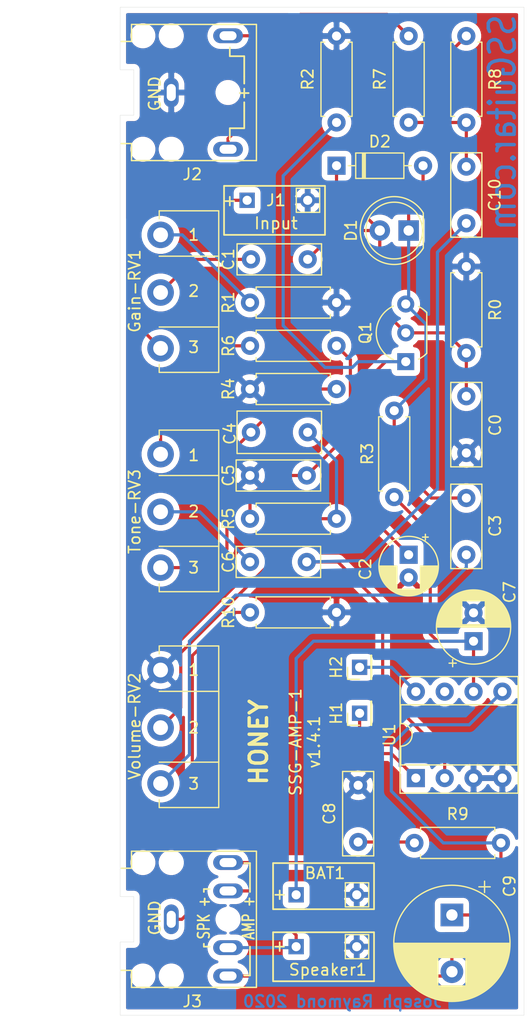
<source format=kicad_pcb>
(kicad_pcb (version 20171130) (host pcbnew "(5.1.9-0-10_14)")

  (general
    (thickness 1.6)
    (drawings 53)
    (tracks 136)
    (zones 0)
    (modules 37)
    (nets 26)
  )

  (page A4)
  (title_block
    (title SSG-AMP-1)
    (date 2020-05-06)
    (rev v1.2)
    (company SSGuitar.com)
    (comment 2 creativecommons.org/licenses/by-nc-sa/4.0/)
    (comment 3 "License CC BY-NC-SA 4.0")
    (comment 4 "Author: Joseph Raymond")
  )

  (layers
    (0 F.Cu signal)
    (31 B.Cu signal)
    (32 B.Adhes user)
    (33 F.Adhes user)
    (34 B.Paste user)
    (35 F.Paste user)
    (36 B.SilkS user)
    (37 F.SilkS user)
    (38 B.Mask user)
    (39 F.Mask user)
    (40 Dwgs.User user)
    (41 Cmts.User user)
    (42 Eco1.User user)
    (43 Eco2.User user)
    (44 Edge.Cuts user)
    (45 Margin user)
    (46 B.CrtYd user)
    (47 F.CrtYd user)
    (48 B.Fab user)
    (49 F.Fab user)
  )

  (setup
    (last_trace_width 0.2794)
    (trace_clearance 0.2794)
    (zone_clearance 0.508)
    (zone_45_only no)
    (trace_min 0.1524)
    (via_size 0.8)
    (via_drill 0.4)
    (via_min_size 0.6858)
    (via_min_drill 0.3302)
    (uvia_size 0.762)
    (uvia_drill 0.381)
    (uvias_allowed no)
    (uvia_min_size 0.6858)
    (uvia_min_drill 0.3302)
    (edge_width 0.05)
    (segment_width 0.2)
    (pcb_text_width 0.3)
    (pcb_text_size 1.5 1.5)
    (mod_edge_width 0.12)
    (mod_text_size 1 1)
    (mod_text_width 0.15)
    (pad_size 1.308 2.615999)
    (pad_drill 0.8)
    (pad_to_mask_clearance 0.051)
    (solder_mask_min_width 0.25)
    (aux_axis_origin 0 0)
    (visible_elements FFFFFFFF)
    (pcbplotparams
      (layerselection 0x010fc_ffffffff)
      (usegerberextensions false)
      (usegerberattributes false)
      (usegerberadvancedattributes false)
      (creategerberjobfile false)
      (excludeedgelayer true)
      (linewidth 0.100000)
      (plotframeref false)
      (viasonmask false)
      (mode 1)
      (useauxorigin false)
      (hpglpennumber 1)
      (hpglpenspeed 20)
      (hpglpendiameter 15.000000)
      (psnegative false)
      (psa4output false)
      (plotreference true)
      (plotvalue true)
      (plotinvisibletext false)
      (padsonsilk false)
      (subtractmaskfromsilk false)
      (outputformat 1)
      (mirror false)
      (drillshape 1)
      (scaleselection 1)
      (outputdirectory ""))
  )

  (net 0 "")
  (net 1 "Net-(C1-Pad2)")
  (net 2 "Net-(C2-Pad1)")
  (net 3 GNDREF)
  (net 4 "Net-(C3-Pad1)")
  (net 5 "Net-(C3-Pad2)")
  (net 6 "Net-(C4-Pad1)")
  (net 7 "Net-(C5-Pad2)")
  (net 8 "Net-(C10-Pad2)")
  (net 9 "Net-(C6-Pad1)")
  (net 10 "Net-(C8-Pad2)")
  (net 11 "Net-(C9-Pad1)")
  (net 12 "Net-(C9-Pad2)")
  (net 13 "Net-(C10-Pad1)")
  (net 14 "Net-(Gain-RV1-Pad3)")
  (net 15 "Net-(Gain-RV1-Pad1)")
  (net 16 "Net-(J2-Pad2)")
  (net 17 "Net-(J2-Pad3)")
  (net 18 "Net-(J3-Pad10)")
  (net 19 "Net-(J3-Pad1)")
  (net 20 "Net-(C0-Pad2)")
  (net 21 "Net-(C4-Pad2)")
  (net 22 +9V)
  (net 23 "Net-(H1-Pad1)")
  (net 24 "Net-(H2-Pad1)")
  (net 25 "Net-(R6-Pad1)")

  (net_class Default "This is the default net class."
    (clearance 0.2794)
    (trace_width 0.2794)
    (via_dia 0.8)
    (via_drill 0.4)
    (uvia_dia 0.762)
    (uvia_drill 0.381)
    (add_net +9V)
    (add_net GNDREF)
    (add_net "Net-(C0-Pad2)")
    (add_net "Net-(C1-Pad2)")
    (add_net "Net-(C10-Pad1)")
    (add_net "Net-(C10-Pad2)")
    (add_net "Net-(C2-Pad1)")
    (add_net "Net-(C3-Pad1)")
    (add_net "Net-(C3-Pad2)")
    (add_net "Net-(C4-Pad1)")
    (add_net "Net-(C4-Pad2)")
    (add_net "Net-(C5-Pad2)")
    (add_net "Net-(C6-Pad1)")
    (add_net "Net-(C8-Pad2)")
    (add_net "Net-(C9-Pad1)")
    (add_net "Net-(C9-Pad2)")
    (add_net "Net-(Gain-RV1-Pad1)")
    (add_net "Net-(Gain-RV1-Pad3)")
    (add_net "Net-(H1-Pad1)")
    (add_net "Net-(H2-Pad1)")
    (add_net "Net-(J2-Pad2)")
    (add_net "Net-(J2-Pad3)")
    (add_net "Net-(J3-Pad1)")
    (add_net "Net-(J3-Pad10)")
    (add_net "Net-(R6-Pad1)")
    (add_net "Net-(U1-Pad7)")
  )

  (module Capacitor_THT:C_Rect_L7.2mm_W3.5mm_P5.00mm_FKS2_FKP2_MKS2_MKP2 (layer F.Cu) (tedit 5AE50EF0) (tstamp 5EB32DB5)
    (at 105.41 90.805 180)
    (descr "C, Rect series, Radial, pin pitch=5.00mm, , length*width=7.2*3.5mm^2, Capacitor, http://www.wima.com/EN/WIMA_FKS_2.pdf")
    (tags "C Rect series Radial pin pitch 5.00mm  length 7.2mm width 3.5mm Capacitor")
    (path /5EAC57E4)
    (fp_text reference C4 (at 6.858 -0.127 90) (layer F.SilkS)
      (effects (font (size 1 1) (thickness 0.15)))
    )
    (fp_text value 330pF (at 2.286 -0.127) (layer F.Fab)
      (effects (font (size 1 1) (thickness 0.15)))
    )
    (fp_text user %R (at 6.858 -0.127 90) (layer F.Fab)
      (effects (font (size 1 1) (thickness 0.15)))
    )
    (fp_line (start -1.1 -1.75) (end -1.1 1.75) (layer F.Fab) (width 0.1))
    (fp_line (start -1.1 1.75) (end 6.1 1.75) (layer F.Fab) (width 0.1))
    (fp_line (start 6.1 1.75) (end 6.1 -1.75) (layer F.Fab) (width 0.1))
    (fp_line (start 6.1 -1.75) (end -1.1 -1.75) (layer F.Fab) (width 0.1))
    (fp_line (start -1.22 -1.87) (end 6.22 -1.87) (layer F.SilkS) (width 0.12))
    (fp_line (start -1.22 1.87) (end 6.22 1.87) (layer F.SilkS) (width 0.12))
    (fp_line (start -1.22 -1.87) (end -1.22 1.87) (layer F.SilkS) (width 0.12))
    (fp_line (start 6.22 -1.87) (end 6.22 1.87) (layer F.SilkS) (width 0.12))
    (fp_line (start -1.35 -2) (end -1.35 2) (layer F.CrtYd) (width 0.05))
    (fp_line (start -1.35 2) (end 6.35 2) (layer F.CrtYd) (width 0.05))
    (fp_line (start 6.35 2) (end 6.35 -2) (layer F.CrtYd) (width 0.05))
    (fp_line (start 6.35 -2) (end -1.35 -2) (layer F.CrtYd) (width 0.05))
    (pad 2 thru_hole circle (at 5 0 180) (size 1.6 1.6) (drill 0.8) (layers *.Cu *.Mask)
      (net 21 "Net-(C4-Pad2)"))
    (pad 1 thru_hole circle (at 0 0 180) (size 1.6 1.6) (drill 0.8) (layers *.Cu *.Mask)
      (net 6 "Net-(C4-Pad1)"))
    (model ${KISYS3DMOD}/Capacitor_THT.3dshapes/C_Rect_L7.2mm_W3.5mm_P5.00mm_FKS2_FKP2_MKS2_MKP2.wrl
      (at (xyz 0 0 0))
      (scale (xyz 1 1 1))
      (rotate (xyz 0 0 0))
    )
  )

  (module raymond-custom:jr5 (layer B.Cu) (tedit 0) (tstamp 5ED31885)
    (at 101.346 118.618 270)
    (fp_text reference G*** (at 0 0 270) (layer B.SilkS) hide
      (effects (font (size 1.524 1.524) (thickness 0.3)) (justify mirror))
    )
    (fp_text value LOGO (at 0.75 0 270) (layer B.SilkS) hide
      (effects (font (size 1.524 1.524) (thickness 0.3)) (justify mirror))
    )
    (fp_poly (pts (xy 3.842708 2.232188) (xy 4.228107 2.14179) (xy 4.54099 1.990053) (xy 4.750553 1.784165)
      (xy 4.826 1.534464) (xy 4.743844 1.28039) (xy 4.502537 1.005014) (xy 4.109819 0.715685)
      (xy 3.741104 0.504659) (xy 3.295113 0.23642) (xy 3.013316 -0.021084) (xy 2.891972 -0.278825)
      (xy 2.92734 -0.547779) (xy 3.115677 -0.838918) (xy 3.2385 -0.969474) (xy 3.642287 -1.282462)
      (xy 4.064 -1.457003) (xy 4.605926 -1.610852) (xy 5.016268 -1.72442) (xy 5.325873 -1.805275)
      (xy 5.56559 -1.860984) (xy 5.766267 -1.899114) (xy 5.958752 -1.927233) (xy 6.004406 -1.932993)
      (xy 6.282257 -1.987144) (xy 6.455637 -2.057475) (xy 6.510553 -2.126413) (xy 6.433013 -2.176381)
      (xy 6.209021 -2.189807) (xy 6.208889 -2.189803) (xy 5.931912 -2.171689) (xy 5.690758 -2.142952)
      (xy 5.672667 -2.139818) (xy 5.50911 -2.105465) (xy 5.27223 -2.047159) (xy 4.93653 -1.958237)
      (xy 4.476515 -1.832037) (xy 4.191 -1.752617) (xy 3.611777 -1.546812) (xy 3.160472 -1.292637)
      (xy 2.848138 -0.999623) (xy 2.685825 -0.677299) (xy 2.667436 -0.438816) (xy 2.744416 -0.130832)
      (xy 2.927903 0.143061) (xy 3.239746 0.408799) (xy 3.545601 0.603557) (xy 3.971694 0.861108)
      (xy 4.265893 1.061747) (xy 4.448134 1.223548) (xy 4.538348 1.364582) (xy 4.556471 1.502921)
      (xy 4.554932 1.518638) (xy 4.452626 1.729191) (xy 4.225116 1.885108) (xy 3.908975 1.98177)
      (xy 3.540778 2.014558) (xy 3.157098 1.97885) (xy 2.79451 1.870028) (xy 2.599173 1.765678)
      (xy 2.373121 1.569036) (xy 2.223738 1.345361) (xy 2.170453 1.136838) (xy 2.232695 0.985652)
      (xy 2.237924 0.981346) (xy 2.295635 0.855186) (xy 2.344579 0.60124) (xy 2.382226 0.260943)
      (xy 2.406047 -0.124271) (xy 2.413511 -0.51297) (xy 2.40209 -0.86372) (xy 2.369255 -1.135087)
      (xy 2.36761 -1.143) (xy 2.307491 -1.427089) (xy 2.253449 -1.683494) (xy 2.24694 -1.7145)
      (xy 2.152347 -1.909228) (xy 1.996606 -1.961905) (xy 1.803651 -1.876886) (xy 1.597417 -1.658527)
      (xy 1.549077 -1.5875) (xy 1.400437 -1.311994) (xy 1.339004 -1.046269) (xy 1.335719 -0.774238)
      (xy 1.388909 -0.387328) (xy 1.678542 -0.387328) (xy 1.68044 -0.465666) (xy 1.699968 -0.929366)
      (xy 1.730125 -1.285205) (xy 1.767195 -1.545166) (xy 1.847862 -1.597884) (xy 1.939389 -1.608666)
      (xy 2.043963 -1.574996) (xy 2.106585 -1.44797) (xy 2.145281 -1.2065) (xy 2.173812 -0.851819)
      (xy 2.189122 -0.453449) (xy 2.191683 -0.052969) (xy 2.181964 0.308037) (xy 2.160437 0.58799)
      (xy 2.127571 0.745308) (xy 2.123096 0.753641) (xy 2.057686 0.788724) (xy 1.967334 0.695761)
      (xy 1.855741 0.499641) (xy 1.743436 0.237642) (xy 1.688732 -0.033992) (xy 1.678542 -0.387328)
      (xy 1.388909 -0.387328) (xy 1.417702 -0.177888) (xy 1.622248 0.509031) (xy 1.952088 1.295206)
      (xy 2.05171 1.502706) (xy 2.108519 1.660787) (xy 2.105164 1.733059) (xy 2.010289 1.746985)
      (xy 1.773665 1.759051) (xy 1.422829 1.769152) (xy 0.985318 1.777183) (xy 0.488671 1.783039)
      (xy -0.039576 1.786615) (xy -0.571885 1.787804) (xy -1.080717 1.786503) (xy -1.538535 1.782604)
      (xy -1.917802 1.776005) (xy -2.19098 1.766598) (xy -2.330531 1.754279) (xy -2.342159 1.750063)
      (xy -2.30965 1.671521) (xy -2.179255 1.503458) (xy -1.974398 1.2745) (xy -1.831132 1.125527)
      (xy -1.451983 0.68685) (xy -1.163498 0.242043) (xy -0.984169 -0.175649) (xy -0.931333 -0.492337)
      (xy -1.014475 -0.750658) (xy -1.257836 -0.996865) (xy -1.584921 -1.18987) (xy -1.754345 -1.264486)
      (xy -1.925398 -1.317974) (xy -2.13094 -1.354254) (xy -2.403833 -1.377245) (xy -2.776937 -1.390868)
      (xy -3.283113 -1.399042) (xy -3.344333 -1.399733) (xy -4.080379 -1.403447) (xy -4.657101 -1.396093)
      (xy -5.084193 -1.376979) (xy -5.371346 -1.345413) (xy -5.528252 -1.300705) (xy -5.564603 -1.242163)
      (xy -5.564361 -1.241417) (xy -5.490058 -1.203534) (xy -5.289055 -1.178731) (xy -4.949604 -1.166452)
      (xy -4.459955 -1.166139) (xy -4.090643 -1.171435) (xy -3.525102 -1.17866) (xy -3.100504 -1.1756)
      (xy -2.788675 -1.160545) (xy -2.561443 -1.131784) (xy -2.390635 -1.087606) (xy -2.330178 -1.06456)
      (xy -2.057945 -0.976431) (xy -1.801979 -0.932458) (xy -1.76766 -0.931333) (xy -1.514302 -0.866193)
      (xy -1.303816 -0.70274) (xy -1.1916 -0.488919) (xy -1.185333 -0.427317) (xy -1.244638 -0.155283)
      (xy -1.403449 0.181422) (xy -1.633111 0.5368) (xy -1.904969 0.864848) (xy -2.110795 1.058334)
      (xy -2.296283 1.222854) (xy -2.524519 1.441346) (xy -2.619628 1.536854) (xy -2.834461 1.729075)
      (xy -3.047083 1.834548) (xy -3.336588 1.889848) (xy -3.397915 1.89676) (xy -3.682378 1.918367)
      (xy -4.052395 1.934453) (xy -4.464925 1.944595) (xy -4.876922 1.948372) (xy -5.245345 1.945362)
      (xy -5.527149 1.935143) (xy -5.672666 1.919069) (xy -5.955677 1.815359) (xy -6.084628 1.674653)
      (xy -6.096 1.604606) (xy -6.14092 1.450158) (xy -6.240048 1.366421) (xy -6.327411 1.388522)
      (xy -6.374618 1.526595) (xy -6.373266 1.736622) (xy -6.330976 1.934408) (xy -6.269377 2.029501)
      (xy -6.067654 2.09592) (xy -5.712841 2.146658) (xy -5.22048 2.181423) (xy -4.606113 2.199923)
      (xy -3.885282 2.201866) (xy -3.07353 2.186959) (xy -2.186398 2.154911) (xy -1.481666 2.119491)
      (xy -0.577067 2.069505) (xy 0.174364 2.030078) (xy 0.788447 2.000991) (xy 1.281003 1.982024)
      (xy 1.667855 1.972958) (xy 1.964822 1.973573) (xy 2.187726 1.98365) (xy 2.352388 2.002969)
      (xy 2.47463 2.031312) (xy 2.559462 2.063445) (xy 2.97758 2.200205) (xy 3.415597 2.254056)
      (xy 3.842708 2.232188)) (layer B.Mask) (width 0.01))
  )

  (module Potentiometer_THT:Potentiometer_Generic_Horizontal_5mm_legs (layer F.Cu) (tedit 5ECE4927) (tstamp 5EB32F9B)
    (at 92.456 73.406)
    (descr "Potentiometer, horizontal, ACP CA14-H2,5, http://www.acptechnologies.com/wp-content/uploads/2017/10/03-ACP-CA14-CE14.pdf")
    (tags "Potentiometer horizontal ACP CA14-H2,5")
    (path /5EAB178C)
    (fp_text reference Gain-RV1 (at -2.286 4.953 90) (layer F.SilkS)
      (effects (font (size 1 1) (thickness 0.15)))
    )
    (fp_text value "100K Audio" (at 3.048 5.588 90) (layer F.Fab)
      (effects (font (size 1 1) (thickness 0.15)))
    )
    (fp_line (start 5 -2) (end 5 12) (layer F.Fab) (width 0.1))
    (fp_line (start 5 12) (end 0 12) (layer F.Fab) (width 0.1))
    (fp_line (start 0 12) (end 0 -2) (layer F.Fab) (width 0.1))
    (fp_line (start 0 -2) (end 5 -2) (layer F.Fab) (width 0.1))
    (fp_line (start 0 2) (end 0 8) (layer F.Fab) (width 0.1))
    (fp_line (start 0 8) (end 5 8) (layer F.Fab) (width 0.1))
    (fp_line (start 5 8) (end 5 2) (layer F.Fab) (width 0.1))
    (fp_line (start 5 2) (end 0 2) (layer F.Fab) (width 0.1))
    (fp_line (start -0.121 -2.12) (end 5.12 -2.12) (layer F.SilkS) (width 0.12))
    (fp_line (start -0.121 12.12) (end 5.12 12.12) (layer F.SilkS) (width 0.12))
    (fp_line (start 5.12 -2.12) (end 5.12 12.12) (layer F.SilkS) (width 0.12))
    (fp_line (start -0.121 11.425) (end -0.121 12.12) (layer F.SilkS) (width 0.12))
    (fp_line (start -0.121 -2.12) (end -0.121 -1.426) (layer F.SilkS) (width 0.12))
    (fp_line (start -0.121 1.88) (end 5.12 1.88) (layer F.SilkS) (width 0.12))
    (fp_line (start -0.121 8.121) (end 5.12 8.121) (layer F.SilkS) (width 0.12))
    (fp_line (start 5.12 1.88) (end 5.12 8.121) (layer F.SilkS) (width 0.12))
    (fp_line (start -3.556 -3.75) (end -3.556 13.75) (layer F.CrtYd) (width 0.05))
    (fp_line (start -3.556 13.75) (end 5.25 13.75) (layer F.CrtYd) (width 0.05))
    (fp_line (start 5.25 13.75) (end 5.25 -3.75) (layer F.CrtYd) (width 0.05))
    (fp_line (start 5.25 -3.75) (end -3.556 -3.75) (layer F.CrtYd) (width 0.05))
    (fp_text user %R (at -2.286 4.826 90) (layer F.Fab)
      (effects (font (size 1 1) (thickness 0.15)))
    )
    (pad 1 thru_hole circle (at 0 0) (size 2.34 2.34) (drill 1.3) (layers *.Cu *.Mask)
      (net 15 "Net-(Gain-RV1-Pad1)"))
    (pad 2 thru_hole circle (at 0 5.08) (size 2.34 2.34) (drill 1.3) (layers *.Cu *.Mask)
      (net 1 "Net-(C1-Pad2)"))
    (pad 3 thru_hole circle (at 0 10) (size 2.34 2.34) (drill 1.3) (layers *.Cu *.Mask)
      (net 14 "Net-(Gain-RV1-Pad3)"))
    (model ${KISYS3DMOD}/Potentiometer_THT.3dshapes/Potentiometer_ACP_CA14-H2,5_Horizontal.wrl
      (at (xyz 0 0 0))
      (scale (xyz 1 1 1))
      (rotate (xyz 0 0 0))
    )
  )

  (module Package_DIP:DIP-8_W7.62mm_Socket (layer F.Cu) (tedit 5A02E8C5) (tstamp 5EB33139)
    (at 114.935 121.285 90)
    (descr "8-lead though-hole mounted DIP package, row spacing 7.62 mm (300 mils), Socket")
    (tags "THT DIP DIL PDIP 2.54mm 7.62mm 300mil Socket")
    (path /5EACFF59)
    (fp_text reference U1 (at 3.81 -2.33 90) (layer F.SilkS)
      (effects (font (size 1 1) (thickness 0.15)))
    )
    (fp_text value LM386 (at 3.81 7.747 90) (layer F.Fab)
      (effects (font (size 1 1) (thickness 0.15)))
    )
    (fp_line (start 1.635 -1.27) (end 6.985 -1.27) (layer F.Fab) (width 0.1))
    (fp_line (start 6.985 -1.27) (end 6.985 8.89) (layer F.Fab) (width 0.1))
    (fp_line (start 6.985 8.89) (end 0.635 8.89) (layer F.Fab) (width 0.1))
    (fp_line (start 0.635 8.89) (end 0.635 -0.27) (layer F.Fab) (width 0.1))
    (fp_line (start 0.635 -0.27) (end 1.635 -1.27) (layer F.Fab) (width 0.1))
    (fp_line (start -1.27 -1.33) (end -1.27 8.95) (layer F.Fab) (width 0.1))
    (fp_line (start -1.27 8.95) (end 8.89 8.95) (layer F.Fab) (width 0.1))
    (fp_line (start 8.89 8.95) (end 8.89 -1.33) (layer F.Fab) (width 0.1))
    (fp_line (start 8.89 -1.33) (end -1.27 -1.33) (layer F.Fab) (width 0.1))
    (fp_line (start 2.81 -1.33) (end 1.16 -1.33) (layer F.SilkS) (width 0.12))
    (fp_line (start 1.16 -1.33) (end 1.16 8.95) (layer F.SilkS) (width 0.12))
    (fp_line (start 1.16 8.95) (end 6.46 8.95) (layer F.SilkS) (width 0.12))
    (fp_line (start 6.46 8.95) (end 6.46 -1.33) (layer F.SilkS) (width 0.12))
    (fp_line (start 6.46 -1.33) (end 4.81 -1.33) (layer F.SilkS) (width 0.12))
    (fp_line (start -1.33 -1.39) (end -1.33 9.01) (layer F.SilkS) (width 0.12))
    (fp_line (start -1.33 9.01) (end 8.95 9.01) (layer F.SilkS) (width 0.12))
    (fp_line (start 8.95 9.01) (end 8.95 -1.39) (layer F.SilkS) (width 0.12))
    (fp_line (start 8.95 -1.39) (end -1.33 -1.39) (layer F.SilkS) (width 0.12))
    (fp_line (start -1.55 -1.6) (end -1.55 9.2) (layer F.CrtYd) (width 0.05))
    (fp_line (start -1.55 9.2) (end 9.15 9.2) (layer F.CrtYd) (width 0.05))
    (fp_line (start 9.15 9.2) (end 9.15 -1.6) (layer F.CrtYd) (width 0.05))
    (fp_line (start 9.15 -1.6) (end -1.55 -1.6) (layer F.CrtYd) (width 0.05))
    (fp_text user %R (at 3.81 3.81 90) (layer F.Fab)
      (effects (font (size 1 1) (thickness 0.15)))
    )
    (fp_arc (start 3.81 -1.33) (end 2.81 -1.33) (angle -180) (layer F.SilkS) (width 0.12))
    (pad 8 thru_hole oval (at 7.62 0 90) (size 1.6 1.6) (drill 0.8) (layers *.Cu *.Mask)
      (net 24 "Net-(H2-Pad1)"))
    (pad 4 thru_hole oval (at 0 7.62 90) (size 1.6 1.6) (drill 0.8) (layers *.Cu *.Mask)
      (net 3 GNDREF))
    (pad 7 thru_hole oval (at 7.62 2.54 90) (size 1.6 1.6) (drill 0.8) (layers *.Cu *.Mask))
    (pad 3 thru_hole oval (at 0 5.08 90) (size 1.6 1.6) (drill 0.8) (layers *.Cu *.Mask)
      (net 3 GNDREF))
    (pad 6 thru_hole oval (at 7.62 5.08 90) (size 1.6 1.6) (drill 0.8) (layers *.Cu *.Mask)
      (net 22 +9V))
    (pad 2 thru_hole oval (at 0 2.54 90) (size 1.6 1.6) (drill 0.8) (layers *.Cu *.Mask)
      (net 8 "Net-(C10-Pad2)"))
    (pad 5 thru_hole oval (at 7.62 7.62 90) (size 1.6 1.6) (drill 0.8) (layers *.Cu *.Mask)
      (net 11 "Net-(C9-Pad1)"))
    (pad 1 thru_hole rect (at 0 0 90) (size 1.6 1.6) (drill 0.8) (layers *.Cu *.Mask)
      (net 23 "Net-(H1-Pad1)"))
    (model ${KISYS3DMOD}/Package_DIP.3dshapes/DIP-8_W7.62mm_Socket.wrl
      (at (xyz 0 0 0))
      (scale (xyz 1 1 1))
      (rotate (xyz 0 0 0))
    )
  )

  (module Connector_PinHeader_2.00mm:JR-PinHeader_1x02_P2.00mm_Vertical (layer F.Cu) (tedit 5ECD2B09) (tstamp 5EB33100)
    (at 106.172 136.144 90)
    (descr "Through hole straight pin header, 1x02, 2.00mm pitch, single row")
    (tags "Through hole pin header THT 1x02 2.00mm single row")
    (path /5EBA428D)
    (fp_text reference Speaker1 (at -2.032 1.016) (layer F.SilkS)
      (effects (font (size 1 1) (thickness 0.15)))
    )
    (fp_text value "4-16 ohm" (at -0.254 6.604 90) (layer F.Fab)
      (effects (font (size 1 1) (thickness 0.15)))
    )
    (fp_line (start -1.06 2.552) (end 1.06 2.552) (layer F.SilkS) (width 0.12))
    (fp_line (start -1.06 2.552) (end -1.06 4.612) (layer F.SilkS) (width 0.12))
    (fp_line (start 1.06 2.552) (end 1.06 4.612) (layer F.SilkS) (width 0.12))
    (fp_line (start -1.06 4.612) (end 1.06 4.612) (layer F.SilkS) (width 0.12))
    (fp_line (start -1.27 -2.54) (end -1.27 4.826) (layer F.CrtYd) (width 0.05))
    (fp_line (start -1.27 4.826) (end 1.27 4.826) (layer F.CrtYd) (width 0.05))
    (fp_line (start 1.27 4.826) (end 1.27 -2.54) (layer F.CrtYd) (width 0.05))
    (fp_line (start 1.27 -2.54) (end -1.27 -2.54) (layer F.CrtYd) (width 0.05))
    (fp_text user + (at 0 -3.302 90) (layer F.SilkS)
      (effects (font (size 1 1) (thickness 0.15)))
    )
    (fp_text user %R (at 0 0.492) (layer F.Fab)
      (effects (font (size 1 1) (thickness 0.15)))
    )
    (pad 2 thru_hole oval (at 0 3.556 90) (size 1.35 1.35) (drill 0.8) (layers *.Cu *.Mask)
      (net 3 GNDREF))
    (pad 1 thru_hole rect (at 0 -1.778 90) (size 1.35 1.35) (drill 0.8) (layers *.Cu *.Mask)
      (net 18 "Net-(J3-Pad10)"))
    (model ${KISYS3DMOD}/Connector_PinHeader_2.00mm.3dshapes/PinHeader_1x02_P2.00mm_Vertical.wrl
      (at (xyz 0 0 0))
      (scale (xyz 1 1 1))
      (rotate (xyz 0 0 0))
    )
  )

  (module Connector_PinHeader_2.00mm:JR-PinHeader_1x02_P2.00mm_Vertical (layer F.Cu) (tedit 5ECD2B09) (tstamp 5EB32FB1)
    (at 101.854 70.358 90)
    (descr "Through hole straight pin header, 1x02, 2.00mm pitch, single row")
    (tags "Through hole pin header THT 1x02 2.00mm single row")
    (path /5EB981EB)
    (fp_text reference J1 (at 0 0.762) (layer F.SilkS)
      (effects (font (size 1 1) (thickness 0.15)))
    )
    (fp_text value "Guitar Input" (at -1.905 1.143) (layer F.Fab)
      (effects (font (size 1 1) (thickness 0.15)))
    )
    (fp_line (start -1.06 2.552) (end 1.06 2.552) (layer F.SilkS) (width 0.12))
    (fp_line (start -1.06 2.552) (end -1.06 4.612) (layer F.SilkS) (width 0.12))
    (fp_line (start 1.06 2.552) (end 1.06 4.612) (layer F.SilkS) (width 0.12))
    (fp_line (start -1.06 4.612) (end 1.06 4.612) (layer F.SilkS) (width 0.12))
    (fp_line (start -1.27 -2.54) (end -1.27 4.826) (layer F.CrtYd) (width 0.05))
    (fp_line (start -1.27 4.826) (end 1.27 4.826) (layer F.CrtYd) (width 0.05))
    (fp_line (start 1.27 4.826) (end 1.27 -2.54) (layer F.CrtYd) (width 0.05))
    (fp_line (start 1.27 -2.54) (end -1.27 -2.54) (layer F.CrtYd) (width 0.05))
    (fp_text user + (at 0 -3.302) (layer F.SilkS)
      (effects (font (size 1 1) (thickness 0.15)))
    )
    (fp_text user %R (at 0 0.762) (layer F.Fab)
      (effects (font (size 1 1) (thickness 0.15)))
    )
    (pad 2 thru_hole oval (at 0 3.556 90) (size 1.35 1.35) (drill 0.8) (layers *.Cu *.Mask)
      (net 3 GNDREF))
    (pad 1 thru_hole rect (at 0 -1.778 90) (size 1.35 1.35) (drill 0.8) (layers *.Cu *.Mask)
      (net 14 "Net-(Gain-RV1-Pad3)"))
    (model ${KISYS3DMOD}/Connector_PinHeader_2.00mm.3dshapes/PinHeader_1x02_P2.00mm_Vertical.wrl
      (at (xyz 0 0 0))
      (scale (xyz 1 1 1))
      (rotate (xyz 0 0 0))
    )
  )

  (module Connector_PinHeader_2.00mm:JR-PinHeader_1x02_P2.00mm_Vertical (layer F.Cu) (tedit 5ECD2B09) (tstamp 5EB4819D)
    (at 106.172 131.572 90)
    (descr "Through hole straight pin header, 1x02, 2.00mm pitch, single row")
    (tags "Through hole pin header THT 1x02 2.00mm single row")
    (path /5EB4ED02)
    (fp_text reference BAT1 (at 1.905 0.762) (layer F.SilkS)
      (effects (font (size 1 1) (thickness 0.15)))
    )
    (fp_text value "9v DC" (at -0.254 6.604 90) (layer F.Fab)
      (effects (font (size 1 1) (thickness 0.15)))
    )
    (fp_line (start -1.06 2.552) (end 1.06 2.552) (layer F.SilkS) (width 0.12))
    (fp_line (start -1.06 2.552) (end -1.06 4.612) (layer F.SilkS) (width 0.12))
    (fp_line (start 1.06 2.552) (end 1.06 4.612) (layer F.SilkS) (width 0.12))
    (fp_line (start -1.06 4.612) (end 1.06 4.612) (layer F.SilkS) (width 0.12))
    (fp_line (start -1.27 -2.54) (end -1.27 4.826) (layer F.CrtYd) (width 0.05))
    (fp_line (start -1.27 4.826) (end 1.27 4.826) (layer F.CrtYd) (width 0.05))
    (fp_line (start 1.27 4.826) (end 1.27 -2.54) (layer F.CrtYd) (width 0.05))
    (fp_line (start 1.27 -2.54) (end -1.27 -2.54) (layer F.CrtYd) (width 0.05))
    (fp_text user + (at 0 -3.302 90) (layer F.SilkS)
      (effects (font (size 1 1) (thickness 0.15)))
    )
    (fp_text user %R (at 0 0.492) (layer F.Fab)
      (effects (font (size 1 1) (thickness 0.15)))
    )
    (pad 2 thru_hole oval (at 0 3.556 90) (size 1.35 1.35) (drill 0.8) (layers *.Cu *.Mask)
      (net 3 GNDREF))
    (pad 1 thru_hole rect (at 0 -1.778 90) (size 1.35 1.35) (drill 0.8) (layers *.Cu *.Mask)
      (net 22 +9V))
    (model ${KISYS3DMOD}/Connector_PinHeader_2.00mm.3dshapes/PinHeader_1x02_P2.00mm_Vertical.wrl
      (at (xyz 0 0 0))
      (scale (xyz 1 1 1))
      (rotate (xyz 0 0 0))
    )
  )

  (module Capacitor_THT:CP_Radial_D10.0mm_P5.00mm (layer F.Cu) (tedit 5AE50EF1) (tstamp 5EB32F3B)
    (at 118.11 133.35 270)
    (descr "CP, Radial series, Radial, pin pitch=5.00mm, , diameter=10mm, Electrolytic Capacitor")
    (tags "CP Radial series Radial pin pitch 5.00mm  diameter 10mm Electrolytic Capacitor")
    (path /5EAC9A60)
    (fp_text reference C9 (at -2.54 -5.08 90) (layer F.SilkS)
      (effects (font (size 1 1) (thickness 0.15)))
    )
    (fp_text value 470uF (at 1.905 -2.54 180) (layer F.Fab)
      (effects (font (size 1 1) (thickness 0.15)))
    )
    (fp_circle (center 2.5 0) (end 7.5 0) (layer F.Fab) (width 0.1))
    (fp_circle (center 2.5 0) (end 7.62 0) (layer F.SilkS) (width 0.12))
    (fp_circle (center 2.5 0) (end 7.75 0) (layer F.CrtYd) (width 0.05))
    (fp_line (start -1.788861 -2.1875) (end -0.788861 -2.1875) (layer F.Fab) (width 0.1))
    (fp_line (start -1.288861 -2.6875) (end -1.288861 -1.6875) (layer F.Fab) (width 0.1))
    (fp_line (start 2.5 -5.08) (end 2.5 5.08) (layer F.SilkS) (width 0.12))
    (fp_line (start 2.54 -5.08) (end 2.54 5.08) (layer F.SilkS) (width 0.12))
    (fp_line (start 2.58 -5.08) (end 2.58 5.08) (layer F.SilkS) (width 0.12))
    (fp_line (start 2.62 -5.079) (end 2.62 5.079) (layer F.SilkS) (width 0.12))
    (fp_line (start 2.66 -5.078) (end 2.66 5.078) (layer F.SilkS) (width 0.12))
    (fp_line (start 2.7 -5.077) (end 2.7 5.077) (layer F.SilkS) (width 0.12))
    (fp_line (start 2.74 -5.075) (end 2.74 5.075) (layer F.SilkS) (width 0.12))
    (fp_line (start 2.78 -5.073) (end 2.78 5.073) (layer F.SilkS) (width 0.12))
    (fp_line (start 2.82 -5.07) (end 2.82 5.07) (layer F.SilkS) (width 0.12))
    (fp_line (start 2.86 -5.068) (end 2.86 5.068) (layer F.SilkS) (width 0.12))
    (fp_line (start 2.9 -5.065) (end 2.9 5.065) (layer F.SilkS) (width 0.12))
    (fp_line (start 2.94 -5.062) (end 2.94 5.062) (layer F.SilkS) (width 0.12))
    (fp_line (start 2.98 -5.058) (end 2.98 5.058) (layer F.SilkS) (width 0.12))
    (fp_line (start 3.02 -5.054) (end 3.02 5.054) (layer F.SilkS) (width 0.12))
    (fp_line (start 3.06 -5.05) (end 3.06 5.05) (layer F.SilkS) (width 0.12))
    (fp_line (start 3.1 -5.045) (end 3.1 5.045) (layer F.SilkS) (width 0.12))
    (fp_line (start 3.14 -5.04) (end 3.14 5.04) (layer F.SilkS) (width 0.12))
    (fp_line (start 3.18 -5.035) (end 3.18 5.035) (layer F.SilkS) (width 0.12))
    (fp_line (start 3.221 -5.03) (end 3.221 5.03) (layer F.SilkS) (width 0.12))
    (fp_line (start 3.261 -5.024) (end 3.261 5.024) (layer F.SilkS) (width 0.12))
    (fp_line (start 3.301 -5.018) (end 3.301 5.018) (layer F.SilkS) (width 0.12))
    (fp_line (start 3.341 -5.011) (end 3.341 5.011) (layer F.SilkS) (width 0.12))
    (fp_line (start 3.381 -5.004) (end 3.381 5.004) (layer F.SilkS) (width 0.12))
    (fp_line (start 3.421 -4.997) (end 3.421 4.997) (layer F.SilkS) (width 0.12))
    (fp_line (start 3.461 -4.99) (end 3.461 4.99) (layer F.SilkS) (width 0.12))
    (fp_line (start 3.501 -4.982) (end 3.501 4.982) (layer F.SilkS) (width 0.12))
    (fp_line (start 3.541 -4.974) (end 3.541 4.974) (layer F.SilkS) (width 0.12))
    (fp_line (start 3.581 -4.965) (end 3.581 4.965) (layer F.SilkS) (width 0.12))
    (fp_line (start 3.621 -4.956) (end 3.621 4.956) (layer F.SilkS) (width 0.12))
    (fp_line (start 3.661 -4.947) (end 3.661 4.947) (layer F.SilkS) (width 0.12))
    (fp_line (start 3.701 -4.938) (end 3.701 4.938) (layer F.SilkS) (width 0.12))
    (fp_line (start 3.741 -4.928) (end 3.741 4.928) (layer F.SilkS) (width 0.12))
    (fp_line (start 3.781 -4.918) (end 3.781 -1.241) (layer F.SilkS) (width 0.12))
    (fp_line (start 3.781 1.241) (end 3.781 4.918) (layer F.SilkS) (width 0.12))
    (fp_line (start 3.821 -4.907) (end 3.821 -1.241) (layer F.SilkS) (width 0.12))
    (fp_line (start 3.821 1.241) (end 3.821 4.907) (layer F.SilkS) (width 0.12))
    (fp_line (start 3.861 -4.897) (end 3.861 -1.241) (layer F.SilkS) (width 0.12))
    (fp_line (start 3.861 1.241) (end 3.861 4.897) (layer F.SilkS) (width 0.12))
    (fp_line (start 3.901 -4.885) (end 3.901 -1.241) (layer F.SilkS) (width 0.12))
    (fp_line (start 3.901 1.241) (end 3.901 4.885) (layer F.SilkS) (width 0.12))
    (fp_line (start 3.941 -4.874) (end 3.941 -1.241) (layer F.SilkS) (width 0.12))
    (fp_line (start 3.941 1.241) (end 3.941 4.874) (layer F.SilkS) (width 0.12))
    (fp_line (start 3.981 -4.862) (end 3.981 -1.241) (layer F.SilkS) (width 0.12))
    (fp_line (start 3.981 1.241) (end 3.981 4.862) (layer F.SilkS) (width 0.12))
    (fp_line (start 4.021 -4.85) (end 4.021 -1.241) (layer F.SilkS) (width 0.12))
    (fp_line (start 4.021 1.241) (end 4.021 4.85) (layer F.SilkS) (width 0.12))
    (fp_line (start 4.061 -4.837) (end 4.061 -1.241) (layer F.SilkS) (width 0.12))
    (fp_line (start 4.061 1.241) (end 4.061 4.837) (layer F.SilkS) (width 0.12))
    (fp_line (start 4.101 -4.824) (end 4.101 -1.241) (layer F.SilkS) (width 0.12))
    (fp_line (start 4.101 1.241) (end 4.101 4.824) (layer F.SilkS) (width 0.12))
    (fp_line (start 4.141 -4.811) (end 4.141 -1.241) (layer F.SilkS) (width 0.12))
    (fp_line (start 4.141 1.241) (end 4.141 4.811) (layer F.SilkS) (width 0.12))
    (fp_line (start 4.181 -4.797) (end 4.181 -1.241) (layer F.SilkS) (width 0.12))
    (fp_line (start 4.181 1.241) (end 4.181 4.797) (layer F.SilkS) (width 0.12))
    (fp_line (start 4.221 -4.783) (end 4.221 -1.241) (layer F.SilkS) (width 0.12))
    (fp_line (start 4.221 1.241) (end 4.221 4.783) (layer F.SilkS) (width 0.12))
    (fp_line (start 4.261 -4.768) (end 4.261 -1.241) (layer F.SilkS) (width 0.12))
    (fp_line (start 4.261 1.241) (end 4.261 4.768) (layer F.SilkS) (width 0.12))
    (fp_line (start 4.301 -4.754) (end 4.301 -1.241) (layer F.SilkS) (width 0.12))
    (fp_line (start 4.301 1.241) (end 4.301 4.754) (layer F.SilkS) (width 0.12))
    (fp_line (start 4.341 -4.738) (end 4.341 -1.241) (layer F.SilkS) (width 0.12))
    (fp_line (start 4.341 1.241) (end 4.341 4.738) (layer F.SilkS) (width 0.12))
    (fp_line (start 4.381 -4.723) (end 4.381 -1.241) (layer F.SilkS) (width 0.12))
    (fp_line (start 4.381 1.241) (end 4.381 4.723) (layer F.SilkS) (width 0.12))
    (fp_line (start 4.421 -4.707) (end 4.421 -1.241) (layer F.SilkS) (width 0.12))
    (fp_line (start 4.421 1.241) (end 4.421 4.707) (layer F.SilkS) (width 0.12))
    (fp_line (start 4.461 -4.69) (end 4.461 -1.241) (layer F.SilkS) (width 0.12))
    (fp_line (start 4.461 1.241) (end 4.461 4.69) (layer F.SilkS) (width 0.12))
    (fp_line (start 4.501 -4.674) (end 4.501 -1.241) (layer F.SilkS) (width 0.12))
    (fp_line (start 4.501 1.241) (end 4.501 4.674) (layer F.SilkS) (width 0.12))
    (fp_line (start 4.541 -4.657) (end 4.541 -1.241) (layer F.SilkS) (width 0.12))
    (fp_line (start 4.541 1.241) (end 4.541 4.657) (layer F.SilkS) (width 0.12))
    (fp_line (start 4.581 -4.639) (end 4.581 -1.241) (layer F.SilkS) (width 0.12))
    (fp_line (start 4.581 1.241) (end 4.581 4.639) (layer F.SilkS) (width 0.12))
    (fp_line (start 4.621 -4.621) (end 4.621 -1.241) (layer F.SilkS) (width 0.12))
    (fp_line (start 4.621 1.241) (end 4.621 4.621) (layer F.SilkS) (width 0.12))
    (fp_line (start 4.661 -4.603) (end 4.661 -1.241) (layer F.SilkS) (width 0.12))
    (fp_line (start 4.661 1.241) (end 4.661 4.603) (layer F.SilkS) (width 0.12))
    (fp_line (start 4.701 -4.584) (end 4.701 -1.241) (layer F.SilkS) (width 0.12))
    (fp_line (start 4.701 1.241) (end 4.701 4.584) (layer F.SilkS) (width 0.12))
    (fp_line (start 4.741 -4.564) (end 4.741 -1.241) (layer F.SilkS) (width 0.12))
    (fp_line (start 4.741 1.241) (end 4.741 4.564) (layer F.SilkS) (width 0.12))
    (fp_line (start 4.781 -4.545) (end 4.781 -1.241) (layer F.SilkS) (width 0.12))
    (fp_line (start 4.781 1.241) (end 4.781 4.545) (layer F.SilkS) (width 0.12))
    (fp_line (start 4.821 -4.525) (end 4.821 -1.241) (layer F.SilkS) (width 0.12))
    (fp_line (start 4.821 1.241) (end 4.821 4.525) (layer F.SilkS) (width 0.12))
    (fp_line (start 4.861 -4.504) (end 4.861 -1.241) (layer F.SilkS) (width 0.12))
    (fp_line (start 4.861 1.241) (end 4.861 4.504) (layer F.SilkS) (width 0.12))
    (fp_line (start 4.901 -4.483) (end 4.901 -1.241) (layer F.SilkS) (width 0.12))
    (fp_line (start 4.901 1.241) (end 4.901 4.483) (layer F.SilkS) (width 0.12))
    (fp_line (start 4.941 -4.462) (end 4.941 -1.241) (layer F.SilkS) (width 0.12))
    (fp_line (start 4.941 1.241) (end 4.941 4.462) (layer F.SilkS) (width 0.12))
    (fp_line (start 4.981 -4.44) (end 4.981 -1.241) (layer F.SilkS) (width 0.12))
    (fp_line (start 4.981 1.241) (end 4.981 4.44) (layer F.SilkS) (width 0.12))
    (fp_line (start 5.021 -4.417) (end 5.021 -1.241) (layer F.SilkS) (width 0.12))
    (fp_line (start 5.021 1.241) (end 5.021 4.417) (layer F.SilkS) (width 0.12))
    (fp_line (start 5.061 -4.395) (end 5.061 -1.241) (layer F.SilkS) (width 0.12))
    (fp_line (start 5.061 1.241) (end 5.061 4.395) (layer F.SilkS) (width 0.12))
    (fp_line (start 5.101 -4.371) (end 5.101 -1.241) (layer F.SilkS) (width 0.12))
    (fp_line (start 5.101 1.241) (end 5.101 4.371) (layer F.SilkS) (width 0.12))
    (fp_line (start 5.141 -4.347) (end 5.141 -1.241) (layer F.SilkS) (width 0.12))
    (fp_line (start 5.141 1.241) (end 5.141 4.347) (layer F.SilkS) (width 0.12))
    (fp_line (start 5.181 -4.323) (end 5.181 -1.241) (layer F.SilkS) (width 0.12))
    (fp_line (start 5.181 1.241) (end 5.181 4.323) (layer F.SilkS) (width 0.12))
    (fp_line (start 5.221 -4.298) (end 5.221 -1.241) (layer F.SilkS) (width 0.12))
    (fp_line (start 5.221 1.241) (end 5.221 4.298) (layer F.SilkS) (width 0.12))
    (fp_line (start 5.261 -4.273) (end 5.261 -1.241) (layer F.SilkS) (width 0.12))
    (fp_line (start 5.261 1.241) (end 5.261 4.273) (layer F.SilkS) (width 0.12))
    (fp_line (start 5.301 -4.247) (end 5.301 -1.241) (layer F.SilkS) (width 0.12))
    (fp_line (start 5.301 1.241) (end 5.301 4.247) (layer F.SilkS) (width 0.12))
    (fp_line (start 5.341 -4.221) (end 5.341 -1.241) (layer F.SilkS) (width 0.12))
    (fp_line (start 5.341 1.241) (end 5.341 4.221) (layer F.SilkS) (width 0.12))
    (fp_line (start 5.381 -4.194) (end 5.381 -1.241) (layer F.SilkS) (width 0.12))
    (fp_line (start 5.381 1.241) (end 5.381 4.194) (layer F.SilkS) (width 0.12))
    (fp_line (start 5.421 -4.166) (end 5.421 -1.241) (layer F.SilkS) (width 0.12))
    (fp_line (start 5.421 1.241) (end 5.421 4.166) (layer F.SilkS) (width 0.12))
    (fp_line (start 5.461 -4.138) (end 5.461 -1.241) (layer F.SilkS) (width 0.12))
    (fp_line (start 5.461 1.241) (end 5.461 4.138) (layer F.SilkS) (width 0.12))
    (fp_line (start 5.501 -4.11) (end 5.501 -1.241) (layer F.SilkS) (width 0.12))
    (fp_line (start 5.501 1.241) (end 5.501 4.11) (layer F.SilkS) (width 0.12))
    (fp_line (start 5.541 -4.08) (end 5.541 -1.241) (layer F.SilkS) (width 0.12))
    (fp_line (start 5.541 1.241) (end 5.541 4.08) (layer F.SilkS) (width 0.12))
    (fp_line (start 5.581 -4.05) (end 5.581 -1.241) (layer F.SilkS) (width 0.12))
    (fp_line (start 5.581 1.241) (end 5.581 4.05) (layer F.SilkS) (width 0.12))
    (fp_line (start 5.621 -4.02) (end 5.621 -1.241) (layer F.SilkS) (width 0.12))
    (fp_line (start 5.621 1.241) (end 5.621 4.02) (layer F.SilkS) (width 0.12))
    (fp_line (start 5.661 -3.989) (end 5.661 -1.241) (layer F.SilkS) (width 0.12))
    (fp_line (start 5.661 1.241) (end 5.661 3.989) (layer F.SilkS) (width 0.12))
    (fp_line (start 5.701 -3.957) (end 5.701 -1.241) (layer F.SilkS) (width 0.12))
    (fp_line (start 5.701 1.241) (end 5.701 3.957) (layer F.SilkS) (width 0.12))
    (fp_line (start 5.741 -3.925) (end 5.741 -1.241) (layer F.SilkS) (width 0.12))
    (fp_line (start 5.741 1.241) (end 5.741 3.925) (layer F.SilkS) (width 0.12))
    (fp_line (start 5.781 -3.892) (end 5.781 -1.241) (layer F.SilkS) (width 0.12))
    (fp_line (start 5.781 1.241) (end 5.781 3.892) (layer F.SilkS) (width 0.12))
    (fp_line (start 5.821 -3.858) (end 5.821 -1.241) (layer F.SilkS) (width 0.12))
    (fp_line (start 5.821 1.241) (end 5.821 3.858) (layer F.SilkS) (width 0.12))
    (fp_line (start 5.861 -3.824) (end 5.861 -1.241) (layer F.SilkS) (width 0.12))
    (fp_line (start 5.861 1.241) (end 5.861 3.824) (layer F.SilkS) (width 0.12))
    (fp_line (start 5.901 -3.789) (end 5.901 -1.241) (layer F.SilkS) (width 0.12))
    (fp_line (start 5.901 1.241) (end 5.901 3.789) (layer F.SilkS) (width 0.12))
    (fp_line (start 5.941 -3.753) (end 5.941 -1.241) (layer F.SilkS) (width 0.12))
    (fp_line (start 5.941 1.241) (end 5.941 3.753) (layer F.SilkS) (width 0.12))
    (fp_line (start 5.981 -3.716) (end 5.981 -1.241) (layer F.SilkS) (width 0.12))
    (fp_line (start 5.981 1.241) (end 5.981 3.716) (layer F.SilkS) (width 0.12))
    (fp_line (start 6.021 -3.679) (end 6.021 -1.241) (layer F.SilkS) (width 0.12))
    (fp_line (start 6.021 1.241) (end 6.021 3.679) (layer F.SilkS) (width 0.12))
    (fp_line (start 6.061 -3.64) (end 6.061 -1.241) (layer F.SilkS) (width 0.12))
    (fp_line (start 6.061 1.241) (end 6.061 3.64) (layer F.SilkS) (width 0.12))
    (fp_line (start 6.101 -3.601) (end 6.101 -1.241) (layer F.SilkS) (width 0.12))
    (fp_line (start 6.101 1.241) (end 6.101 3.601) (layer F.SilkS) (width 0.12))
    (fp_line (start 6.141 -3.561) (end 6.141 -1.241) (layer F.SilkS) (width 0.12))
    (fp_line (start 6.141 1.241) (end 6.141 3.561) (layer F.SilkS) (width 0.12))
    (fp_line (start 6.181 -3.52) (end 6.181 -1.241) (layer F.SilkS) (width 0.12))
    (fp_line (start 6.181 1.241) (end 6.181 3.52) (layer F.SilkS) (width 0.12))
    (fp_line (start 6.221 -3.478) (end 6.221 -1.241) (layer F.SilkS) (width 0.12))
    (fp_line (start 6.221 1.241) (end 6.221 3.478) (layer F.SilkS) (width 0.12))
    (fp_line (start 6.261 -3.436) (end 6.261 3.436) (layer F.SilkS) (width 0.12))
    (fp_line (start 6.301 -3.392) (end 6.301 3.392) (layer F.SilkS) (width 0.12))
    (fp_line (start 6.341 -3.347) (end 6.341 3.347) (layer F.SilkS) (width 0.12))
    (fp_line (start 6.381 -3.301) (end 6.381 3.301) (layer F.SilkS) (width 0.12))
    (fp_line (start 6.421 -3.254) (end 6.421 3.254) (layer F.SilkS) (width 0.12))
    (fp_line (start 6.461 -3.206) (end 6.461 3.206) (layer F.SilkS) (width 0.12))
    (fp_line (start 6.501 -3.156) (end 6.501 3.156) (layer F.SilkS) (width 0.12))
    (fp_line (start 6.541 -3.106) (end 6.541 3.106) (layer F.SilkS) (width 0.12))
    (fp_line (start 6.581 -3.054) (end 6.581 3.054) (layer F.SilkS) (width 0.12))
    (fp_line (start 6.621 -3) (end 6.621 3) (layer F.SilkS) (width 0.12))
    (fp_line (start 6.661 -2.945) (end 6.661 2.945) (layer F.SilkS) (width 0.12))
    (fp_line (start 6.701 -2.889) (end 6.701 2.889) (layer F.SilkS) (width 0.12))
    (fp_line (start 6.741 -2.83) (end 6.741 2.83) (layer F.SilkS) (width 0.12))
    (fp_line (start 6.781 -2.77) (end 6.781 2.77) (layer F.SilkS) (width 0.12))
    (fp_line (start 6.821 -2.709) (end 6.821 2.709) (layer F.SilkS) (width 0.12))
    (fp_line (start 6.861 -2.645) (end 6.861 2.645) (layer F.SilkS) (width 0.12))
    (fp_line (start 6.901 -2.579) (end 6.901 2.579) (layer F.SilkS) (width 0.12))
    (fp_line (start 6.941 -2.51) (end 6.941 2.51) (layer F.SilkS) (width 0.12))
    (fp_line (start 6.981 -2.439) (end 6.981 2.439) (layer F.SilkS) (width 0.12))
    (fp_line (start 7.021 -2.365) (end 7.021 2.365) (layer F.SilkS) (width 0.12))
    (fp_line (start 7.061 -2.289) (end 7.061 2.289) (layer F.SilkS) (width 0.12))
    (fp_line (start 7.101 -2.209) (end 7.101 2.209) (layer F.SilkS) (width 0.12))
    (fp_line (start 7.141 -2.125) (end 7.141 2.125) (layer F.SilkS) (width 0.12))
    (fp_line (start 7.181 -2.037) (end 7.181 2.037) (layer F.SilkS) (width 0.12))
    (fp_line (start 7.221 -1.944) (end 7.221 1.944) (layer F.SilkS) (width 0.12))
    (fp_line (start 7.261 -1.846) (end 7.261 1.846) (layer F.SilkS) (width 0.12))
    (fp_line (start 7.301 -1.742) (end 7.301 1.742) (layer F.SilkS) (width 0.12))
    (fp_line (start 7.341 -1.63) (end 7.341 1.63) (layer F.SilkS) (width 0.12))
    (fp_line (start 7.381 -1.51) (end 7.381 1.51) (layer F.SilkS) (width 0.12))
    (fp_line (start 7.421 -1.378) (end 7.421 1.378) (layer F.SilkS) (width 0.12))
    (fp_line (start 7.461 -1.23) (end 7.461 1.23) (layer F.SilkS) (width 0.12))
    (fp_line (start 7.501 -1.062) (end 7.501 1.062) (layer F.SilkS) (width 0.12))
    (fp_line (start 7.541 -0.862) (end 7.541 0.862) (layer F.SilkS) (width 0.12))
    (fp_line (start 7.581 -0.599) (end 7.581 0.599) (layer F.SilkS) (width 0.12))
    (fp_line (start -2.979646 -2.875) (end -1.979646 -2.875) (layer F.SilkS) (width 0.12))
    (fp_line (start -2.479646 -3.375) (end -2.479646 -2.375) (layer F.SilkS) (width 0.12))
    (fp_text user %R (at -2.54 -5.08 90) (layer F.Fab)
      (effects (font (size 1 1) (thickness 0.15)))
    )
    (pad 2 thru_hole circle (at 5 0 270) (size 2 2) (drill 1) (layers *.Cu *.Mask)
      (net 12 "Net-(C9-Pad2)"))
    (pad 1 thru_hole rect (at 0 0 270) (size 2 2) (drill 1) (layers *.Cu *.Mask)
      (net 11 "Net-(C9-Pad1)"))
    (model ${KISYS3DMOD}/Capacitor_THT.3dshapes/CP_Radial_D10.0mm_P5.00mm.wrl
      (at (xyz 0 0 0))
      (scale (xyz 1 1 1))
      (rotate (xyz 0 0 0))
    )
  )

  (module Package_TO_SOT_THT:TO-92_Inline_Wide (layer F.Cu) (tedit 5A02FF81) (tstamp 5EB3301B)
    (at 114.046 84.582 90)
    (descr "TO-92 leads in-line, wide, drill 0.75mm (see NXP sot054_po.pdf)")
    (tags "to-92 sc-43 sc-43a sot54 PA33 transistor")
    (path /5EACD9C8)
    (fp_text reference Q1 (at 2.54 -3.56 90) (layer F.SilkS)
      (effects (font (size 1 1) (thickness 0.15)))
    )
    (fp_text value MPSA13 (at 2.794 -1.778 90) (layer F.Fab)
      (effects (font (size 1 1) (thickness 0.15)))
    )
    (fp_line (start 0.74 1.85) (end 4.34 1.85) (layer F.SilkS) (width 0.12))
    (fp_line (start 0.8 1.75) (end 4.3 1.75) (layer F.Fab) (width 0.1))
    (fp_line (start -1.01 -2.73) (end 6.09 -2.73) (layer F.CrtYd) (width 0.05))
    (fp_line (start -1.01 -2.73) (end -1.01 2.01) (layer F.CrtYd) (width 0.05))
    (fp_line (start 6.09 2.01) (end 6.09 -2.73) (layer F.CrtYd) (width 0.05))
    (fp_line (start 6.09 2.01) (end -1.01 2.01) (layer F.CrtYd) (width 0.05))
    (fp_arc (start 2.54 0) (end 4.34 1.85) (angle -20) (layer F.SilkS) (width 0.12))
    (fp_arc (start 2.54 0) (end 2.54 -2.48) (angle -135) (layer F.Fab) (width 0.1))
    (fp_arc (start 2.54 0) (end 2.54 -2.48) (angle 135) (layer F.Fab) (width 0.1))
    (fp_arc (start 2.54 0) (end 2.54 -2.6) (angle 65) (layer F.SilkS) (width 0.12))
    (fp_arc (start 2.54 0) (end 2.54 -2.6) (angle -65) (layer F.SilkS) (width 0.12))
    (fp_arc (start 2.54 0) (end 0.74 1.85) (angle 20) (layer F.SilkS) (width 0.12))
    (fp_text user %R (at 2.54 -3.56 90) (layer F.Fab)
      (effects (font (size 1 1) (thickness 0.15)))
    )
    (pad 1 thru_hole rect (at 0 0 180) (size 1.5 1.5) (drill 0.8) (layers *.Cu *.Mask)
      (net 2 "Net-(C2-Pad1)"))
    (pad 3 thru_hole circle (at 5.08 0 180) (size 1.5 1.5) (drill 0.8) (layers *.Cu *.Mask)
      (net 5 "Net-(C3-Pad2)"))
    (pad 2 thru_hole circle (at 2.54 0 180) (size 1.5 1.5) (drill 0.8) (layers *.Cu *.Mask)
      (net 20 "Net-(C0-Pad2)"))
    (model ${KISYS3DMOD}/Package_TO_SOT_THT.3dshapes/TO-92_Inline_Wide.wrl
      (at (xyz 0 0 0))
      (scale (xyz 1 1 1))
      (rotate (xyz 0 0 0))
    )
  )

  (module Connector_PinHeader_2.00mm:PinHeader_1x01_P2.00mm_Vertical (layer F.Cu) (tedit 59FED667) (tstamp 5ECE72F5)
    (at 109.982 111.52 90)
    (descr "Through hole straight pin header, 1x01, 2.00mm pitch, single row")
    (tags "Through hole pin header THT 1x01 2.00mm single row")
    (path /5EB5FBE3)
    (fp_text reference H2 (at 0 -2.06 90) (layer F.SilkS)
      (effects (font (size 1 1) (thickness 0.15)))
    )
    (fp_text value Gain_pad2 (at 0 2.06 90) (layer F.Fab)
      (effects (font (size 1 1) (thickness 0.15)))
    )
    (fp_line (start -0.5 -1) (end 1 -1) (layer F.Fab) (width 0.1))
    (fp_line (start 1 -1) (end 1 1) (layer F.Fab) (width 0.1))
    (fp_line (start 1 1) (end -1 1) (layer F.Fab) (width 0.1))
    (fp_line (start -1 1) (end -1 -0.5) (layer F.Fab) (width 0.1))
    (fp_line (start -1 -0.5) (end -0.5 -1) (layer F.Fab) (width 0.1))
    (fp_line (start -1.06 1.06) (end 1.06 1.06) (layer F.SilkS) (width 0.12))
    (fp_line (start -1.06 1) (end -1.06 1.06) (layer F.SilkS) (width 0.12))
    (fp_line (start 1.06 1) (end 1.06 1.06) (layer F.SilkS) (width 0.12))
    (fp_line (start -1.06 1) (end 1.06 1) (layer F.SilkS) (width 0.12))
    (fp_line (start -1.06 0) (end -1.06 -1.06) (layer F.SilkS) (width 0.12))
    (fp_line (start -1.06 -1.06) (end 0 -1.06) (layer F.SilkS) (width 0.12))
    (fp_line (start -1.5 -1.5) (end -1.5 1.5) (layer F.CrtYd) (width 0.05))
    (fp_line (start -1.5 1.5) (end 1.5 1.5) (layer F.CrtYd) (width 0.05))
    (fp_line (start 1.5 1.5) (end 1.5 -1.5) (layer F.CrtYd) (width 0.05))
    (fp_line (start 1.5 -1.5) (end -1.5 -1.5) (layer F.CrtYd) (width 0.05))
    (fp_text user %R (at 0 0) (layer F.Fab)
      (effects (font (size 1 1) (thickness 0.15)))
    )
    (pad 1 thru_hole rect (at 0 0 90) (size 1.35 1.35) (drill 0.8) (layers *.Cu *.Mask)
      (net 24 "Net-(H2-Pad1)"))
    (model ${KISYS3DMOD}/Connector_PinHeader_2.00mm.3dshapes/PinHeader_1x01_P2.00mm_Vertical.wrl
      (at (xyz 0 0 0))
      (scale (xyz 1 1 1))
      (rotate (xyz 0 0 0))
    )
  )

  (module Connector_PinHeader_2.00mm:PinHeader_1x01_P2.00mm_Vertical (layer F.Cu) (tedit 59FED667) (tstamp 5ECE72E0)
    (at 109.982 115.57 90)
    (descr "Through hole straight pin header, 1x01, 2.00mm pitch, single row")
    (tags "Through hole pin header THT 1x01 2.00mm single row")
    (path /5EB5BF75)
    (fp_text reference H1 (at 0 -2.06 90) (layer F.SilkS)
      (effects (font (size 1 1) (thickness 0.15)))
    )
    (fp_text value Gain_pad1 (at 0 2.06 90) (layer F.Fab)
      (effects (font (size 1 1) (thickness 0.15)))
    )
    (fp_line (start -0.5 -1) (end 1 -1) (layer F.Fab) (width 0.1))
    (fp_line (start 1 -1) (end 1 1) (layer F.Fab) (width 0.1))
    (fp_line (start 1 1) (end -1 1) (layer F.Fab) (width 0.1))
    (fp_line (start -1 1) (end -1 -0.5) (layer F.Fab) (width 0.1))
    (fp_line (start -1 -0.5) (end -0.5 -1) (layer F.Fab) (width 0.1))
    (fp_line (start -1.06 1.06) (end 1.06 1.06) (layer F.SilkS) (width 0.12))
    (fp_line (start -1.06 1) (end -1.06 1.06) (layer F.SilkS) (width 0.12))
    (fp_line (start 1.06 1) (end 1.06 1.06) (layer F.SilkS) (width 0.12))
    (fp_line (start -1.06 1) (end 1.06 1) (layer F.SilkS) (width 0.12))
    (fp_line (start -1.06 0) (end -1.06 -1.06) (layer F.SilkS) (width 0.12))
    (fp_line (start -1.06 -1.06) (end 0 -1.06) (layer F.SilkS) (width 0.12))
    (fp_line (start -1.5 -1.5) (end -1.5 1.5) (layer F.CrtYd) (width 0.05))
    (fp_line (start -1.5 1.5) (end 1.5 1.5) (layer F.CrtYd) (width 0.05))
    (fp_line (start 1.5 1.5) (end 1.5 -1.5) (layer F.CrtYd) (width 0.05))
    (fp_line (start 1.5 -1.5) (end -1.5 -1.5) (layer F.CrtYd) (width 0.05))
    (fp_text user %R (at 0 0) (layer F.Fab)
      (effects (font (size 1 1) (thickness 0.15)))
    )
    (pad 1 thru_hole rect (at 0 0 90) (size 1.35 1.35) (drill 0.8) (layers *.Cu *.Mask)
      (net 23 "Net-(H1-Pad1)"))
    (model ${KISYS3DMOD}/Connector_PinHeader_2.00mm.3dshapes/PinHeader_1x01_P2.00mm_Vertical.wrl
      (at (xyz 0 0 0))
      (scale (xyz 1 1 1))
      (rotate (xyz 0 0 0))
    )
  )

  (module Potentiometer_THT:Potentiometer_Generic_Horizontal_5mm_legs (layer F.Cu) (tedit 5ECE4927) (tstamp 5EB3311C)
    (at 92.456 92.7354)
    (descr "Potentiometer, horizontal, ACP CA14-H2,5, http://www.acptechnologies.com/wp-content/uploads/2017/10/03-ACP-CA14-CE14.pdf")
    (tags "Potentiometer horizontal ACP CA14-H2,5")
    (path /5EAB211F)
    (fp_text reference Tone-RV3 (at -2.286 5.0546 90) (layer F.SilkS)
      (effects (font (size 1 1) (thickness 0.15)))
    )
    (fp_text value "100k Linear" (at 3.302 5.5626 90) (layer F.Fab)
      (effects (font (size 1 1) (thickness 0.15)))
    )
    (fp_line (start 5 -2) (end 5 12) (layer F.Fab) (width 0.1))
    (fp_line (start 5 12) (end 0 12) (layer F.Fab) (width 0.1))
    (fp_line (start 0 12) (end 0 -2) (layer F.Fab) (width 0.1))
    (fp_line (start 0 -2) (end 5 -2) (layer F.Fab) (width 0.1))
    (fp_line (start 0 2) (end 0 8) (layer F.Fab) (width 0.1))
    (fp_line (start 0 8) (end 5 8) (layer F.Fab) (width 0.1))
    (fp_line (start 5 8) (end 5 2) (layer F.Fab) (width 0.1))
    (fp_line (start 5 2) (end 0 2) (layer F.Fab) (width 0.1))
    (fp_line (start -0.121 -2.12) (end 5.12 -2.12) (layer F.SilkS) (width 0.12))
    (fp_line (start -0.121 12.12) (end 5.12 12.12) (layer F.SilkS) (width 0.12))
    (fp_line (start 5.12 -2.12) (end 5.12 12.12) (layer F.SilkS) (width 0.12))
    (fp_line (start -0.121 11.425) (end -0.121 12.12) (layer F.SilkS) (width 0.12))
    (fp_line (start -0.121 -2.12) (end -0.121 -1.426) (layer F.SilkS) (width 0.12))
    (fp_line (start -0.121 1.88) (end 5.12 1.88) (layer F.SilkS) (width 0.12))
    (fp_line (start -0.121 8.121) (end 5.12 8.121) (layer F.SilkS) (width 0.12))
    (fp_line (start 5.12 1.88) (end 5.12 8.121) (layer F.SilkS) (width 0.12))
    (fp_line (start -3.556 -3.75) (end -3.556 13.75) (layer F.CrtYd) (width 0.05))
    (fp_line (start -3.556 13.75) (end 5.25 13.75) (layer F.CrtYd) (width 0.05))
    (fp_line (start 5.25 13.75) (end 5.25 -3.75) (layer F.CrtYd) (width 0.05))
    (fp_line (start 5.25 -3.75) (end -3.556 -3.75) (layer F.CrtYd) (width 0.05))
    (fp_text user %R (at -2.286 5.0546 90) (layer F.Fab)
      (effects (font (size 1 1) (thickness 0.15)))
    )
    (pad 1 thru_hole circle (at 0 0) (size 2.34 2.34) (drill 1.3) (layers *.Cu *.Mask)
      (net 25 "Net-(R6-Pad1)"))
    (pad 2 thru_hole circle (at 0 5.08) (size 2.34 2.34) (drill 1.3) (layers *.Cu *.Mask)
      (net 9 "Net-(C6-Pad1)"))
    (pad 3 thru_hole circle (at 0 10) (size 2.34 2.34) (drill 1.3) (layers *.Cu *.Mask)
      (net 21 "Net-(C4-Pad2)"))
    (model ${KISYS3DMOD}/Potentiometer_THT.3dshapes/Potentiometer_ACP_CA14-H2,5_Horizontal.wrl
      (at (xyz 0 0 0))
      (scale (xyz 1 1 1))
      (rotate (xyz 0 0 0))
    )
  )

  (module Potentiometer_THT:Potentiometer_Generic_Horizontal_5mm_legs (layer F.Cu) (tedit 5ECE4927) (tstamp 5EB33155)
    (at 92.456 111.76)
    (descr "Potentiometer, horizontal, ACP CA14-H2,5, http://www.acptechnologies.com/wp-content/uploads/2017/10/03-ACP-CA14-CE14.pdf")
    (tags "Potentiometer horizontal ACP CA14-H2,5")
    (path /5EAB1B05)
    (fp_text reference Volume-RV2 (at -2.286 4.953 90) (layer F.SilkS)
      (effects (font (size 1 1) (thickness 0.15)))
    )
    (fp_text value "100k Audio" (at 3.048 5.588 90) (layer F.Fab)
      (effects (font (size 1 1) (thickness 0.15)))
    )
    (fp_line (start 5 -2) (end 5 12) (layer F.Fab) (width 0.1))
    (fp_line (start 5 12) (end 0 12) (layer F.Fab) (width 0.1))
    (fp_line (start 0 12) (end 0 -2) (layer F.Fab) (width 0.1))
    (fp_line (start 0 -2) (end 5 -2) (layer F.Fab) (width 0.1))
    (fp_line (start 0 2) (end 0 8) (layer F.Fab) (width 0.1))
    (fp_line (start 0 8) (end 5 8) (layer F.Fab) (width 0.1))
    (fp_line (start 5 8) (end 5 2) (layer F.Fab) (width 0.1))
    (fp_line (start 5 2) (end 0 2) (layer F.Fab) (width 0.1))
    (fp_line (start -0.121 -2.12) (end 5.12 -2.12) (layer F.SilkS) (width 0.12))
    (fp_line (start -0.121 12.12) (end 5.12 12.12) (layer F.SilkS) (width 0.12))
    (fp_line (start 5.12 -2.12) (end 5.12 12.12) (layer F.SilkS) (width 0.12))
    (fp_line (start -0.121 11.425) (end -0.121 12.12) (layer F.SilkS) (width 0.12))
    (fp_line (start -0.121 -2.12) (end -0.121 -1.426) (layer F.SilkS) (width 0.12))
    (fp_line (start -0.121 1.88) (end 5.12 1.88) (layer F.SilkS) (width 0.12))
    (fp_line (start -0.121 8.121) (end 5.12 8.121) (layer F.SilkS) (width 0.12))
    (fp_line (start 5.12 1.88) (end 5.12 8.121) (layer F.SilkS) (width 0.12))
    (fp_line (start -3.556 -3.75) (end -3.556 13.75) (layer F.CrtYd) (width 0.05))
    (fp_line (start -3.556 13.75) (end 5.25 13.75) (layer F.CrtYd) (width 0.05))
    (fp_line (start 5.25 13.75) (end 5.25 -3.75) (layer F.CrtYd) (width 0.05))
    (fp_line (start 5.25 -3.75) (end -3.556 -3.75) (layer F.CrtYd) (width 0.05))
    (fp_text user %R (at -2.286 4.953 90) (layer F.Fab)
      (effects (font (size 1 1) (thickness 0.15)))
    )
    (pad 1 thru_hole circle (at 0 0) (size 2.34 2.34) (drill 1.3) (layers *.Cu *.Mask)
      (net 3 GNDREF))
    (pad 2 thru_hole circle (at 0 5.08) (size 2.34 2.34) (drill 1.3) (layers *.Cu *.Mask)
      (net 6 "Net-(C4-Pad1)"))
    (pad 3 thru_hole circle (at 0 10) (size 2.34 2.34) (drill 1.3) (layers *.Cu *.Mask)
      (net 4 "Net-(C3-Pad1)"))
    (model ${KISYS3DMOD}/Potentiometer_THT.3dshapes/Potentiometer_ACP_CA14-H2,5_Horizontal.wrl
      (at (xyz 0 0 0))
      (scale (xyz 1 1 1))
      (rotate (xyz 0 0 0))
    )
  )

  (module digikey-footprints:3.5mm-stereo-CUI_SJ1-3525NG (layer F.Cu) (tedit 5ECEA967) (tstamp 5EB33009)
    (at 93.3958 133.731)
    (path /5EB1D93D)
    (fp_text reference J3 (at 1.8542 7.239) (layer F.SilkS)
      (effects (font (size 1.000976 1.000976) (thickness 0.15)))
    )
    (fp_text value Headphone (at 3.1242 7.239) (layer F.Fab)
      (effects (font (size 1.001984 1.001984) (thickness 0.015)))
    )
    (fp_line (start -4.4 4.5) (end -3.5 4.5) (layer F.SilkS) (width 0.127))
    (fp_line (start -3.5 4.5) (end -3.5 6) (layer F.SilkS) (width 0.127))
    (fp_line (start -3.5 -4.5) (end -4.4 -4.5) (layer F.SilkS) (width 0.127))
    (fp_line (start -3.5 -6) (end -3.5 -4.5) (layer F.SilkS) (width 0.127))
    (fp_line (start -3.5 4.5) (end -3.5 6) (layer F.Fab) (width 0.127))
    (fp_line (start -4.5 4.5) (end -3.5 4.5) (layer F.Fab) (width 0.127))
    (fp_line (start -4.5 2) (end -4.5 4.5) (layer F.Fab) (width 0.127))
    (fp_line (start -3.3 2) (end -4.5 2) (layer F.Fab) (width 0.127))
    (fp_line (start -3.3 -2) (end -3.3 2) (layer F.Fab) (width 0.127))
    (fp_line (start -4.5 -2) (end -3.3 -2) (layer F.Fab) (width 0.127))
    (fp_line (start -4.5 -4.5) (end -4.5 -2) (layer F.Fab) (width 0.127))
    (fp_line (start -3.5 -4.5) (end -4.5 -4.5) (layer F.Fab) (width 0.127))
    (fp_line (start -3.5 -6) (end -3.5 -4.5) (layer F.Fab) (width 0.127))
    (fp_line (start 7.5 6) (end -3.5 6) (layer F.Fab) (width 0.127))
    (fp_line (start 7.5 -6) (end 7.5 6) (layer F.Fab) (width 0.127))
    (fp_line (start 7.5 -6) (end -3.5 -6) (layer F.Fab) (width 0.127))
    (fp_line (start -4.75 -6.25) (end 7.75 -6.25) (layer F.CrtYd) (width 0.05))
    (fp_line (start -4.75 6.25) (end -4.75 -6.25) (layer F.CrtYd) (width 0.05))
    (fp_line (start 7.75 6.25) (end -4.75 6.25) (layer F.CrtYd) (width 0.05))
    (fp_line (start 7.75 -6.25) (end 7.75 6.25) (layer F.CrtYd) (width 0.05))
    (fp_line (start 7.5 -6) (end -3.5 -6) (layer F.SilkS) (width 0.127))
    (fp_line (start 7.5 6) (end -3.5 6) (layer F.SilkS) (width 0.127))
    (fp_line (start 7.5 -6) (end 7.5 6) (layer F.SilkS) (width 0.127))
    (fp_line (start -4.5 2) (end -4.5 6) (layer Edge.Cuts) (width 0.0254))
    (fp_line (start -3.3 2) (end -4.5 2) (layer Edge.Cuts) (width 0.0254))
    (fp_line (start -3.3 -2) (end -3.3 2) (layer Edge.Cuts) (width 0.0254))
    (fp_line (start -4.5 -2) (end -3.3 -2) (layer Edge.Cuts) (width 0.0254))
    (fp_line (start -4.5 -6) (end -4.5 -2) (layer Edge.Cuts) (width 0.0254))
    (fp_text user PCB~edge (at -12.5248 -6.01188) (layer Dwgs.User)
      (effects (font (size 0.801583 0.801583) (thickness 0.015)))
    )
    (pad 1 thru_hole oval (at 0 0) (size 1.308 2.615999) (drill oval 0.8 1.5) (layers *.Cu *.Mask)
      (net 19 "Net-(J3-Pad1)"))
    (pad 2 thru_hole oval (at 5 5) (size 2.616 1.308) (drill oval 1.5 0.8) (layers *.Cu *.Mask)
      (net 12 "Net-(C9-Pad2)"))
    (pad 10 thru_hole oval (at 5 2.5) (size 2.616 1.308) (drill oval 1.5 0.8) (layers *.Cu *.Mask)
      (net 18 "Net-(J3-Pad10)"))
    (pad 11 thru_hole oval (at 5 -2.5) (size 2.616 1.308) (drill oval 1.5 0.8) (layers *.Cu *.Mask)
      (net 18 "Net-(J3-Pad10)"))
    (pad 3 thru_hole oval (at 5 -5) (size 2.616 1.308) (drill oval 1.5 0.8) (layers *.Cu *.Mask)
      (net 12 "Net-(C9-Pad2)"))
    (pad None np_thru_hole circle (at -2.5 -5) (size 1.2 1.2) (drill 1.2) (layers *.Cu *.Mask))
    (pad None np_thru_hole circle (at 0 -5) (size 1.2 1.2) (drill 1.2) (layers *.Cu *.Mask))
    (pad None np_thru_hole circle (at 5 0) (size 1.2 1.2) (drill 1.2) (layers *.Cu *.Mask))
    (pad None np_thru_hole circle (at -2.5 5) (size 1.2 1.2) (drill 1.2) (layers *.Cu *.Mask))
    (pad None np_thru_hole circle (at 0 5) (size 1.2 1.2) (drill 1.2) (layers *.Cu *.Mask))
  )

  (module digikey-footprints:3.5mm-stereo-CUI_SJ1-3523NG (layer F.Cu) (tedit 5EB44537) (tstamp 5EB32FDD)
    (at 93.3958 60.8584)
    (path /5EB1CF64)
    (fp_text reference J2 (at 1.8542 7.2136) (layer F.SilkS)
      (effects (font (size 1.000063 1.000063) (thickness 0.15)))
    )
    (fp_text value "Aux Input" (at 1.8542 7.2136) (layer F.Fab)
      (effects (font (size 1.000362 1.000362) (thickness 0.015)))
    )
    (fp_line (start -4.4 4.5) (end -3.5 4.5) (layer F.SilkS) (width 0.127))
    (fp_line (start -3.5 4.5) (end -3.5 6) (layer F.SilkS) (width 0.127))
    (fp_line (start -3.5 -4.5) (end -4.4 -4.5) (layer F.SilkS) (width 0.127))
    (fp_line (start -3.5 -6) (end -3.5 -4.5) (layer F.SilkS) (width 0.127))
    (fp_line (start -3.5 4.5) (end -3.5 6) (layer F.Fab) (width 0.127))
    (fp_line (start -4.5 4.5) (end -3.5 4.5) (layer F.Fab) (width 0.127))
    (fp_line (start -4.5 2) (end -4.5 4.5) (layer F.Fab) (width 0.127))
    (fp_line (start -3.3 2) (end -4.5 2) (layer F.Fab) (width 0.127))
    (fp_line (start -3.3 -2) (end -3.3 2) (layer F.Fab) (width 0.127))
    (fp_line (start -4.5 -2) (end -3.3 -2) (layer F.Fab) (width 0.127))
    (fp_line (start -4.5 -4.5) (end -4.5 -2) (layer F.Fab) (width 0.127))
    (fp_line (start -3.5 -4.5) (end -4.5 -4.5) (layer F.Fab) (width 0.127))
    (fp_line (start -3.5 -6) (end -3.5 -4.5) (layer F.Fab) (width 0.127))
    (fp_line (start 7.5 6) (end -3.5 6) (layer F.Fab) (width 0.127))
    (fp_line (start 7.5 -6) (end 7.5 6) (layer F.Fab) (width 0.127))
    (fp_line (start 7.5 -6) (end -3.5 -6) (layer F.Fab) (width 0.127))
    (fp_line (start -4.5 2) (end -4.5 6) (layer Edge.Cuts) (width 0.0254))
    (fp_line (start -3.3 2) (end -4.5 2) (layer Edge.Cuts) (width 0.0254))
    (fp_line (start -3.3 -2) (end -3.3 2) (layer Edge.Cuts) (width 0.0254))
    (fp_line (start -4.5 -2) (end -3.3 -2) (layer Edge.Cuts) (width 0.0254))
    (fp_line (start -4.5 -6) (end -4.5 -2) (layer Edge.Cuts) (width 0.0254))
    (fp_line (start -4.75 -6.25) (end 7.75 -6.25) (layer F.CrtYd) (width 0.05))
    (fp_line (start -4.75 6.25) (end -4.75 -6.25) (layer F.CrtYd) (width 0.05))
    (fp_line (start 7.75 6.25) (end -4.75 6.25) (layer F.CrtYd) (width 0.05))
    (fp_line (start 7.75 -6.25) (end 7.75 6.25) (layer F.CrtYd) (width 0.05))
    (fp_line (start 7.5 -6) (end -3.5 -6) (layer F.SilkS) (width 0.127))
    (fp_line (start 7.5 6) (end -3.5 6) (layer F.SilkS) (width 0.127))
    (fp_line (start 7.5 -6) (end 7.5 6) (layer F.SilkS) (width 0.127))
    (fp_text user PCB~edge (at -12.5023 -6.00112) (layer Dwgs.User)
      (effects (font (size 0.80015 0.80015) (thickness 0.015)))
    )
    (pad 1 thru_hole oval (at 0 0) (size 1.308 2.616) (drill oval 0.8 1.5) (layers *.Cu *.Mask)
      (net 3 GNDREF))
    (pad 2 thru_hole oval (at 5 5) (size 2.616 1.308) (drill oval 1.5 0.8) (layers *.Cu *.Mask)
      (net 16 "Net-(J2-Pad2)"))
    (pad 3 thru_hole oval (at 5 -5) (size 2.616 1.308) (drill oval 1.5 0.8) (layers *.Cu *.Mask)
      (net 17 "Net-(J2-Pad3)"))
    (pad None np_thru_hole circle (at -2.5 -5) (size 1.2 1.2) (drill 1.2) (layers *.Cu *.Mask))
    (pad None np_thru_hole circle (at 0 -5) (size 1.2 1.2) (drill 1.2) (layers *.Cu *.Mask))
    (pad None np_thru_hole circle (at 5 0) (size 1.2 1.2) (drill 1.2) (layers *.Cu *.Mask))
    (pad None np_thru_hole circle (at -2.5 5) (size 1.2 1.2) (drill 1.2) (layers *.Cu *.Mask))
    (pad None np_thru_hole circle (at 0 5) (size 1.2 1.2) (drill 1.2) (layers *.Cu *.Mask))
  )

  (module Resistor_THT:R_Axial_DIN0207_L6.3mm_D2.5mm_P7.62mm_Horizontal (layer F.Cu) (tedit 5AE5139B) (tstamp 5EB35A5A)
    (at 100.33 83.185)
    (descr "Resistor, Axial_DIN0207 series, Axial, Horizontal, pin pitch=7.62mm, 0.25W = 1/4W, length*diameter=6.3*2.5mm^2, http://cdn-reichelt.de/documents/datenblatt/B400/1_4W%23YAG.pdf")
    (tags "Resistor Axial_DIN0207 series Axial Horizontal pin pitch 7.62mm 0.25W = 1/4W length 6.3mm diameter 2.5mm")
    (path /5EB701B2)
    (fp_text reference R6 (at -1.905 0 90) (layer F.SilkS)
      (effects (font (size 1 1) (thickness 0.15)))
    )
    (fp_text value 51k (at 3.81 0) (layer F.Fab)
      (effects (font (size 1 1) (thickness 0.15)))
    )
    (fp_line (start 0.66 -1.25) (end 0.66 1.25) (layer F.Fab) (width 0.1))
    (fp_line (start 0.66 1.25) (end 6.96 1.25) (layer F.Fab) (width 0.1))
    (fp_line (start 6.96 1.25) (end 6.96 -1.25) (layer F.Fab) (width 0.1))
    (fp_line (start 6.96 -1.25) (end 0.66 -1.25) (layer F.Fab) (width 0.1))
    (fp_line (start 0 0) (end 0.66 0) (layer F.Fab) (width 0.1))
    (fp_line (start 7.62 0) (end 6.96 0) (layer F.Fab) (width 0.1))
    (fp_line (start 0.54 -1.04) (end 0.54 -1.37) (layer F.SilkS) (width 0.12))
    (fp_line (start 0.54 -1.37) (end 7.08 -1.37) (layer F.SilkS) (width 0.12))
    (fp_line (start 7.08 -1.37) (end 7.08 -1.04) (layer F.SilkS) (width 0.12))
    (fp_line (start 0.54 1.04) (end 0.54 1.37) (layer F.SilkS) (width 0.12))
    (fp_line (start 0.54 1.37) (end 7.08 1.37) (layer F.SilkS) (width 0.12))
    (fp_line (start 7.08 1.37) (end 7.08 1.04) (layer F.SilkS) (width 0.12))
    (fp_line (start -1.05 -1.5) (end -1.05 1.5) (layer F.CrtYd) (width 0.05))
    (fp_line (start -1.05 1.5) (end 8.67 1.5) (layer F.CrtYd) (width 0.05))
    (fp_line (start 8.67 1.5) (end 8.67 -1.5) (layer F.CrtYd) (width 0.05))
    (fp_line (start 8.67 -1.5) (end -1.05 -1.5) (layer F.CrtYd) (width 0.05))
    (fp_text user %R (at -1.905 0 90) (layer F.Fab)
      (effects (font (size 1 1) (thickness 0.15)))
    )
    (pad 2 thru_hole oval (at 7.62 0) (size 1.6 1.6) (drill 0.8) (layers *.Cu *.Mask)
      (net 7 "Net-(C5-Pad2)"))
    (pad 1 thru_hole circle (at 0 0) (size 1.6 1.6) (drill 0.8) (layers *.Cu *.Mask)
      (net 25 "Net-(R6-Pad1)"))
    (model ${KISYS3DMOD}/Resistor_THT.3dshapes/R_Axial_DIN0207_L6.3mm_D2.5mm_P7.62mm_Horizontal.wrl
      (at (xyz 0 0 0))
      (scale (xyz 1 1 1))
      (rotate (xyz 0 0 0))
    )
  )

  (module Resistor_THT:R_Axial_DIN0207_L6.3mm_D2.5mm_P7.62mm_Horizontal (layer F.Cu) (tedit 5AE5139B) (tstamp 5EB358B7)
    (at 119.38 83.82 90)
    (descr "Resistor, Axial_DIN0207 series, Axial, Horizontal, pin pitch=7.62mm, 0.25W = 1/4W, length*diameter=6.3*2.5mm^2, http://cdn-reichelt.de/documents/datenblatt/B400/1_4W%23YAG.pdf")
    (tags "Resistor Axial_DIN0207 series Axial Horizontal pin pitch 7.62mm 0.25W = 1/4W length 6.3mm diameter 2.5mm")
    (path /5EB8E5A9)
    (fp_text reference R0 (at 3.81 2.54 90) (layer F.SilkS)
      (effects (font (size 1 1) (thickness 0.15)))
    )
    (fp_text value 2.2M (at 3.81 0 90) (layer F.Fab)
      (effects (font (size 1 1) (thickness 0.15)))
    )
    (fp_line (start 0.66 -1.25) (end 0.66 1.25) (layer F.Fab) (width 0.1))
    (fp_line (start 0.66 1.25) (end 6.96 1.25) (layer F.Fab) (width 0.1))
    (fp_line (start 6.96 1.25) (end 6.96 -1.25) (layer F.Fab) (width 0.1))
    (fp_line (start 6.96 -1.25) (end 0.66 -1.25) (layer F.Fab) (width 0.1))
    (fp_line (start 0 0) (end 0.66 0) (layer F.Fab) (width 0.1))
    (fp_line (start 7.62 0) (end 6.96 0) (layer F.Fab) (width 0.1))
    (fp_line (start 0.54 -1.04) (end 0.54 -1.37) (layer F.SilkS) (width 0.12))
    (fp_line (start 0.54 -1.37) (end 7.08 -1.37) (layer F.SilkS) (width 0.12))
    (fp_line (start 7.08 -1.37) (end 7.08 -1.04) (layer F.SilkS) (width 0.12))
    (fp_line (start 0.54 1.04) (end 0.54 1.37) (layer F.SilkS) (width 0.12))
    (fp_line (start 0.54 1.37) (end 7.08 1.37) (layer F.SilkS) (width 0.12))
    (fp_line (start 7.08 1.37) (end 7.08 1.04) (layer F.SilkS) (width 0.12))
    (fp_line (start -1.05 -1.5) (end -1.05 1.5) (layer F.CrtYd) (width 0.05))
    (fp_line (start -1.05 1.5) (end 8.67 1.5) (layer F.CrtYd) (width 0.05))
    (fp_line (start 8.67 1.5) (end 8.67 -1.5) (layer F.CrtYd) (width 0.05))
    (fp_line (start 8.67 -1.5) (end -1.05 -1.5) (layer F.CrtYd) (width 0.05))
    (fp_text user %R (at 3.81 2.54 270) (layer F.Fab)
      (effects (font (size 1 1) (thickness 0.15)))
    )
    (pad 2 thru_hole oval (at 7.62 0 90) (size 1.6 1.6) (drill 0.8) (layers *.Cu *.Mask)
      (net 3 GNDREF))
    (pad 1 thru_hole circle (at 0 0 90) (size 1.6 1.6) (drill 0.8) (layers *.Cu *.Mask)
      (net 20 "Net-(C0-Pad2)"))
    (model ${KISYS3DMOD}/Resistor_THT.3dshapes/R_Axial_DIN0207_L6.3mm_D2.5mm_P7.62mm_Horizontal.wrl
      (at (xyz 0 0 0))
      (scale (xyz 1 1 1))
      (rotate (xyz 0 0 0))
    )
  )

  (module Capacitor_THT:C_Rect_L7.2mm_W2.5mm_P5.00mm_FKS2_FKP2_MKS2_MKP2 (layer F.Cu) (tedit 5AE50EF0) (tstamp 5EB35252)
    (at 119.38 92.63 90)
    (descr "C, Rect series, Radial, pin pitch=5.00mm, , length*width=7.2*2.5mm^2, Capacitor, http://www.wima.com/EN/WIMA_FKS_2.pdf")
    (tags "C Rect series Radial pin pitch 5.00mm  length 7.2mm width 2.5mm Capacitor")
    (path /5EB911C7)
    (fp_text reference C0 (at 2.46 2.54 90) (layer F.SilkS)
      (effects (font (size 1 1) (thickness 0.15)))
    )
    (fp_text value 22pF (at 2.5 0 90) (layer F.Fab)
      (effects (font (size 1 1) (thickness 0.15)))
    )
    (fp_line (start -1.1 -1.25) (end -1.1 1.25) (layer F.Fab) (width 0.1))
    (fp_line (start -1.1 1.25) (end 6.1 1.25) (layer F.Fab) (width 0.1))
    (fp_line (start 6.1 1.25) (end 6.1 -1.25) (layer F.Fab) (width 0.1))
    (fp_line (start 6.1 -1.25) (end -1.1 -1.25) (layer F.Fab) (width 0.1))
    (fp_line (start -1.22 -1.37) (end 6.22 -1.37) (layer F.SilkS) (width 0.12))
    (fp_line (start -1.22 1.37) (end 6.22 1.37) (layer F.SilkS) (width 0.12))
    (fp_line (start -1.22 -1.37) (end -1.22 1.37) (layer F.SilkS) (width 0.12))
    (fp_line (start 6.22 -1.37) (end 6.22 1.37) (layer F.SilkS) (width 0.12))
    (fp_line (start -1.35 -1.5) (end -1.35 1.5) (layer F.CrtYd) (width 0.05))
    (fp_line (start -1.35 1.5) (end 6.35 1.5) (layer F.CrtYd) (width 0.05))
    (fp_line (start 6.35 1.5) (end 6.35 -1.5) (layer F.CrtYd) (width 0.05))
    (fp_line (start 6.35 -1.5) (end -1.35 -1.5) (layer F.CrtYd) (width 0.05))
    (fp_text user %R (at 2.46 2.54 90) (layer F.Fab)
      (effects (font (size 1 1) (thickness 0.15)))
    )
    (pad 2 thru_hole circle (at 5 0 90) (size 1.6 1.6) (drill 0.8) (layers *.Cu *.Mask)
      (net 20 "Net-(C0-Pad2)"))
    (pad 1 thru_hole circle (at 0 0 90) (size 1.6 1.6) (drill 0.8) (layers *.Cu *.Mask)
      (net 3 GNDREF))
    (model ${KISYS3DMOD}/Capacitor_THT.3dshapes/C_Rect_L7.2mm_W2.5mm_P5.00mm_FKS2_FKP2_MKS2_MKP2.wrl
      (at (xyz 0 0 0))
      (scale (xyz 1 1 1))
      (rotate (xyz 0 0 0))
    )
  )

  (module Capacitor_THT:C_Rect_L7.2mm_W2.5mm_P5.00mm_FKS2_FKP2_MKS2_MKP2 (layer F.Cu) (tedit 5AE50EF0) (tstamp 5EB32CF9)
    (at 105.41 75.565 180)
    (descr "C, Rect series, Radial, pin pitch=5.00mm, , length*width=7.2*2.5mm^2, Capacitor, http://www.wima.com/EN/WIMA_FKS_2.pdf")
    (tags "C Rect series Radial pin pitch 5.00mm  length 7.2mm width 2.5mm Capacitor")
    (path /5EAC39C7)
    (fp_text reference C1 (at 6.985 0 90) (layer F.SilkS)
      (effects (font (size 1 1) (thickness 0.15)))
    )
    (fp_text value 0.047uF (at 1.905 0) (layer F.Fab)
      (effects (font (size 1 1) (thickness 0.15)))
    )
    (fp_line (start -1.1 -1.25) (end -1.1 1.25) (layer F.Fab) (width 0.1))
    (fp_line (start -1.1 1.25) (end 6.1 1.25) (layer F.Fab) (width 0.1))
    (fp_line (start 6.1 1.25) (end 6.1 -1.25) (layer F.Fab) (width 0.1))
    (fp_line (start 6.1 -1.25) (end -1.1 -1.25) (layer F.Fab) (width 0.1))
    (fp_line (start -1.22 -1.37) (end 6.22 -1.37) (layer F.SilkS) (width 0.12))
    (fp_line (start -1.22 1.37) (end 6.22 1.37) (layer F.SilkS) (width 0.12))
    (fp_line (start -1.22 -1.37) (end -1.22 1.37) (layer F.SilkS) (width 0.12))
    (fp_line (start 6.22 -1.37) (end 6.22 1.37) (layer F.SilkS) (width 0.12))
    (fp_line (start -1.35 -1.5) (end -1.35 1.5) (layer F.CrtYd) (width 0.05))
    (fp_line (start -1.35 1.5) (end 6.35 1.5) (layer F.CrtYd) (width 0.05))
    (fp_line (start 6.35 1.5) (end 6.35 -1.5) (layer F.CrtYd) (width 0.05))
    (fp_line (start 6.35 -1.5) (end -1.35 -1.5) (layer F.CrtYd) (width 0.05))
    (fp_text user %R (at 6.985 0 90) (layer F.Fab)
      (effects (font (size 1 1) (thickness 0.15)))
    )
    (pad 2 thru_hole circle (at 5 0 180) (size 1.6 1.6) (drill 0.8) (layers *.Cu *.Mask)
      (net 1 "Net-(C1-Pad2)"))
    (pad 1 thru_hole circle (at 0 0 180) (size 1.6 1.6) (drill 0.8) (layers *.Cu *.Mask)
      (net 20 "Net-(C0-Pad2)"))
    (model ${KISYS3DMOD}/Capacitor_THT.3dshapes/C_Rect_L7.2mm_W2.5mm_P5.00mm_FKS2_FKP2_MKS2_MKP2.wrl
      (at (xyz 0 0 0))
      (scale (xyz 1 1 1))
      (rotate (xyz 0 0 0))
    )
  )

  (module Capacitor_THT:CP_Radial_D5.0mm_P2.00mm (layer F.Cu) (tedit 5AE50EF0) (tstamp 5EB32D7C)
    (at 114.3 101.6 270)
    (descr "CP, Radial series, Radial, pin pitch=2.00mm, , diameter=5mm, Electrolytic Capacitor")
    (tags "CP Radial series Radial pin pitch 2.00mm  diameter 5mm Electrolytic Capacitor")
    (path /5EAC84F0)
    (fp_text reference C2 (at 1.27 3.81 90) (layer F.SilkS)
      (effects (font (size 1 1) (thickness 0.15)))
    )
    (fp_text value 47uF (at 4.445 0.635 180) (layer F.Fab)
      (effects (font (size 1 1) (thickness 0.15)))
    )
    (fp_circle (center 1 0) (end 3.5 0) (layer F.Fab) (width 0.1))
    (fp_circle (center 1 0) (end 3.62 0) (layer F.SilkS) (width 0.12))
    (fp_circle (center 1 0) (end 3.75 0) (layer F.CrtYd) (width 0.05))
    (fp_line (start -1.133605 -1.0875) (end -0.633605 -1.0875) (layer F.Fab) (width 0.1))
    (fp_line (start -0.883605 -1.3375) (end -0.883605 -0.8375) (layer F.Fab) (width 0.1))
    (fp_line (start 1 1.04) (end 1 2.58) (layer F.SilkS) (width 0.12))
    (fp_line (start 1 -2.58) (end 1 -1.04) (layer F.SilkS) (width 0.12))
    (fp_line (start 1.04 1.04) (end 1.04 2.58) (layer F.SilkS) (width 0.12))
    (fp_line (start 1.04 -2.58) (end 1.04 -1.04) (layer F.SilkS) (width 0.12))
    (fp_line (start 1.08 -2.579) (end 1.08 -1.04) (layer F.SilkS) (width 0.12))
    (fp_line (start 1.08 1.04) (end 1.08 2.579) (layer F.SilkS) (width 0.12))
    (fp_line (start 1.12 -2.578) (end 1.12 -1.04) (layer F.SilkS) (width 0.12))
    (fp_line (start 1.12 1.04) (end 1.12 2.578) (layer F.SilkS) (width 0.12))
    (fp_line (start 1.16 -2.576) (end 1.16 -1.04) (layer F.SilkS) (width 0.12))
    (fp_line (start 1.16 1.04) (end 1.16 2.576) (layer F.SilkS) (width 0.12))
    (fp_line (start 1.2 -2.573) (end 1.2 -1.04) (layer F.SilkS) (width 0.12))
    (fp_line (start 1.2 1.04) (end 1.2 2.573) (layer F.SilkS) (width 0.12))
    (fp_line (start 1.24 -2.569) (end 1.24 -1.04) (layer F.SilkS) (width 0.12))
    (fp_line (start 1.24 1.04) (end 1.24 2.569) (layer F.SilkS) (width 0.12))
    (fp_line (start 1.28 -2.565) (end 1.28 -1.04) (layer F.SilkS) (width 0.12))
    (fp_line (start 1.28 1.04) (end 1.28 2.565) (layer F.SilkS) (width 0.12))
    (fp_line (start 1.32 -2.561) (end 1.32 -1.04) (layer F.SilkS) (width 0.12))
    (fp_line (start 1.32 1.04) (end 1.32 2.561) (layer F.SilkS) (width 0.12))
    (fp_line (start 1.36 -2.556) (end 1.36 -1.04) (layer F.SilkS) (width 0.12))
    (fp_line (start 1.36 1.04) (end 1.36 2.556) (layer F.SilkS) (width 0.12))
    (fp_line (start 1.4 -2.55) (end 1.4 -1.04) (layer F.SilkS) (width 0.12))
    (fp_line (start 1.4 1.04) (end 1.4 2.55) (layer F.SilkS) (width 0.12))
    (fp_line (start 1.44 -2.543) (end 1.44 -1.04) (layer F.SilkS) (width 0.12))
    (fp_line (start 1.44 1.04) (end 1.44 2.543) (layer F.SilkS) (width 0.12))
    (fp_line (start 1.48 -2.536) (end 1.48 -1.04) (layer F.SilkS) (width 0.12))
    (fp_line (start 1.48 1.04) (end 1.48 2.536) (layer F.SilkS) (width 0.12))
    (fp_line (start 1.52 -2.528) (end 1.52 -1.04) (layer F.SilkS) (width 0.12))
    (fp_line (start 1.52 1.04) (end 1.52 2.528) (layer F.SilkS) (width 0.12))
    (fp_line (start 1.56 -2.52) (end 1.56 -1.04) (layer F.SilkS) (width 0.12))
    (fp_line (start 1.56 1.04) (end 1.56 2.52) (layer F.SilkS) (width 0.12))
    (fp_line (start 1.6 -2.511) (end 1.6 -1.04) (layer F.SilkS) (width 0.12))
    (fp_line (start 1.6 1.04) (end 1.6 2.511) (layer F.SilkS) (width 0.12))
    (fp_line (start 1.64 -2.501) (end 1.64 -1.04) (layer F.SilkS) (width 0.12))
    (fp_line (start 1.64 1.04) (end 1.64 2.501) (layer F.SilkS) (width 0.12))
    (fp_line (start 1.68 -2.491) (end 1.68 -1.04) (layer F.SilkS) (width 0.12))
    (fp_line (start 1.68 1.04) (end 1.68 2.491) (layer F.SilkS) (width 0.12))
    (fp_line (start 1.721 -2.48) (end 1.721 -1.04) (layer F.SilkS) (width 0.12))
    (fp_line (start 1.721 1.04) (end 1.721 2.48) (layer F.SilkS) (width 0.12))
    (fp_line (start 1.761 -2.468) (end 1.761 -1.04) (layer F.SilkS) (width 0.12))
    (fp_line (start 1.761 1.04) (end 1.761 2.468) (layer F.SilkS) (width 0.12))
    (fp_line (start 1.801 -2.455) (end 1.801 -1.04) (layer F.SilkS) (width 0.12))
    (fp_line (start 1.801 1.04) (end 1.801 2.455) (layer F.SilkS) (width 0.12))
    (fp_line (start 1.841 -2.442) (end 1.841 -1.04) (layer F.SilkS) (width 0.12))
    (fp_line (start 1.841 1.04) (end 1.841 2.442) (layer F.SilkS) (width 0.12))
    (fp_line (start 1.881 -2.428) (end 1.881 -1.04) (layer F.SilkS) (width 0.12))
    (fp_line (start 1.881 1.04) (end 1.881 2.428) (layer F.SilkS) (width 0.12))
    (fp_line (start 1.921 -2.414) (end 1.921 -1.04) (layer F.SilkS) (width 0.12))
    (fp_line (start 1.921 1.04) (end 1.921 2.414) (layer F.SilkS) (width 0.12))
    (fp_line (start 1.961 -2.398) (end 1.961 -1.04) (layer F.SilkS) (width 0.12))
    (fp_line (start 1.961 1.04) (end 1.961 2.398) (layer F.SilkS) (width 0.12))
    (fp_line (start 2.001 -2.382) (end 2.001 -1.04) (layer F.SilkS) (width 0.12))
    (fp_line (start 2.001 1.04) (end 2.001 2.382) (layer F.SilkS) (width 0.12))
    (fp_line (start 2.041 -2.365) (end 2.041 -1.04) (layer F.SilkS) (width 0.12))
    (fp_line (start 2.041 1.04) (end 2.041 2.365) (layer F.SilkS) (width 0.12))
    (fp_line (start 2.081 -2.348) (end 2.081 -1.04) (layer F.SilkS) (width 0.12))
    (fp_line (start 2.081 1.04) (end 2.081 2.348) (layer F.SilkS) (width 0.12))
    (fp_line (start 2.121 -2.329) (end 2.121 -1.04) (layer F.SilkS) (width 0.12))
    (fp_line (start 2.121 1.04) (end 2.121 2.329) (layer F.SilkS) (width 0.12))
    (fp_line (start 2.161 -2.31) (end 2.161 -1.04) (layer F.SilkS) (width 0.12))
    (fp_line (start 2.161 1.04) (end 2.161 2.31) (layer F.SilkS) (width 0.12))
    (fp_line (start 2.201 -2.29) (end 2.201 -1.04) (layer F.SilkS) (width 0.12))
    (fp_line (start 2.201 1.04) (end 2.201 2.29) (layer F.SilkS) (width 0.12))
    (fp_line (start 2.241 -2.268) (end 2.241 -1.04) (layer F.SilkS) (width 0.12))
    (fp_line (start 2.241 1.04) (end 2.241 2.268) (layer F.SilkS) (width 0.12))
    (fp_line (start 2.281 -2.247) (end 2.281 -1.04) (layer F.SilkS) (width 0.12))
    (fp_line (start 2.281 1.04) (end 2.281 2.247) (layer F.SilkS) (width 0.12))
    (fp_line (start 2.321 -2.224) (end 2.321 -1.04) (layer F.SilkS) (width 0.12))
    (fp_line (start 2.321 1.04) (end 2.321 2.224) (layer F.SilkS) (width 0.12))
    (fp_line (start 2.361 -2.2) (end 2.361 -1.04) (layer F.SilkS) (width 0.12))
    (fp_line (start 2.361 1.04) (end 2.361 2.2) (layer F.SilkS) (width 0.12))
    (fp_line (start 2.401 -2.175) (end 2.401 -1.04) (layer F.SilkS) (width 0.12))
    (fp_line (start 2.401 1.04) (end 2.401 2.175) (layer F.SilkS) (width 0.12))
    (fp_line (start 2.441 -2.149) (end 2.441 -1.04) (layer F.SilkS) (width 0.12))
    (fp_line (start 2.441 1.04) (end 2.441 2.149) (layer F.SilkS) (width 0.12))
    (fp_line (start 2.481 -2.122) (end 2.481 -1.04) (layer F.SilkS) (width 0.12))
    (fp_line (start 2.481 1.04) (end 2.481 2.122) (layer F.SilkS) (width 0.12))
    (fp_line (start 2.521 -2.095) (end 2.521 -1.04) (layer F.SilkS) (width 0.12))
    (fp_line (start 2.521 1.04) (end 2.521 2.095) (layer F.SilkS) (width 0.12))
    (fp_line (start 2.561 -2.065) (end 2.561 -1.04) (layer F.SilkS) (width 0.12))
    (fp_line (start 2.561 1.04) (end 2.561 2.065) (layer F.SilkS) (width 0.12))
    (fp_line (start 2.601 -2.035) (end 2.601 -1.04) (layer F.SilkS) (width 0.12))
    (fp_line (start 2.601 1.04) (end 2.601 2.035) (layer F.SilkS) (width 0.12))
    (fp_line (start 2.641 -2.004) (end 2.641 -1.04) (layer F.SilkS) (width 0.12))
    (fp_line (start 2.641 1.04) (end 2.641 2.004) (layer F.SilkS) (width 0.12))
    (fp_line (start 2.681 -1.971) (end 2.681 -1.04) (layer F.SilkS) (width 0.12))
    (fp_line (start 2.681 1.04) (end 2.681 1.971) (layer F.SilkS) (width 0.12))
    (fp_line (start 2.721 -1.937) (end 2.721 -1.04) (layer F.SilkS) (width 0.12))
    (fp_line (start 2.721 1.04) (end 2.721 1.937) (layer F.SilkS) (width 0.12))
    (fp_line (start 2.761 -1.901) (end 2.761 -1.04) (layer F.SilkS) (width 0.12))
    (fp_line (start 2.761 1.04) (end 2.761 1.901) (layer F.SilkS) (width 0.12))
    (fp_line (start 2.801 -1.864) (end 2.801 -1.04) (layer F.SilkS) (width 0.12))
    (fp_line (start 2.801 1.04) (end 2.801 1.864) (layer F.SilkS) (width 0.12))
    (fp_line (start 2.841 -1.826) (end 2.841 -1.04) (layer F.SilkS) (width 0.12))
    (fp_line (start 2.841 1.04) (end 2.841 1.826) (layer F.SilkS) (width 0.12))
    (fp_line (start 2.881 -1.785) (end 2.881 -1.04) (layer F.SilkS) (width 0.12))
    (fp_line (start 2.881 1.04) (end 2.881 1.785) (layer F.SilkS) (width 0.12))
    (fp_line (start 2.921 -1.743) (end 2.921 -1.04) (layer F.SilkS) (width 0.12))
    (fp_line (start 2.921 1.04) (end 2.921 1.743) (layer F.SilkS) (width 0.12))
    (fp_line (start 2.961 -1.699) (end 2.961 -1.04) (layer F.SilkS) (width 0.12))
    (fp_line (start 2.961 1.04) (end 2.961 1.699) (layer F.SilkS) (width 0.12))
    (fp_line (start 3.001 -1.653) (end 3.001 -1.04) (layer F.SilkS) (width 0.12))
    (fp_line (start 3.001 1.04) (end 3.001 1.653) (layer F.SilkS) (width 0.12))
    (fp_line (start 3.041 -1.605) (end 3.041 1.605) (layer F.SilkS) (width 0.12))
    (fp_line (start 3.081 -1.554) (end 3.081 1.554) (layer F.SilkS) (width 0.12))
    (fp_line (start 3.121 -1.5) (end 3.121 1.5) (layer F.SilkS) (width 0.12))
    (fp_line (start 3.161 -1.443) (end 3.161 1.443) (layer F.SilkS) (width 0.12))
    (fp_line (start 3.201 -1.383) (end 3.201 1.383) (layer F.SilkS) (width 0.12))
    (fp_line (start 3.241 -1.319) (end 3.241 1.319) (layer F.SilkS) (width 0.12))
    (fp_line (start 3.281 -1.251) (end 3.281 1.251) (layer F.SilkS) (width 0.12))
    (fp_line (start 3.321 -1.178) (end 3.321 1.178) (layer F.SilkS) (width 0.12))
    (fp_line (start 3.361 -1.098) (end 3.361 1.098) (layer F.SilkS) (width 0.12))
    (fp_line (start 3.401 -1.011) (end 3.401 1.011) (layer F.SilkS) (width 0.12))
    (fp_line (start 3.441 -0.915) (end 3.441 0.915) (layer F.SilkS) (width 0.12))
    (fp_line (start 3.481 -0.805) (end 3.481 0.805) (layer F.SilkS) (width 0.12))
    (fp_line (start 3.521 -0.677) (end 3.521 0.677) (layer F.SilkS) (width 0.12))
    (fp_line (start 3.561 -0.518) (end 3.561 0.518) (layer F.SilkS) (width 0.12))
    (fp_line (start 3.601 -0.284) (end 3.601 0.284) (layer F.SilkS) (width 0.12))
    (fp_line (start -1.804775 -1.475) (end -1.304775 -1.475) (layer F.SilkS) (width 0.12))
    (fp_line (start -1.554775 -1.725) (end -1.554775 -1.225) (layer F.SilkS) (width 0.12))
    (fp_text user %R (at 1.27 3.81 90) (layer F.Fab)
      (effects (font (size 1 1) (thickness 0.15)))
    )
    (pad 2 thru_hole circle (at 2 0 270) (size 1.6 1.6) (drill 0.8) (layers *.Cu *.Mask)
      (net 3 GNDREF))
    (pad 1 thru_hole rect (at 0 0 270) (size 1.6 1.6) (drill 0.8) (layers *.Cu *.Mask)
      (net 2 "Net-(C2-Pad1)"))
    (model ${KISYS3DMOD}/Capacitor_THT.3dshapes/CP_Radial_D5.0mm_P2.00mm.wrl
      (at (xyz 0 0 0))
      (scale (xyz 1 1 1))
      (rotate (xyz 0 0 0))
    )
  )

  (module Capacitor_THT:C_Rect_L7.2mm_W2.5mm_P5.00mm_FKS2_FKP2_MKS2_MKP2 (layer F.Cu) (tedit 5AE50EF0) (tstamp 5EB32D8F)
    (at 119.38 101.6 90)
    (descr "C, Rect series, Radial, pin pitch=5.00mm, , length*width=7.2*2.5mm^2, Capacitor, http://www.wima.com/EN/WIMA_FKS_2.pdf")
    (tags "C Rect series Radial pin pitch 5.00mm  length 7.2mm width 2.5mm Capacitor")
    (path /5EAC4A64)
    (fp_text reference C3 (at 2.54 2.54 90) (layer F.SilkS)
      (effects (font (size 1 1) (thickness 0.15)))
    )
    (fp_text value 0.047uF (at 2.54 0 90) (layer F.Fab)
      (effects (font (size 1 1) (thickness 0.15)))
    )
    (fp_line (start -1.1 -1.25) (end -1.1 1.25) (layer F.Fab) (width 0.1))
    (fp_line (start -1.1 1.25) (end 6.1 1.25) (layer F.Fab) (width 0.1))
    (fp_line (start 6.1 1.25) (end 6.1 -1.25) (layer F.Fab) (width 0.1))
    (fp_line (start 6.1 -1.25) (end -1.1 -1.25) (layer F.Fab) (width 0.1))
    (fp_line (start -1.22 -1.37) (end 6.22 -1.37) (layer F.SilkS) (width 0.12))
    (fp_line (start -1.22 1.37) (end 6.22 1.37) (layer F.SilkS) (width 0.12))
    (fp_line (start -1.22 -1.37) (end -1.22 1.37) (layer F.SilkS) (width 0.12))
    (fp_line (start 6.22 -1.37) (end 6.22 1.37) (layer F.SilkS) (width 0.12))
    (fp_line (start -1.35 -1.5) (end -1.35 1.5) (layer F.CrtYd) (width 0.05))
    (fp_line (start -1.35 1.5) (end 6.35 1.5) (layer F.CrtYd) (width 0.05))
    (fp_line (start 6.35 1.5) (end 6.35 -1.5) (layer F.CrtYd) (width 0.05))
    (fp_line (start 6.35 -1.5) (end -1.35 -1.5) (layer F.CrtYd) (width 0.05))
    (fp_text user %R (at 2.54 2.54 90) (layer F.Fab)
      (effects (font (size 1 1) (thickness 0.15)))
    )
    (pad 2 thru_hole circle (at 5 0 90) (size 1.6 1.6) (drill 0.8) (layers *.Cu *.Mask)
      (net 5 "Net-(C3-Pad2)"))
    (pad 1 thru_hole circle (at 0 0 90) (size 1.6 1.6) (drill 0.8) (layers *.Cu *.Mask)
      (net 4 "Net-(C3-Pad1)"))
    (model ${KISYS3DMOD}/Capacitor_THT.3dshapes/C_Rect_L7.2mm_W2.5mm_P5.00mm_FKS2_FKP2_MKS2_MKP2.wrl
      (at (xyz 0 0 0))
      (scale (xyz 1 1 1))
      (rotate (xyz 0 0 0))
    )
  )

  (module Capacitor_THT:C_Rect_L7.2mm_W2.5mm_P5.00mm_FKS2_FKP2_MKS2_MKP2 (layer F.Cu) (tedit 5AE50EF0) (tstamp 5EB32DA2)
    (at 100.33 94.615)
    (descr "C, Rect series, Radial, pin pitch=5.00mm, , length*width=7.2*2.5mm^2, Capacitor, http://www.wima.com/EN/WIMA_FKS_2.pdf")
    (tags "C Rect series Radial pin pitch 5.00mm  length 7.2mm width 2.5mm Capacitor")
    (path /5EAC6871)
    (fp_text reference C5 (at -1.905 0 90) (layer F.SilkS)
      (effects (font (size 1 1) (thickness 0.15)))
    )
    (fp_text value 8200pF (at 2.794 0.127) (layer F.Fab)
      (effects (font (size 1 1) (thickness 0.15)))
    )
    (fp_line (start -1.1 -1.25) (end -1.1 1.25) (layer F.Fab) (width 0.1))
    (fp_line (start -1.1 1.25) (end 6.1 1.25) (layer F.Fab) (width 0.1))
    (fp_line (start 6.1 1.25) (end 6.1 -1.25) (layer F.Fab) (width 0.1))
    (fp_line (start 6.1 -1.25) (end -1.1 -1.25) (layer F.Fab) (width 0.1))
    (fp_line (start -1.22 -1.37) (end 6.22 -1.37) (layer F.SilkS) (width 0.12))
    (fp_line (start -1.22 1.37) (end 6.22 1.37) (layer F.SilkS) (width 0.12))
    (fp_line (start -1.22 -1.37) (end -1.22 1.37) (layer F.SilkS) (width 0.12))
    (fp_line (start 6.22 -1.37) (end 6.22 1.37) (layer F.SilkS) (width 0.12))
    (fp_line (start -1.35 -1.5) (end -1.35 1.5) (layer F.CrtYd) (width 0.05))
    (fp_line (start -1.35 1.5) (end 6.35 1.5) (layer F.CrtYd) (width 0.05))
    (fp_line (start 6.35 1.5) (end 6.35 -1.5) (layer F.CrtYd) (width 0.05))
    (fp_line (start 6.35 -1.5) (end -1.35 -1.5) (layer F.CrtYd) (width 0.05))
    (fp_text user %R (at -1.905 0 90) (layer F.Fab)
      (effects (font (size 1 1) (thickness 0.15)))
    )
    (pad 2 thru_hole circle (at 5 0) (size 1.6 1.6) (drill 0.8) (layers *.Cu *.Mask)
      (net 7 "Net-(C5-Pad2)"))
    (pad 1 thru_hole circle (at 0 0) (size 1.6 1.6) (drill 0.8) (layers *.Cu *.Mask)
      (net 3 GNDREF))
    (model ${KISYS3DMOD}/Capacitor_THT.3dshapes/C_Rect_L7.2mm_W2.5mm_P5.00mm_FKS2_FKP2_MKS2_MKP2.wrl
      (at (xyz 0 0 0))
      (scale (xyz 1 1 1))
      (rotate (xyz 0 0 0))
    )
  )

  (module Capacitor_THT:C_Rect_L7.2mm_W2.5mm_P5.00mm_FKS2_FKP2_MKS2_MKP2 (layer F.Cu) (tedit 5AE50EF0) (tstamp 5EB32DC8)
    (at 100.33 102.235)
    (descr "C, Rect series, Radial, pin pitch=5.00mm, , length*width=7.2*2.5mm^2, Capacitor, http://www.wima.com/EN/WIMA_FKS_2.pdf")
    (tags "C Rect series Radial pin pitch 5.00mm  length 7.2mm width 2.5mm Capacitor")
    (path /5EAC6FD5)
    (fp_text reference C6 (at -1.905 0 90) (layer F.SilkS)
      (effects (font (size 1 1) (thickness 0.15)))
    )
    (fp_text value 0.022uF (at 2.54 0) (layer F.Fab)
      (effects (font (size 1 1) (thickness 0.15)))
    )
    (fp_line (start -1.1 -1.25) (end -1.1 1.25) (layer F.Fab) (width 0.1))
    (fp_line (start -1.1 1.25) (end 6.1 1.25) (layer F.Fab) (width 0.1))
    (fp_line (start 6.1 1.25) (end 6.1 -1.25) (layer F.Fab) (width 0.1))
    (fp_line (start 6.1 -1.25) (end -1.1 -1.25) (layer F.Fab) (width 0.1))
    (fp_line (start -1.22 -1.37) (end 6.22 -1.37) (layer F.SilkS) (width 0.12))
    (fp_line (start -1.22 1.37) (end 6.22 1.37) (layer F.SilkS) (width 0.12))
    (fp_line (start -1.22 -1.37) (end -1.22 1.37) (layer F.SilkS) (width 0.12))
    (fp_line (start 6.22 -1.37) (end 6.22 1.37) (layer F.SilkS) (width 0.12))
    (fp_line (start -1.35 -1.5) (end -1.35 1.5) (layer F.CrtYd) (width 0.05))
    (fp_line (start -1.35 1.5) (end 6.35 1.5) (layer F.CrtYd) (width 0.05))
    (fp_line (start 6.35 1.5) (end 6.35 -1.5) (layer F.CrtYd) (width 0.05))
    (fp_line (start 6.35 -1.5) (end -1.35 -1.5) (layer F.CrtYd) (width 0.05))
    (fp_text user %R (at -1.905 0 90) (layer F.Fab)
      (effects (font (size 1 1) (thickness 0.15)))
    )
    (pad 2 thru_hole circle (at 5 0) (size 1.6 1.6) (drill 0.8) (layers *.Cu *.Mask)
      (net 8 "Net-(C10-Pad2)"))
    (pad 1 thru_hole circle (at 0 0) (size 1.6 1.6) (drill 0.8) (layers *.Cu *.Mask)
      (net 9 "Net-(C6-Pad1)"))
    (model ${KISYS3DMOD}/Capacitor_THT.3dshapes/C_Rect_L7.2mm_W2.5mm_P5.00mm_FKS2_FKP2_MKS2_MKP2.wrl
      (at (xyz 0 0 0))
      (scale (xyz 1 1 1))
      (rotate (xyz 0 0 0))
    )
  )

  (module Capacitor_THT:CP_Radial_D6.3mm_P2.50mm (layer F.Cu) (tedit 5AE50EF0) (tstamp 5EB32E5C)
    (at 120.015 109.22 90)
    (descr "CP, Radial series, Radial, pin pitch=2.50mm, , diameter=6.3mm, Electrolytic Capacitor")
    (tags "CP Radial series Radial pin pitch 2.50mm  diameter 6.3mm Electrolytic Capacitor")
    (path /5EACB10F)
    (fp_text reference C7 (at 4.318 3.175 90) (layer F.SilkS)
      (effects (font (size 1 1) (thickness 0.15)))
    )
    (fp_text value 100uF (at 0 3.81 90) (layer F.Fab)
      (effects (font (size 1 1) (thickness 0.15)))
    )
    (fp_circle (center 1.25 0) (end 4.4 0) (layer F.Fab) (width 0.1))
    (fp_circle (center 1.25 0) (end 4.52 0) (layer F.SilkS) (width 0.12))
    (fp_circle (center 1.25 0) (end 4.65 0) (layer F.CrtYd) (width 0.05))
    (fp_line (start -1.443972 -1.3735) (end -0.813972 -1.3735) (layer F.Fab) (width 0.1))
    (fp_line (start -1.128972 -1.6885) (end -1.128972 -1.0585) (layer F.Fab) (width 0.1))
    (fp_line (start 1.25 -3.23) (end 1.25 3.23) (layer F.SilkS) (width 0.12))
    (fp_line (start 1.29 -3.23) (end 1.29 3.23) (layer F.SilkS) (width 0.12))
    (fp_line (start 1.33 -3.23) (end 1.33 3.23) (layer F.SilkS) (width 0.12))
    (fp_line (start 1.37 -3.228) (end 1.37 3.228) (layer F.SilkS) (width 0.12))
    (fp_line (start 1.41 -3.227) (end 1.41 3.227) (layer F.SilkS) (width 0.12))
    (fp_line (start 1.45 -3.224) (end 1.45 3.224) (layer F.SilkS) (width 0.12))
    (fp_line (start 1.49 -3.222) (end 1.49 -1.04) (layer F.SilkS) (width 0.12))
    (fp_line (start 1.49 1.04) (end 1.49 3.222) (layer F.SilkS) (width 0.12))
    (fp_line (start 1.53 -3.218) (end 1.53 -1.04) (layer F.SilkS) (width 0.12))
    (fp_line (start 1.53 1.04) (end 1.53 3.218) (layer F.SilkS) (width 0.12))
    (fp_line (start 1.57 -3.215) (end 1.57 -1.04) (layer F.SilkS) (width 0.12))
    (fp_line (start 1.57 1.04) (end 1.57 3.215) (layer F.SilkS) (width 0.12))
    (fp_line (start 1.61 -3.211) (end 1.61 -1.04) (layer F.SilkS) (width 0.12))
    (fp_line (start 1.61 1.04) (end 1.61 3.211) (layer F.SilkS) (width 0.12))
    (fp_line (start 1.65 -3.206) (end 1.65 -1.04) (layer F.SilkS) (width 0.12))
    (fp_line (start 1.65 1.04) (end 1.65 3.206) (layer F.SilkS) (width 0.12))
    (fp_line (start 1.69 -3.201) (end 1.69 -1.04) (layer F.SilkS) (width 0.12))
    (fp_line (start 1.69 1.04) (end 1.69 3.201) (layer F.SilkS) (width 0.12))
    (fp_line (start 1.73 -3.195) (end 1.73 -1.04) (layer F.SilkS) (width 0.12))
    (fp_line (start 1.73 1.04) (end 1.73 3.195) (layer F.SilkS) (width 0.12))
    (fp_line (start 1.77 -3.189) (end 1.77 -1.04) (layer F.SilkS) (width 0.12))
    (fp_line (start 1.77 1.04) (end 1.77 3.189) (layer F.SilkS) (width 0.12))
    (fp_line (start 1.81 -3.182) (end 1.81 -1.04) (layer F.SilkS) (width 0.12))
    (fp_line (start 1.81 1.04) (end 1.81 3.182) (layer F.SilkS) (width 0.12))
    (fp_line (start 1.85 -3.175) (end 1.85 -1.04) (layer F.SilkS) (width 0.12))
    (fp_line (start 1.85 1.04) (end 1.85 3.175) (layer F.SilkS) (width 0.12))
    (fp_line (start 1.89 -3.167) (end 1.89 -1.04) (layer F.SilkS) (width 0.12))
    (fp_line (start 1.89 1.04) (end 1.89 3.167) (layer F.SilkS) (width 0.12))
    (fp_line (start 1.93 -3.159) (end 1.93 -1.04) (layer F.SilkS) (width 0.12))
    (fp_line (start 1.93 1.04) (end 1.93 3.159) (layer F.SilkS) (width 0.12))
    (fp_line (start 1.971 -3.15) (end 1.971 -1.04) (layer F.SilkS) (width 0.12))
    (fp_line (start 1.971 1.04) (end 1.971 3.15) (layer F.SilkS) (width 0.12))
    (fp_line (start 2.011 -3.141) (end 2.011 -1.04) (layer F.SilkS) (width 0.12))
    (fp_line (start 2.011 1.04) (end 2.011 3.141) (layer F.SilkS) (width 0.12))
    (fp_line (start 2.051 -3.131) (end 2.051 -1.04) (layer F.SilkS) (width 0.12))
    (fp_line (start 2.051 1.04) (end 2.051 3.131) (layer F.SilkS) (width 0.12))
    (fp_line (start 2.091 -3.121) (end 2.091 -1.04) (layer F.SilkS) (width 0.12))
    (fp_line (start 2.091 1.04) (end 2.091 3.121) (layer F.SilkS) (width 0.12))
    (fp_line (start 2.131 -3.11) (end 2.131 -1.04) (layer F.SilkS) (width 0.12))
    (fp_line (start 2.131 1.04) (end 2.131 3.11) (layer F.SilkS) (width 0.12))
    (fp_line (start 2.171 -3.098) (end 2.171 -1.04) (layer F.SilkS) (width 0.12))
    (fp_line (start 2.171 1.04) (end 2.171 3.098) (layer F.SilkS) (width 0.12))
    (fp_line (start 2.211 -3.086) (end 2.211 -1.04) (layer F.SilkS) (width 0.12))
    (fp_line (start 2.211 1.04) (end 2.211 3.086) (layer F.SilkS) (width 0.12))
    (fp_line (start 2.251 -3.074) (end 2.251 -1.04) (layer F.SilkS) (width 0.12))
    (fp_line (start 2.251 1.04) (end 2.251 3.074) (layer F.SilkS) (width 0.12))
    (fp_line (start 2.291 -3.061) (end 2.291 -1.04) (layer F.SilkS) (width 0.12))
    (fp_line (start 2.291 1.04) (end 2.291 3.061) (layer F.SilkS) (width 0.12))
    (fp_line (start 2.331 -3.047) (end 2.331 -1.04) (layer F.SilkS) (width 0.12))
    (fp_line (start 2.331 1.04) (end 2.331 3.047) (layer F.SilkS) (width 0.12))
    (fp_line (start 2.371 -3.033) (end 2.371 -1.04) (layer F.SilkS) (width 0.12))
    (fp_line (start 2.371 1.04) (end 2.371 3.033) (layer F.SilkS) (width 0.12))
    (fp_line (start 2.411 -3.018) (end 2.411 -1.04) (layer F.SilkS) (width 0.12))
    (fp_line (start 2.411 1.04) (end 2.411 3.018) (layer F.SilkS) (width 0.12))
    (fp_line (start 2.451 -3.002) (end 2.451 -1.04) (layer F.SilkS) (width 0.12))
    (fp_line (start 2.451 1.04) (end 2.451 3.002) (layer F.SilkS) (width 0.12))
    (fp_line (start 2.491 -2.986) (end 2.491 -1.04) (layer F.SilkS) (width 0.12))
    (fp_line (start 2.491 1.04) (end 2.491 2.986) (layer F.SilkS) (width 0.12))
    (fp_line (start 2.531 -2.97) (end 2.531 -1.04) (layer F.SilkS) (width 0.12))
    (fp_line (start 2.531 1.04) (end 2.531 2.97) (layer F.SilkS) (width 0.12))
    (fp_line (start 2.571 -2.952) (end 2.571 -1.04) (layer F.SilkS) (width 0.12))
    (fp_line (start 2.571 1.04) (end 2.571 2.952) (layer F.SilkS) (width 0.12))
    (fp_line (start 2.611 -2.934) (end 2.611 -1.04) (layer F.SilkS) (width 0.12))
    (fp_line (start 2.611 1.04) (end 2.611 2.934) (layer F.SilkS) (width 0.12))
    (fp_line (start 2.651 -2.916) (end 2.651 -1.04) (layer F.SilkS) (width 0.12))
    (fp_line (start 2.651 1.04) (end 2.651 2.916) (layer F.SilkS) (width 0.12))
    (fp_line (start 2.691 -2.896) (end 2.691 -1.04) (layer F.SilkS) (width 0.12))
    (fp_line (start 2.691 1.04) (end 2.691 2.896) (layer F.SilkS) (width 0.12))
    (fp_line (start 2.731 -2.876) (end 2.731 -1.04) (layer F.SilkS) (width 0.12))
    (fp_line (start 2.731 1.04) (end 2.731 2.876) (layer F.SilkS) (width 0.12))
    (fp_line (start 2.771 -2.856) (end 2.771 -1.04) (layer F.SilkS) (width 0.12))
    (fp_line (start 2.771 1.04) (end 2.771 2.856) (layer F.SilkS) (width 0.12))
    (fp_line (start 2.811 -2.834) (end 2.811 -1.04) (layer F.SilkS) (width 0.12))
    (fp_line (start 2.811 1.04) (end 2.811 2.834) (layer F.SilkS) (width 0.12))
    (fp_line (start 2.851 -2.812) (end 2.851 -1.04) (layer F.SilkS) (width 0.12))
    (fp_line (start 2.851 1.04) (end 2.851 2.812) (layer F.SilkS) (width 0.12))
    (fp_line (start 2.891 -2.79) (end 2.891 -1.04) (layer F.SilkS) (width 0.12))
    (fp_line (start 2.891 1.04) (end 2.891 2.79) (layer F.SilkS) (width 0.12))
    (fp_line (start 2.931 -2.766) (end 2.931 -1.04) (layer F.SilkS) (width 0.12))
    (fp_line (start 2.931 1.04) (end 2.931 2.766) (layer F.SilkS) (width 0.12))
    (fp_line (start 2.971 -2.742) (end 2.971 -1.04) (layer F.SilkS) (width 0.12))
    (fp_line (start 2.971 1.04) (end 2.971 2.742) (layer F.SilkS) (width 0.12))
    (fp_line (start 3.011 -2.716) (end 3.011 -1.04) (layer F.SilkS) (width 0.12))
    (fp_line (start 3.011 1.04) (end 3.011 2.716) (layer F.SilkS) (width 0.12))
    (fp_line (start 3.051 -2.69) (end 3.051 -1.04) (layer F.SilkS) (width 0.12))
    (fp_line (start 3.051 1.04) (end 3.051 2.69) (layer F.SilkS) (width 0.12))
    (fp_line (start 3.091 -2.664) (end 3.091 -1.04) (layer F.SilkS) (width 0.12))
    (fp_line (start 3.091 1.04) (end 3.091 2.664) (layer F.SilkS) (width 0.12))
    (fp_line (start 3.131 -2.636) (end 3.131 -1.04) (layer F.SilkS) (width 0.12))
    (fp_line (start 3.131 1.04) (end 3.131 2.636) (layer F.SilkS) (width 0.12))
    (fp_line (start 3.171 -2.607) (end 3.171 -1.04) (layer F.SilkS) (width 0.12))
    (fp_line (start 3.171 1.04) (end 3.171 2.607) (layer F.SilkS) (width 0.12))
    (fp_line (start 3.211 -2.578) (end 3.211 -1.04) (layer F.SilkS) (width 0.12))
    (fp_line (start 3.211 1.04) (end 3.211 2.578) (layer F.SilkS) (width 0.12))
    (fp_line (start 3.251 -2.548) (end 3.251 -1.04) (layer F.SilkS) (width 0.12))
    (fp_line (start 3.251 1.04) (end 3.251 2.548) (layer F.SilkS) (width 0.12))
    (fp_line (start 3.291 -2.516) (end 3.291 -1.04) (layer F.SilkS) (width 0.12))
    (fp_line (start 3.291 1.04) (end 3.291 2.516) (layer F.SilkS) (width 0.12))
    (fp_line (start 3.331 -2.484) (end 3.331 -1.04) (layer F.SilkS) (width 0.12))
    (fp_line (start 3.331 1.04) (end 3.331 2.484) (layer F.SilkS) (width 0.12))
    (fp_line (start 3.371 -2.45) (end 3.371 -1.04) (layer F.SilkS) (width 0.12))
    (fp_line (start 3.371 1.04) (end 3.371 2.45) (layer F.SilkS) (width 0.12))
    (fp_line (start 3.411 -2.416) (end 3.411 -1.04) (layer F.SilkS) (width 0.12))
    (fp_line (start 3.411 1.04) (end 3.411 2.416) (layer F.SilkS) (width 0.12))
    (fp_line (start 3.451 -2.38) (end 3.451 -1.04) (layer F.SilkS) (width 0.12))
    (fp_line (start 3.451 1.04) (end 3.451 2.38) (layer F.SilkS) (width 0.12))
    (fp_line (start 3.491 -2.343) (end 3.491 -1.04) (layer F.SilkS) (width 0.12))
    (fp_line (start 3.491 1.04) (end 3.491 2.343) (layer F.SilkS) (width 0.12))
    (fp_line (start 3.531 -2.305) (end 3.531 -1.04) (layer F.SilkS) (width 0.12))
    (fp_line (start 3.531 1.04) (end 3.531 2.305) (layer F.SilkS) (width 0.12))
    (fp_line (start 3.571 -2.265) (end 3.571 2.265) (layer F.SilkS) (width 0.12))
    (fp_line (start 3.611 -2.224) (end 3.611 2.224) (layer F.SilkS) (width 0.12))
    (fp_line (start 3.651 -2.182) (end 3.651 2.182) (layer F.SilkS) (width 0.12))
    (fp_line (start 3.691 -2.137) (end 3.691 2.137) (layer F.SilkS) (width 0.12))
    (fp_line (start 3.731 -2.092) (end 3.731 2.092) (layer F.SilkS) (width 0.12))
    (fp_line (start 3.771 -2.044) (end 3.771 2.044) (layer F.SilkS) (width 0.12))
    (fp_line (start 3.811 -1.995) (end 3.811 1.995) (layer F.SilkS) (width 0.12))
    (fp_line (start 3.851 -1.944) (end 3.851 1.944) (layer F.SilkS) (width 0.12))
    (fp_line (start 3.891 -1.89) (end 3.891 1.89) (layer F.SilkS) (width 0.12))
    (fp_line (start 3.931 -1.834) (end 3.931 1.834) (layer F.SilkS) (width 0.12))
    (fp_line (start 3.971 -1.776) (end 3.971 1.776) (layer F.SilkS) (width 0.12))
    (fp_line (start 4.011 -1.714) (end 4.011 1.714) (layer F.SilkS) (width 0.12))
    (fp_line (start 4.051 -1.65) (end 4.051 1.65) (layer F.SilkS) (width 0.12))
    (fp_line (start 4.091 -1.581) (end 4.091 1.581) (layer F.SilkS) (width 0.12))
    (fp_line (start 4.131 -1.509) (end 4.131 1.509) (layer F.SilkS) (width 0.12))
    (fp_line (start 4.171 -1.432) (end 4.171 1.432) (layer F.SilkS) (width 0.12))
    (fp_line (start 4.211 -1.35) (end 4.211 1.35) (layer F.SilkS) (width 0.12))
    (fp_line (start 4.251 -1.262) (end 4.251 1.262) (layer F.SilkS) (width 0.12))
    (fp_line (start 4.291 -1.165) (end 4.291 1.165) (layer F.SilkS) (width 0.12))
    (fp_line (start 4.331 -1.059) (end 4.331 1.059) (layer F.SilkS) (width 0.12))
    (fp_line (start 4.371 -0.94) (end 4.371 0.94) (layer F.SilkS) (width 0.12))
    (fp_line (start 4.411 -0.802) (end 4.411 0.802) (layer F.SilkS) (width 0.12))
    (fp_line (start 4.451 -0.633) (end 4.451 0.633) (layer F.SilkS) (width 0.12))
    (fp_line (start 4.491 -0.402) (end 4.491 0.402) (layer F.SilkS) (width 0.12))
    (fp_line (start -2.250241 -1.839) (end -1.620241 -1.839) (layer F.SilkS) (width 0.12))
    (fp_line (start -1.935241 -2.154) (end -1.935241 -1.524) (layer F.SilkS) (width 0.12))
    (fp_text user %R (at 4.318 3.175 90) (layer F.Fab)
      (effects (font (size 1 1) (thickness 0.15)))
    )
    (pad 2 thru_hole circle (at 2.5 0 90) (size 1.6 1.6) (drill 0.8) (layers *.Cu *.Mask)
      (net 3 GNDREF))
    (pad 1 thru_hole rect (at 0 0 90) (size 1.6 1.6) (drill 0.8) (layers *.Cu *.Mask)
      (net 22 +9V))
    (model ${KISYS3DMOD}/Capacitor_THT.3dshapes/CP_Radial_D6.3mm_P2.50mm.wrl
      (at (xyz 0 0 0))
      (scale (xyz 1 1 1))
      (rotate (xyz 0 0 0))
    )
  )

  (module Capacitor_THT:C_Rect_L7.2mm_W2.5mm_P5.00mm_FKS2_FKP2_MKS2_MKP2 (layer F.Cu) (tedit 5AE50EF0) (tstamp 5EB32E6F)
    (at 109.855 121.92 270)
    (descr "C, Rect series, Radial, pin pitch=5.00mm, , length*width=7.2*2.5mm^2, Capacitor, http://www.wima.com/EN/WIMA_FKS_2.pdf")
    (tags "C Rect series Radial pin pitch 5.00mm  length 7.2mm width 2.5mm Capacitor")
    (path /5EAC771A)
    (fp_text reference C8 (at 2.5 2.54 90) (layer F.SilkS)
      (effects (font (size 1 1) (thickness 0.15)))
    )
    (fp_text value 0.047uF (at 2.5 0 90) (layer F.Fab)
      (effects (font (size 1 1) (thickness 0.15)))
    )
    (fp_line (start -1.1 -1.25) (end -1.1 1.25) (layer F.Fab) (width 0.1))
    (fp_line (start -1.1 1.25) (end 6.1 1.25) (layer F.Fab) (width 0.1))
    (fp_line (start 6.1 1.25) (end 6.1 -1.25) (layer F.Fab) (width 0.1))
    (fp_line (start 6.1 -1.25) (end -1.1 -1.25) (layer F.Fab) (width 0.1))
    (fp_line (start -1.22 -1.37) (end 6.22 -1.37) (layer F.SilkS) (width 0.12))
    (fp_line (start -1.22 1.37) (end 6.22 1.37) (layer F.SilkS) (width 0.12))
    (fp_line (start -1.22 -1.37) (end -1.22 1.37) (layer F.SilkS) (width 0.12))
    (fp_line (start 6.22 -1.37) (end 6.22 1.37) (layer F.SilkS) (width 0.12))
    (fp_line (start -1.35 -1.5) (end -1.35 1.5) (layer F.CrtYd) (width 0.05))
    (fp_line (start -1.35 1.5) (end 6.35 1.5) (layer F.CrtYd) (width 0.05))
    (fp_line (start 6.35 1.5) (end 6.35 -1.5) (layer F.CrtYd) (width 0.05))
    (fp_line (start 6.35 -1.5) (end -1.35 -1.5) (layer F.CrtYd) (width 0.05))
    (fp_text user %R (at 2.54 2.54 90) (layer F.Fab)
      (effects (font (size 1 1) (thickness 0.15)))
    )
    (pad 2 thru_hole circle (at 5 0 270) (size 1.6 1.6) (drill 0.8) (layers *.Cu *.Mask)
      (net 10 "Net-(C8-Pad2)"))
    (pad 1 thru_hole circle (at 0 0 270) (size 1.6 1.6) (drill 0.8) (layers *.Cu *.Mask)
      (net 3 GNDREF))
    (model ${KISYS3DMOD}/Capacitor_THT.3dshapes/C_Rect_L7.2mm_W2.5mm_P5.00mm_FKS2_FKP2_MKS2_MKP2.wrl
      (at (xyz 0 0 0))
      (scale (xyz 1 1 1))
      (rotate (xyz 0 0 0))
    )
  )

  (module Capacitor_THT:C_Rect_L7.2mm_W2.5mm_P5.00mm_FKS2_FKP2_MKS2_MKP2 (layer F.Cu) (tedit 5AE50EF0) (tstamp 5EB32F4E)
    (at 119.38 67.39 270)
    (descr "C, Rect series, Radial, pin pitch=5.00mm, , length*width=7.2*2.5mm^2, Capacitor, http://www.wima.com/EN/WIMA_FKS_2.pdf")
    (tags "C Rect series Radial pin pitch 5.00mm  length 7.2mm width 2.5mm Capacitor")
    (path /5EB896FF)
    (fp_text reference C10 (at 2.5 -2.5 90) (layer F.SilkS)
      (effects (font (size 1 1) (thickness 0.15)))
    )
    (fp_text value 0.1uF (at 2.5 0 90) (layer F.Fab)
      (effects (font (size 1 1) (thickness 0.15)))
    )
    (fp_line (start -1.1 -1.25) (end -1.1 1.25) (layer F.Fab) (width 0.1))
    (fp_line (start -1.1 1.25) (end 6.1 1.25) (layer F.Fab) (width 0.1))
    (fp_line (start 6.1 1.25) (end 6.1 -1.25) (layer F.Fab) (width 0.1))
    (fp_line (start 6.1 -1.25) (end -1.1 -1.25) (layer F.Fab) (width 0.1))
    (fp_line (start -1.22 -1.37) (end 6.22 -1.37) (layer F.SilkS) (width 0.12))
    (fp_line (start -1.22 1.37) (end 6.22 1.37) (layer F.SilkS) (width 0.12))
    (fp_line (start -1.22 -1.37) (end -1.22 1.37) (layer F.SilkS) (width 0.12))
    (fp_line (start 6.22 -1.37) (end 6.22 1.37) (layer F.SilkS) (width 0.12))
    (fp_line (start -1.35 -1.5) (end -1.35 1.5) (layer F.CrtYd) (width 0.05))
    (fp_line (start -1.35 1.5) (end 6.35 1.5) (layer F.CrtYd) (width 0.05))
    (fp_line (start 6.35 1.5) (end 6.35 -1.5) (layer F.CrtYd) (width 0.05))
    (fp_line (start 6.35 -1.5) (end -1.35 -1.5) (layer F.CrtYd) (width 0.05))
    (fp_text user %R (at 2.46 -2.54 90) (layer F.Fab)
      (effects (font (size 1 1) (thickness 0.15)))
    )
    (pad 2 thru_hole circle (at 5 0 270) (size 1.6 1.6) (drill 0.8) (layers *.Cu *.Mask)
      (net 8 "Net-(C10-Pad2)"))
    (pad 1 thru_hole circle (at 0 0 270) (size 1.6 1.6) (drill 0.8) (layers *.Cu *.Mask)
      (net 13 "Net-(C10-Pad1)"))
    (model ${KISYS3DMOD}/Capacitor_THT.3dshapes/C_Rect_L7.2mm_W2.5mm_P5.00mm_FKS2_FKP2_MKS2_MKP2.wrl
      (at (xyz 0 0 0))
      (scale (xyz 1 1 1))
      (rotate (xyz 0 0 0))
    )
  )

  (module LED_THT:LED_D5.0mm (layer F.Cu) (tedit 5995936A) (tstamp 5EB32F60)
    (at 114.3 73.025 180)
    (descr "LED, diameter 5.0mm, 2 pins, http://cdn-reichelt.de/documents/datenblatt/A500/LL-504BC2E-009.pdf")
    (tags "LED diameter 5.0mm 2 pins")
    (path /5EACCF6B)
    (fp_text reference D1 (at 5.08 0 90) (layer F.SilkS)
      (effects (font (size 1 1) (thickness 0.15)))
    )
    (fp_text value "Red LED" (at 1.27 1.905) (layer F.Fab)
      (effects (font (size 1 1) (thickness 0.15)))
    )
    (fp_circle (center 1.27 0) (end 3.77 0) (layer F.Fab) (width 0.1))
    (fp_circle (center 1.27 0) (end 3.77 0) (layer F.SilkS) (width 0.12))
    (fp_line (start -1.23 -1.469694) (end -1.23 1.469694) (layer F.Fab) (width 0.1))
    (fp_line (start -1.29 -1.545) (end -1.29 1.545) (layer F.SilkS) (width 0.12))
    (fp_line (start -1.95 -3.25) (end -1.95 3.25) (layer F.CrtYd) (width 0.05))
    (fp_line (start -1.95 3.25) (end 4.5 3.25) (layer F.CrtYd) (width 0.05))
    (fp_line (start 4.5 3.25) (end 4.5 -3.25) (layer F.CrtYd) (width 0.05))
    (fp_line (start 4.5 -3.25) (end -1.95 -3.25) (layer F.CrtYd) (width 0.05))
    (fp_text user %R (at 5.08 0 90) (layer F.Fab)
      (effects (font (size 0.8 0.8) (thickness 0.2)))
    )
    (fp_arc (start 1.27 0) (end -1.29 1.54483) (angle -148.9) (layer F.SilkS) (width 0.12))
    (fp_arc (start 1.27 0) (end -1.29 -1.54483) (angle 148.9) (layer F.SilkS) (width 0.12))
    (fp_arc (start 1.27 0) (end -1.23 -1.469694) (angle 299.1) (layer F.Fab) (width 0.1))
    (pad 2 thru_hole circle (at 2.54 0 180) (size 1.8 1.8) (drill 0.9) (layers *.Cu *.Mask)
      (net 20 "Net-(C0-Pad2)"))
    (pad 1 thru_hole rect (at 0 0 180) (size 1.8 1.8) (drill 0.9) (layers *.Cu *.Mask)
      (net 5 "Net-(C3-Pad2)"))
    (model ${KISYS3DMOD}/LED_THT.3dshapes/LED_D5.0mm.wrl
      (at (xyz 0 0 0))
      (scale (xyz 1 1 1))
      (rotate (xyz 0 0 0))
    )
  )

  (module Diode_THT:D_DO-35_SOD27_P7.62mm_Horizontal (layer F.Cu) (tedit 5AE50CD5) (tstamp 5EB32F7F)
    (at 107.95 67.31)
    (descr "Diode, DO-35_SOD27 series, Axial, Horizontal, pin pitch=7.62mm, , length*diameter=4*2mm^2, , http://www.diodes.com/_files/packages/DO-35.pdf")
    (tags "Diode DO-35_SOD27 series Axial Horizontal pin pitch 7.62mm  length 4mm diameter 2mm")
    (path /5EACBA55)
    (fp_text reference D2 (at 3.81 -2.12) (layer F.SilkS)
      (effects (font (size 1 1) (thickness 0.15)))
    )
    (fp_text value 1n4148 (at 3.81 0) (layer F.Fab)
      (effects (font (size 1 1) (thickness 0.15)))
    )
    (fp_line (start 1.81 -1) (end 1.81 1) (layer F.Fab) (width 0.1))
    (fp_line (start 1.81 1) (end 5.81 1) (layer F.Fab) (width 0.1))
    (fp_line (start 5.81 1) (end 5.81 -1) (layer F.Fab) (width 0.1))
    (fp_line (start 5.81 -1) (end 1.81 -1) (layer F.Fab) (width 0.1))
    (fp_line (start 0 0) (end 1.81 0) (layer F.Fab) (width 0.1))
    (fp_line (start 7.62 0) (end 5.81 0) (layer F.Fab) (width 0.1))
    (fp_line (start 2.41 -1) (end 2.41 1) (layer F.Fab) (width 0.1))
    (fp_line (start 2.51 -1) (end 2.51 1) (layer F.Fab) (width 0.1))
    (fp_line (start 2.31 -1) (end 2.31 1) (layer F.Fab) (width 0.1))
    (fp_line (start 1.69 -1.12) (end 1.69 1.12) (layer F.SilkS) (width 0.12))
    (fp_line (start 1.69 1.12) (end 5.93 1.12) (layer F.SilkS) (width 0.12))
    (fp_line (start 5.93 1.12) (end 5.93 -1.12) (layer F.SilkS) (width 0.12))
    (fp_line (start 5.93 -1.12) (end 1.69 -1.12) (layer F.SilkS) (width 0.12))
    (fp_line (start 1.04 0) (end 1.69 0) (layer F.SilkS) (width 0.12))
    (fp_line (start 6.58 0) (end 5.93 0) (layer F.SilkS) (width 0.12))
    (fp_line (start 2.41 -1.12) (end 2.41 1.12) (layer F.SilkS) (width 0.12))
    (fp_line (start 2.53 -1.12) (end 2.53 1.12) (layer F.SilkS) (width 0.12))
    (fp_line (start 2.29 -1.12) (end 2.29 1.12) (layer F.SilkS) (width 0.12))
    (fp_line (start -1.05 -1.25) (end -1.05 1.25) (layer F.CrtYd) (width 0.05))
    (fp_line (start -1.05 1.25) (end 8.67 1.25) (layer F.CrtYd) (width 0.05))
    (fp_line (start 8.67 1.25) (end 8.67 -1.25) (layer F.CrtYd) (width 0.05))
    (fp_line (start 8.67 -1.25) (end -1.05 -1.25) (layer F.CrtYd) (width 0.05))
    (fp_text user K (at 0 -1.8) (layer F.Fab)
      (effects (font (size 1 1) (thickness 0.15)))
    )
    (fp_text user K (at 0 -1.8) (layer F.Fab)
      (effects (font (size 1 1) (thickness 0.15)))
    )
    (fp_text user %R (at 3.81 -1.905) (layer F.Fab)
      (effects (font (size 0.8 0.8) (thickness 0.12)))
    )
    (pad 2 thru_hole oval (at 7.62 0) (size 1.6 1.6) (drill 0.8) (layers *.Cu *.Mask)
      (net 5 "Net-(C3-Pad2)"))
    (pad 1 thru_hole rect (at 0 0) (size 1.6 1.6) (drill 0.8) (layers *.Cu *.Mask)
      (net 20 "Net-(C0-Pad2)"))
    (model ${KISYS3DMOD}/Diode_THT.3dshapes/D_DO-35_SOD27_P7.62mm_Horizontal.wrl
      (at (xyz 0 0 0))
      (scale (xyz 1 1 1))
      (rotate (xyz 0 0 0))
    )
  )

  (module Resistor_THT:R_Axial_DIN0207_L6.3mm_D2.5mm_P7.62mm_Horizontal (layer F.Cu) (tedit 5AE5139B) (tstamp 5EB33032)
    (at 100.33 79.375)
    (descr "Resistor, Axial_DIN0207 series, Axial, Horizontal, pin pitch=7.62mm, 0.25W = 1/4W, length*diameter=6.3*2.5mm^2, http://cdn-reichelt.de/documents/datenblatt/B400/1_4W%23YAG.pdf")
    (tags "Resistor Axial_DIN0207 series Axial Horizontal pin pitch 7.62mm 0.25W = 1/4W length 6.3mm diameter 2.5mm")
    (path /5EAB312A)
    (fp_text reference R1 (at -1.905 0 90) (layer F.SilkS)
      (effects (font (size 1 1) (thickness 0.15)))
    )
    (fp_text value 1k (at 3.81 0) (layer F.Fab)
      (effects (font (size 1 1) (thickness 0.15)))
    )
    (fp_line (start 0.66 -1.25) (end 0.66 1.25) (layer F.Fab) (width 0.1))
    (fp_line (start 0.66 1.25) (end 6.96 1.25) (layer F.Fab) (width 0.1))
    (fp_line (start 6.96 1.25) (end 6.96 -1.25) (layer F.Fab) (width 0.1))
    (fp_line (start 6.96 -1.25) (end 0.66 -1.25) (layer F.Fab) (width 0.1))
    (fp_line (start 0 0) (end 0.66 0) (layer F.Fab) (width 0.1))
    (fp_line (start 7.62 0) (end 6.96 0) (layer F.Fab) (width 0.1))
    (fp_line (start 0.54 -1.04) (end 0.54 -1.37) (layer F.SilkS) (width 0.12))
    (fp_line (start 0.54 -1.37) (end 7.08 -1.37) (layer F.SilkS) (width 0.12))
    (fp_line (start 7.08 -1.37) (end 7.08 -1.04) (layer F.SilkS) (width 0.12))
    (fp_line (start 0.54 1.04) (end 0.54 1.37) (layer F.SilkS) (width 0.12))
    (fp_line (start 0.54 1.37) (end 7.08 1.37) (layer F.SilkS) (width 0.12))
    (fp_line (start 7.08 1.37) (end 7.08 1.04) (layer F.SilkS) (width 0.12))
    (fp_line (start -1.05 -1.5) (end -1.05 1.5) (layer F.CrtYd) (width 0.05))
    (fp_line (start -1.05 1.5) (end 8.67 1.5) (layer F.CrtYd) (width 0.05))
    (fp_line (start 8.67 1.5) (end 8.67 -1.5) (layer F.CrtYd) (width 0.05))
    (fp_line (start 8.67 -1.5) (end -1.05 -1.5) (layer F.CrtYd) (width 0.05))
    (fp_text user %R (at -1.905 0 90) (layer F.Fab)
      (effects (font (size 1 1) (thickness 0.15)))
    )
    (pad 2 thru_hole oval (at 7.62 0) (size 1.6 1.6) (drill 0.8) (layers *.Cu *.Mask)
      (net 3 GNDREF))
    (pad 1 thru_hole circle (at 0 0) (size 1.6 1.6) (drill 0.8) (layers *.Cu *.Mask)
      (net 15 "Net-(Gain-RV1-Pad1)"))
    (model ${KISYS3DMOD}/Resistor_THT.3dshapes/R_Axial_DIN0207_L6.3mm_D2.5mm_P7.62mm_Horizontal.wrl
      (at (xyz 0 0 0))
      (scale (xyz 1 1 1))
      (rotate (xyz 0 0 0))
    )
  )

  (module Resistor_THT:R_Axial_DIN0207_L6.3mm_D2.5mm_P7.62mm_Horizontal (layer F.Cu) (tedit 5AE5139B) (tstamp 5EB33049)
    (at 107.95 63.5 90)
    (descr "Resistor, Axial_DIN0207 series, Axial, Horizontal, pin pitch=7.62mm, 0.25W = 1/4W, length*diameter=6.3*2.5mm^2, http://cdn-reichelt.de/documents/datenblatt/B400/1_4W%23YAG.pdf")
    (tags "Resistor Axial_DIN0207 series Axial Horizontal pin pitch 7.62mm 0.25W = 1/4W length 6.3mm diameter 2.5mm")
    (path /5EAB3CF3)
    (fp_text reference R2 (at 3.81 -2.54 90) (layer F.SilkS)
      (effects (font (size 1 1) (thickness 0.15)))
    )
    (fp_text value 1k (at 3.81 0 90) (layer F.Fab)
      (effects (font (size 1 1) (thickness 0.15)))
    )
    (fp_line (start 0.66 -1.25) (end 0.66 1.25) (layer F.Fab) (width 0.1))
    (fp_line (start 0.66 1.25) (end 6.96 1.25) (layer F.Fab) (width 0.1))
    (fp_line (start 6.96 1.25) (end 6.96 -1.25) (layer F.Fab) (width 0.1))
    (fp_line (start 6.96 -1.25) (end 0.66 -1.25) (layer F.Fab) (width 0.1))
    (fp_line (start 0 0) (end 0.66 0) (layer F.Fab) (width 0.1))
    (fp_line (start 7.62 0) (end 6.96 0) (layer F.Fab) (width 0.1))
    (fp_line (start 0.54 -1.04) (end 0.54 -1.37) (layer F.SilkS) (width 0.12))
    (fp_line (start 0.54 -1.37) (end 7.08 -1.37) (layer F.SilkS) (width 0.12))
    (fp_line (start 7.08 -1.37) (end 7.08 -1.04) (layer F.SilkS) (width 0.12))
    (fp_line (start 0.54 1.04) (end 0.54 1.37) (layer F.SilkS) (width 0.12))
    (fp_line (start 0.54 1.37) (end 7.08 1.37) (layer F.SilkS) (width 0.12))
    (fp_line (start 7.08 1.37) (end 7.08 1.04) (layer F.SilkS) (width 0.12))
    (fp_line (start -1.05 -1.5) (end -1.05 1.5) (layer F.CrtYd) (width 0.05))
    (fp_line (start -1.05 1.5) (end 8.67 1.5) (layer F.CrtYd) (width 0.05))
    (fp_line (start 8.67 1.5) (end 8.67 -1.5) (layer F.CrtYd) (width 0.05))
    (fp_line (start 8.67 -1.5) (end -1.05 -1.5) (layer F.CrtYd) (width 0.05))
    (fp_text user %R (at 3.81 -2.54 90) (layer F.Fab)
      (effects (font (size 1 1) (thickness 0.15)))
    )
    (pad 2 thru_hole oval (at 7.62 0 90) (size 1.6 1.6) (drill 0.8) (layers *.Cu *.Mask)
      (net 3 GNDREF))
    (pad 1 thru_hole circle (at 0 0 90) (size 1.6 1.6) (drill 0.8) (layers *.Cu *.Mask)
      (net 2 "Net-(C2-Pad1)"))
    (model ${KISYS3DMOD}/Resistor_THT.3dshapes/R_Axial_DIN0207_L6.3mm_D2.5mm_P7.62mm_Horizontal.wrl
      (at (xyz 0 0 0))
      (scale (xyz 1 1 1))
      (rotate (xyz 0 0 0))
    )
  )

  (module Resistor_THT:R_Axial_DIN0207_L6.3mm_D2.5mm_P7.62mm_Horizontal (layer F.Cu) (tedit 5AE5139B) (tstamp 5EB33060)
    (at 113.03 96.52 90)
    (descr "Resistor, Axial_DIN0207 series, Axial, Horizontal, pin pitch=7.62mm, 0.25W = 1/4W, length*diameter=6.3*2.5mm^2, http://cdn-reichelt.de/documents/datenblatt/B400/1_4W%23YAG.pdf")
    (tags "Resistor Axial_DIN0207 series Axial Horizontal pin pitch 7.62mm 0.25W = 1/4W length 6.3mm diameter 2.5mm")
    (path /5EAB5502)
    (fp_text reference R3 (at 3.81 -2.37 90) (layer F.SilkS)
      (effects (font (size 1 1) (thickness 0.15)))
    )
    (fp_text value 10k (at 3.81 0 90) (layer F.Fab)
      (effects (font (size 1 1) (thickness 0.15)))
    )
    (fp_line (start 0.66 -1.25) (end 0.66 1.25) (layer F.Fab) (width 0.1))
    (fp_line (start 0.66 1.25) (end 6.96 1.25) (layer F.Fab) (width 0.1))
    (fp_line (start 6.96 1.25) (end 6.96 -1.25) (layer F.Fab) (width 0.1))
    (fp_line (start 6.96 -1.25) (end 0.66 -1.25) (layer F.Fab) (width 0.1))
    (fp_line (start 0 0) (end 0.66 0) (layer F.Fab) (width 0.1))
    (fp_line (start 7.62 0) (end 6.96 0) (layer F.Fab) (width 0.1))
    (fp_line (start 0.54 -1.04) (end 0.54 -1.37) (layer F.SilkS) (width 0.12))
    (fp_line (start 0.54 -1.37) (end 7.08 -1.37) (layer F.SilkS) (width 0.12))
    (fp_line (start 7.08 -1.37) (end 7.08 -1.04) (layer F.SilkS) (width 0.12))
    (fp_line (start 0.54 1.04) (end 0.54 1.37) (layer F.SilkS) (width 0.12))
    (fp_line (start 0.54 1.37) (end 7.08 1.37) (layer F.SilkS) (width 0.12))
    (fp_line (start 7.08 1.37) (end 7.08 1.04) (layer F.SilkS) (width 0.12))
    (fp_line (start -1.05 -1.5) (end -1.05 1.5) (layer F.CrtYd) (width 0.05))
    (fp_line (start -1.05 1.5) (end 8.67 1.5) (layer F.CrtYd) (width 0.05))
    (fp_line (start 8.67 1.5) (end 8.67 -1.5) (layer F.CrtYd) (width 0.05))
    (fp_line (start 8.67 -1.5) (end -1.05 -1.5) (layer F.CrtYd) (width 0.05))
    (fp_text user %R (at 3.81 -2.54 90) (layer F.Fab)
      (effects (font (size 1 1) (thickness 0.15)))
    )
    (pad 2 thru_hole oval (at 7.62 0 90) (size 1.6 1.6) (drill 0.8) (layers *.Cu *.Mask)
      (net 5 "Net-(C3-Pad2)"))
    (pad 1 thru_hole circle (at 0 0 90) (size 1.6 1.6) (drill 0.8) (layers *.Cu *.Mask)
      (net 22 +9V))
    (model ${KISYS3DMOD}/Resistor_THT.3dshapes/R_Axial_DIN0207_L6.3mm_D2.5mm_P7.62mm_Horizontal.wrl
      (at (xyz 0 0 0))
      (scale (xyz 1 1 1))
      (rotate (xyz 0 0 0))
    )
  )

  (module Resistor_THT:R_Axial_DIN0207_L6.3mm_D2.5mm_P7.62mm_Horizontal (layer F.Cu) (tedit 5AE5139B) (tstamp 5EB33077)
    (at 107.95 98.425 180)
    (descr "Resistor, Axial_DIN0207 series, Axial, Horizontal, pin pitch=7.62mm, 0.25W = 1/4W, length*diameter=6.3*2.5mm^2, http://cdn-reichelt.de/documents/datenblatt/B400/1_4W%23YAG.pdf")
    (tags "Resistor Axial_DIN0207 series Axial Horizontal pin pitch 7.62mm 0.25W = 1/4W length 6.3mm diameter 2.5mm")
    (path /5EAB7E79)
    (fp_text reference R5 (at 9.525 0 90) (layer F.SilkS)
      (effects (font (size 1 1) (thickness 0.15)))
    )
    (fp_text value 430k (at 3.81 0) (layer F.Fab)
      (effects (font (size 1 1) (thickness 0.15)))
    )
    (fp_line (start 0.66 -1.25) (end 0.66 1.25) (layer F.Fab) (width 0.1))
    (fp_line (start 0.66 1.25) (end 6.96 1.25) (layer F.Fab) (width 0.1))
    (fp_line (start 6.96 1.25) (end 6.96 -1.25) (layer F.Fab) (width 0.1))
    (fp_line (start 6.96 -1.25) (end 0.66 -1.25) (layer F.Fab) (width 0.1))
    (fp_line (start 0 0) (end 0.66 0) (layer F.Fab) (width 0.1))
    (fp_line (start 7.62 0) (end 6.96 0) (layer F.Fab) (width 0.1))
    (fp_line (start 0.54 -1.04) (end 0.54 -1.37) (layer F.SilkS) (width 0.12))
    (fp_line (start 0.54 -1.37) (end 7.08 -1.37) (layer F.SilkS) (width 0.12))
    (fp_line (start 7.08 -1.37) (end 7.08 -1.04) (layer F.SilkS) (width 0.12))
    (fp_line (start 0.54 1.04) (end 0.54 1.37) (layer F.SilkS) (width 0.12))
    (fp_line (start 0.54 1.37) (end 7.08 1.37) (layer F.SilkS) (width 0.12))
    (fp_line (start 7.08 1.37) (end 7.08 1.04) (layer F.SilkS) (width 0.12))
    (fp_line (start -1.05 -1.5) (end -1.05 1.5) (layer F.CrtYd) (width 0.05))
    (fp_line (start -1.05 1.5) (end 8.67 1.5) (layer F.CrtYd) (width 0.05))
    (fp_line (start 8.67 1.5) (end 8.67 -1.5) (layer F.CrtYd) (width 0.05))
    (fp_line (start 8.67 -1.5) (end -1.05 -1.5) (layer F.CrtYd) (width 0.05))
    (fp_text user %R (at 9.525 0 90) (layer F.Fab)
      (effects (font (size 1 1) (thickness 0.15)))
    )
    (pad 2 thru_hole oval (at 7.62 0 180) (size 1.6 1.6) (drill 0.8) (layers *.Cu *.Mask)
      (net 7 "Net-(C5-Pad2)"))
    (pad 1 thru_hole circle (at 0 0 180) (size 1.6 1.6) (drill 0.8) (layers *.Cu *.Mask)
      (net 6 "Net-(C4-Pad1)"))
    (model ${KISYS3DMOD}/Resistor_THT.3dshapes/R_Axial_DIN0207_L6.3mm_D2.5mm_P7.62mm_Horizontal.wrl
      (at (xyz 0 0 0))
      (scale (xyz 1 1 1))
      (rotate (xyz 0 0 0))
    )
  )

  (module Resistor_THT:R_Axial_DIN0207_L6.3mm_D2.5mm_P7.62mm_Horizontal (layer F.Cu) (tedit 5AE5139B) (tstamp 5EB3308E)
    (at 100.33 86.995)
    (descr "Resistor, Axial_DIN0207 series, Axial, Horizontal, pin pitch=7.62mm, 0.25W = 1/4W, length*diameter=6.3*2.5mm^2, http://cdn-reichelt.de/documents/datenblatt/B400/1_4W%23YAG.pdf")
    (tags "Resistor Axial_DIN0207 series Axial Horizontal pin pitch 7.62mm 0.25W = 1/4W length 6.3mm diameter 2.5mm")
    (path /5EAB63E8)
    (fp_text reference R4 (at -1.905 0 90) (layer F.SilkS)
      (effects (font (size 1 1) (thickness 0.15)))
    )
    (fp_text value 430k (at 3.81 0) (layer F.Fab)
      (effects (font (size 1 1) (thickness 0.15)))
    )
    (fp_line (start 0.66 -1.25) (end 0.66 1.25) (layer F.Fab) (width 0.1))
    (fp_line (start 0.66 1.25) (end 6.96 1.25) (layer F.Fab) (width 0.1))
    (fp_line (start 6.96 1.25) (end 6.96 -1.25) (layer F.Fab) (width 0.1))
    (fp_line (start 6.96 -1.25) (end 0.66 -1.25) (layer F.Fab) (width 0.1))
    (fp_line (start 0 0) (end 0.66 0) (layer F.Fab) (width 0.1))
    (fp_line (start 7.62 0) (end 6.96 0) (layer F.Fab) (width 0.1))
    (fp_line (start 0.54 -1.04) (end 0.54 -1.37) (layer F.SilkS) (width 0.12))
    (fp_line (start 0.54 -1.37) (end 7.08 -1.37) (layer F.SilkS) (width 0.12))
    (fp_line (start 7.08 -1.37) (end 7.08 -1.04) (layer F.SilkS) (width 0.12))
    (fp_line (start 0.54 1.04) (end 0.54 1.37) (layer F.SilkS) (width 0.12))
    (fp_line (start 0.54 1.37) (end 7.08 1.37) (layer F.SilkS) (width 0.12))
    (fp_line (start 7.08 1.37) (end 7.08 1.04) (layer F.SilkS) (width 0.12))
    (fp_line (start -1.05 -1.5) (end -1.05 1.5) (layer F.CrtYd) (width 0.05))
    (fp_line (start -1.05 1.5) (end 8.67 1.5) (layer F.CrtYd) (width 0.05))
    (fp_line (start 8.67 1.5) (end 8.67 -1.5) (layer F.CrtYd) (width 0.05))
    (fp_line (start 8.67 -1.5) (end -1.05 -1.5) (layer F.CrtYd) (width 0.05))
    (fp_text user %R (at -1.905 0 90) (layer F.Fab)
      (effects (font (size 1 1) (thickness 0.15)))
    )
    (pad 2 thru_hole oval (at 7.62 0) (size 1.6 1.6) (drill 0.8) (layers *.Cu *.Mask)
      (net 21 "Net-(C4-Pad2)"))
    (pad 1 thru_hole circle (at 0 0) (size 1.6 1.6) (drill 0.8) (layers *.Cu *.Mask)
      (net 3 GNDREF))
    (model ${KISYS3DMOD}/Resistor_THT.3dshapes/R_Axial_DIN0207_L6.3mm_D2.5mm_P7.62mm_Horizontal.wrl
      (at (xyz 0 0 0))
      (scale (xyz 1 1 1))
      (rotate (xyz 0 0 0))
    )
  )

  (module Resistor_THT:R_Axial_DIN0207_L6.3mm_D2.5mm_P7.62mm_Horizontal (layer F.Cu) (tedit 5AE5139B) (tstamp 5EB330A5)
    (at 114.808 127)
    (descr "Resistor, Axial_DIN0207 series, Axial, Horizontal, pin pitch=7.62mm, 0.25W = 1/4W, length*diameter=6.3*2.5mm^2, http://cdn-reichelt.de/documents/datenblatt/B400/1_4W%23YAG.pdf")
    (tags "Resistor Axial_DIN0207 series Axial Horizontal pin pitch 7.62mm 0.25W = 1/4W length 6.3mm diameter 2.5mm")
    (path /5EAB9914)
    (fp_text reference R9 (at 3.81 -2.54) (layer F.SilkS)
      (effects (font (size 1 1) (thickness 0.15)))
    )
    (fp_text value "10 ohm" (at 3.81 0) (layer F.Fab)
      (effects (font (size 1 1) (thickness 0.15)))
    )
    (fp_line (start 0.66 -1.25) (end 0.66 1.25) (layer F.Fab) (width 0.1))
    (fp_line (start 0.66 1.25) (end 6.96 1.25) (layer F.Fab) (width 0.1))
    (fp_line (start 6.96 1.25) (end 6.96 -1.25) (layer F.Fab) (width 0.1))
    (fp_line (start 6.96 -1.25) (end 0.66 -1.25) (layer F.Fab) (width 0.1))
    (fp_line (start 0 0) (end 0.66 0) (layer F.Fab) (width 0.1))
    (fp_line (start 7.62 0) (end 6.96 0) (layer F.Fab) (width 0.1))
    (fp_line (start 0.54 -1.04) (end 0.54 -1.37) (layer F.SilkS) (width 0.12))
    (fp_line (start 0.54 -1.37) (end 7.08 -1.37) (layer F.SilkS) (width 0.12))
    (fp_line (start 7.08 -1.37) (end 7.08 -1.04) (layer F.SilkS) (width 0.12))
    (fp_line (start 0.54 1.04) (end 0.54 1.37) (layer F.SilkS) (width 0.12))
    (fp_line (start 0.54 1.37) (end 7.08 1.37) (layer F.SilkS) (width 0.12))
    (fp_line (start 7.08 1.37) (end 7.08 1.04) (layer F.SilkS) (width 0.12))
    (fp_line (start -1.05 -1.5) (end -1.05 1.5) (layer F.CrtYd) (width 0.05))
    (fp_line (start -1.05 1.5) (end 8.67 1.5) (layer F.CrtYd) (width 0.05))
    (fp_line (start 8.67 1.5) (end 8.67 -1.5) (layer F.CrtYd) (width 0.05))
    (fp_line (start 8.67 -1.5) (end -1.05 -1.5) (layer F.CrtYd) (width 0.05))
    (fp_text user %R (at 3.81 -2.54) (layer F.Fab)
      (effects (font (size 1 1) (thickness 0.15)))
    )
    (pad 2 thru_hole oval (at 7.62 0) (size 1.6 1.6) (drill 0.8) (layers *.Cu *.Mask)
      (net 11 "Net-(C9-Pad1)"))
    (pad 1 thru_hole circle (at 0 0) (size 1.6 1.6) (drill 0.8) (layers *.Cu *.Mask)
      (net 10 "Net-(C8-Pad2)"))
    (model ${KISYS3DMOD}/Resistor_THT.3dshapes/R_Axial_DIN0207_L6.3mm_D2.5mm_P7.62mm_Horizontal.wrl
      (at (xyz 0 0 0))
      (scale (xyz 1 1 1))
      (rotate (xyz 0 0 0))
    )
  )

  (module Resistor_THT:R_Axial_DIN0207_L6.3mm_D2.5mm_P7.62mm_Horizontal (layer F.Cu) (tedit 5AE5139B) (tstamp 5EB330BC)
    (at 114.3 55.88 270)
    (descr "Resistor, Axial_DIN0207 series, Axial, Horizontal, pin pitch=7.62mm, 0.25W = 1/4W, length*diameter=6.3*2.5mm^2, http://cdn-reichelt.de/documents/datenblatt/B400/1_4W%23YAG.pdf")
    (tags "Resistor Axial_DIN0207 series Axial Horizontal pin pitch 7.62mm 0.25W = 1/4W length 6.3mm diameter 2.5mm")
    (path /5EB93A61)
    (fp_text reference R7 (at 3.81 2.54 90) (layer F.SilkS)
      (effects (font (size 1 1) (thickness 0.15)))
    )
    (fp_text value 100k (at 3.81 0 90) (layer F.Fab)
      (effects (font (size 1 1) (thickness 0.15)))
    )
    (fp_line (start 0.66 -1.25) (end 0.66 1.25) (layer F.Fab) (width 0.1))
    (fp_line (start 0.66 1.25) (end 6.96 1.25) (layer F.Fab) (width 0.1))
    (fp_line (start 6.96 1.25) (end 6.96 -1.25) (layer F.Fab) (width 0.1))
    (fp_line (start 6.96 -1.25) (end 0.66 -1.25) (layer F.Fab) (width 0.1))
    (fp_line (start 0 0) (end 0.66 0) (layer F.Fab) (width 0.1))
    (fp_line (start 7.62 0) (end 6.96 0) (layer F.Fab) (width 0.1))
    (fp_line (start 0.54 -1.04) (end 0.54 -1.37) (layer F.SilkS) (width 0.12))
    (fp_line (start 0.54 -1.37) (end 7.08 -1.37) (layer F.SilkS) (width 0.12))
    (fp_line (start 7.08 -1.37) (end 7.08 -1.04) (layer F.SilkS) (width 0.12))
    (fp_line (start 0.54 1.04) (end 0.54 1.37) (layer F.SilkS) (width 0.12))
    (fp_line (start 0.54 1.37) (end 7.08 1.37) (layer F.SilkS) (width 0.12))
    (fp_line (start 7.08 1.37) (end 7.08 1.04) (layer F.SilkS) (width 0.12))
    (fp_line (start -1.05 -1.5) (end -1.05 1.5) (layer F.CrtYd) (width 0.05))
    (fp_line (start -1.05 1.5) (end 8.67 1.5) (layer F.CrtYd) (width 0.05))
    (fp_line (start 8.67 1.5) (end 8.67 -1.5) (layer F.CrtYd) (width 0.05))
    (fp_line (start 8.67 -1.5) (end -1.05 -1.5) (layer F.CrtYd) (width 0.05))
    (fp_text user %R (at 3.81 2.54 90) (layer F.Fab)
      (effects (font (size 1 1) (thickness 0.15)))
    )
    (pad 2 thru_hole oval (at 7.62 0 270) (size 1.6 1.6) (drill 0.8) (layers *.Cu *.Mask)
      (net 13 "Net-(C10-Pad1)"))
    (pad 1 thru_hole circle (at 0 0 270) (size 1.6 1.6) (drill 0.8) (layers *.Cu *.Mask)
      (net 17 "Net-(J2-Pad3)"))
    (model ${KISYS3DMOD}/Resistor_THT.3dshapes/R_Axial_DIN0207_L6.3mm_D2.5mm_P7.62mm_Horizontal.wrl
      (at (xyz 0 0 0))
      (scale (xyz 1 1 1))
      (rotate (xyz 0 0 0))
    )
  )

  (module Resistor_THT:R_Axial_DIN0207_L6.3mm_D2.5mm_P7.62mm_Horizontal (layer F.Cu) (tedit 5AE5139B) (tstamp 5EB330D3)
    (at 119.38 55.88 270)
    (descr "Resistor, Axial_DIN0207 series, Axial, Horizontal, pin pitch=7.62mm, 0.25W = 1/4W, length*diameter=6.3*2.5mm^2, http://cdn-reichelt.de/documents/datenblatt/B400/1_4W%23YAG.pdf")
    (tags "Resistor Axial_DIN0207 series Axial Horizontal pin pitch 7.62mm 0.25W = 1/4W length 6.3mm diameter 2.5mm")
    (path /5EB92EA9)
    (fp_text reference R8 (at 3.81 -2.54 90) (layer F.SilkS)
      (effects (font (size 1 1) (thickness 0.15)))
    )
    (fp_text value 100k (at 3.81 0 90) (layer F.Fab)
      (effects (font (size 1 1) (thickness 0.15)))
    )
    (fp_line (start 0.66 -1.25) (end 0.66 1.25) (layer F.Fab) (width 0.1))
    (fp_line (start 0.66 1.25) (end 6.96 1.25) (layer F.Fab) (width 0.1))
    (fp_line (start 6.96 1.25) (end 6.96 -1.25) (layer F.Fab) (width 0.1))
    (fp_line (start 6.96 -1.25) (end 0.66 -1.25) (layer F.Fab) (width 0.1))
    (fp_line (start 0 0) (end 0.66 0) (layer F.Fab) (width 0.1))
    (fp_line (start 7.62 0) (end 6.96 0) (layer F.Fab) (width 0.1))
    (fp_line (start 0.54 -1.04) (end 0.54 -1.37) (layer F.SilkS) (width 0.12))
    (fp_line (start 0.54 -1.37) (end 7.08 -1.37) (layer F.SilkS) (width 0.12))
    (fp_line (start 7.08 -1.37) (end 7.08 -1.04) (layer F.SilkS) (width 0.12))
    (fp_line (start 0.54 1.04) (end 0.54 1.37) (layer F.SilkS) (width 0.12))
    (fp_line (start 0.54 1.37) (end 7.08 1.37) (layer F.SilkS) (width 0.12))
    (fp_line (start 7.08 1.37) (end 7.08 1.04) (layer F.SilkS) (width 0.12))
    (fp_line (start -1.05 -1.5) (end -1.05 1.5) (layer F.CrtYd) (width 0.05))
    (fp_line (start -1.05 1.5) (end 8.67 1.5) (layer F.CrtYd) (width 0.05))
    (fp_line (start 8.67 1.5) (end 8.67 -1.5) (layer F.CrtYd) (width 0.05))
    (fp_line (start 8.67 -1.5) (end -1.05 -1.5) (layer F.CrtYd) (width 0.05))
    (fp_text user %R (at 3.81 -2.54 90) (layer F.Fab)
      (effects (font (size 1 1) (thickness 0.15)))
    )
    (pad 2 thru_hole oval (at 7.62 0 270) (size 1.6 1.6) (drill 0.8) (layers *.Cu *.Mask)
      (net 13 "Net-(C10-Pad1)"))
    (pad 1 thru_hole circle (at 0 0 270) (size 1.6 1.6) (drill 0.8) (layers *.Cu *.Mask)
      (net 16 "Net-(J2-Pad2)"))
    (model ${KISYS3DMOD}/Resistor_THT.3dshapes/R_Axial_DIN0207_L6.3mm_D2.5mm_P7.62mm_Horizontal.wrl
      (at (xyz 0 0 0))
      (scale (xyz 1 1 1))
      (rotate (xyz 0 0 0))
    )
  )

  (module Resistor_THT:R_Axial_DIN0207_L6.3mm_D2.5mm_P7.62mm_Horizontal (layer F.Cu) (tedit 5AE5139B) (tstamp 5EB330EA)
    (at 100.33 106.68)
    (descr "Resistor, Axial_DIN0207 series, Axial, Horizontal, pin pitch=7.62mm, 0.25W = 1/4W, length*diameter=6.3*2.5mm^2, http://cdn-reichelt.de/documents/datenblatt/B400/1_4W%23YAG.pdf")
    (tags "Resistor Axial_DIN0207 series Axial Horizontal pin pitch 7.62mm 0.25W = 1/4W length 6.3mm diameter 2.5mm")
    (path /5EBD9EE8)
    (fp_text reference R10 (at -1.905 0 90) (layer F.SilkS)
      (effects (font (size 1 1) (thickness 0.15)))
    )
    (fp_text value "100 ohm" (at 3.81 0) (layer F.Fab)
      (effects (font (size 1 1) (thickness 0.15)))
    )
    (fp_line (start 0.66 -1.25) (end 0.66 1.25) (layer F.Fab) (width 0.1))
    (fp_line (start 0.66 1.25) (end 6.96 1.25) (layer F.Fab) (width 0.1))
    (fp_line (start 6.96 1.25) (end 6.96 -1.25) (layer F.Fab) (width 0.1))
    (fp_line (start 6.96 -1.25) (end 0.66 -1.25) (layer F.Fab) (width 0.1))
    (fp_line (start 0 0) (end 0.66 0) (layer F.Fab) (width 0.1))
    (fp_line (start 7.62 0) (end 6.96 0) (layer F.Fab) (width 0.1))
    (fp_line (start 0.54 -1.04) (end 0.54 -1.37) (layer F.SilkS) (width 0.12))
    (fp_line (start 0.54 -1.37) (end 7.08 -1.37) (layer F.SilkS) (width 0.12))
    (fp_line (start 7.08 -1.37) (end 7.08 -1.04) (layer F.SilkS) (width 0.12))
    (fp_line (start 0.54 1.04) (end 0.54 1.37) (layer F.SilkS) (width 0.12))
    (fp_line (start 0.54 1.37) (end 7.08 1.37) (layer F.SilkS) (width 0.12))
    (fp_line (start 7.08 1.37) (end 7.08 1.04) (layer F.SilkS) (width 0.12))
    (fp_line (start -1.05 -1.5) (end -1.05 1.5) (layer F.CrtYd) (width 0.05))
    (fp_line (start -1.05 1.5) (end 8.67 1.5) (layer F.CrtYd) (width 0.05))
    (fp_line (start 8.67 1.5) (end 8.67 -1.5) (layer F.CrtYd) (width 0.05))
    (fp_line (start 8.67 -1.5) (end -1.05 -1.5) (layer F.CrtYd) (width 0.05))
    (fp_text user %R (at -1.905 0 90) (layer F.Fab)
      (effects (font (size 1 1) (thickness 0.15)))
    )
    (pad 2 thru_hole oval (at 7.62 0) (size 1.6 1.6) (drill 0.8) (layers *.Cu *.Mask)
      (net 3 GNDREF))
    (pad 1 thru_hole circle (at 0 0) (size 1.6 1.6) (drill 0.8) (layers *.Cu *.Mask)
      (net 19 "Net-(J3-Pad1)"))
    (model ${KISYS3DMOD}/Resistor_THT.3dshapes/R_Axial_DIN0207_L6.3mm_D2.5mm_P7.62mm_Horizontal.wrl
      (at (xyz 0 0 0))
      (scale (xyz 1 1 1))
      (rotate (xyz 0 0 0))
    )
  )

  (gr_text HONEY (at 101.092 118.11 90) (layer F.SilkS)
    (effects (font (size 1.524 1.524) (thickness 0.3048)))
  )
  (gr_text "Joseph Raymond 2020" (at 108.458 140.97) (layer B.Cu)
    (effects (font (size 1.016 1.016) (thickness 0.2032)) (justify mirror))
  )
  (gr_text 3 (at 95.377 121.793) (layer F.SilkS) (tstamp 5ECFF292)
    (effects (font (size 1 1) (thickness 0.15)))
  )
  (gr_text 3 (at 95.377 102.743) (layer F.SilkS) (tstamp 5ECFF290)
    (effects (font (size 1 1) (thickness 0.15)))
  )
  (gr_text 3 (at 95.377 83.312) (layer F.SilkS)
    (effects (font (size 1 1) (thickness 0.15)))
  )
  (gr_text 2 (at 95.377 116.84) (layer F.SilkS) (tstamp 5ECFF1FB)
    (effects (font (size 1 1) (thickness 0.15)))
  )
  (gr_text 2 (at 95.377 97.79) (layer F.SilkS) (tstamp 5ECFF1F9)
    (effects (font (size 1 1) (thickness 0.15)))
  )
  (gr_text 2 (at 95.377 78.359) (layer F.SilkS)
    (effects (font (size 1 1) (thickness 0.15)))
  )
  (gr_text 1 (at 95.377 111.76) (layer F.SilkS) (tstamp 5ECFF19F)
    (effects (font (size 1 1) (thickness 0.15)))
  )
  (gr_text 1 (at 95.377 92.837) (layer F.SilkS) (tstamp 5ECFF19D)
    (effects (font (size 1 1) (thickness 0.15)))
  )
  (gr_text 1 (at 95.377 73.406) (layer F.SilkS)
    (effects (font (size 1 1) (thickness 0.15)))
  )
  (gr_line (start 98.044 69.088) (end 106.934 69.088) (layer F.SilkS) (width 0.1524))
  (gr_line (start 98.044 73.406) (end 98.044 69.088) (layer F.SilkS) (width 0.1524))
  (gr_line (start 106.934 73.406) (end 98.044 73.406) (layer F.SilkS) (width 0.1524))
  (gr_line (start 106.934 69.088) (end 106.934 73.406) (layer F.SilkS) (width 0.1524))
  (gr_line (start 102.362 139.192) (end 102.362 134.874) (layer F.SilkS) (width 0.1524) (tstamp 5ECEF093))
  (gr_line (start 111.252 139.192) (end 102.362 139.192) (layer F.SilkS) (width 0.1524))
  (gr_line (start 111.252 134.874) (end 111.252 139.192) (layer F.SilkS) (width 0.1524))
  (gr_line (start 102.362 134.874) (end 111.252 134.874) (layer F.SilkS) (width 0.1524))
  (gr_line (start 102.362 132.842) (end 102.362 128.778) (layer F.SilkS) (width 0.1524) (tstamp 5ECEF05C))
  (gr_line (start 111.252 132.842) (end 102.362 132.842) (layer F.SilkS) (width 0.1524))
  (gr_line (start 111.252 128.778) (end 111.252 132.842) (layer F.SilkS) (width 0.1524))
  (gr_line (start 102.362 128.778) (end 111.252 128.778) (layer F.SilkS) (width 0.1524))
  (gr_text GND (at 91.948 133.604 90) (layer F.SilkS)
    (effects (font (size 1.016 1.016) (thickness 0.1524)))
  )
  (gr_text GND (at 91.948 60.96 90) (layer F.SilkS)
    (effects (font (size 1.016 1.016) (thickness 0.1524)))
  )
  (gr_line (start 96.266 136.144) (end 96.266 135.89) (layer F.SilkS) (width 0.1524))
  (gr_line (start 96.774 136.144) (end 96.266 136.144) (layer F.SilkS) (width 0.1524))
  (gr_line (start 96.266 131.064) (end 96.266 131.318) (layer F.SilkS) (width 0.1524))
  (gr_line (start 96.774 131.064) (end 96.266 131.064) (layer F.SilkS) (width 0.1524))
  (gr_text "SPK +" (at 96.266 133.604 90) (layer F.SilkS)
    (effects (font (size 1.016 0.762) (thickness 0.1524)))
  )
  (gr_text "AMP +" (at 100.203 133.604 90) (layer F.SilkS)
    (effects (font (size 1.016 0.762) (thickness 0.1524)))
  )
  (gr_line (start 100.33 138.684) (end 100.33 136.144) (layer F.SilkS) (width 0.1524))
  (gr_line (start 99.822 138.684) (end 100.33 138.684) (layer F.SilkS) (width 0.1524))
  (gr_line (start 100.33 128.778) (end 100.33 131.318) (layer F.SilkS) (width 0.1524))
  (gr_line (start 99.822 128.778) (end 100.33 128.778) (layer F.SilkS) (width 0.1524))
  (gr_text + (at 99.822 60.833) (layer F.SilkS)
    (effects (font (size 1.016 1.016) (thickness 0.1524)))
  )
  (gr_line (start 99.822 62.484) (end 99.822 61.722) (layer F.SilkS) (width 0.1524))
  (gr_line (start 99.822 59.436) (end 99.822 60.071) (layer F.SilkS) (width 0.1524))
  (gr_line (start 99.822 64.008) (end 99.822 62.484) (layer F.SilkS) (width 0.1524))
  (gr_line (start 98.552 64.008) (end 99.822 64.008) (layer F.SilkS) (width 0.1524))
  (gr_line (start 98.552 65.024) (end 98.552 64.008) (layer F.SilkS) (width 0.1524))
  (gr_line (start 99.822 57.658) (end 99.822 59.436) (layer F.SilkS) (width 0.1524))
  (gr_line (start 98.552 57.658) (end 99.822 57.658) (layer F.SilkS) (width 0.1524))
  (gr_line (start 98.552 56.896) (end 98.552 57.658) (layer F.SilkS) (width 0.1524))
  (gr_text Input (at 102.616 72.39) (layer F.SilkS)
    (effects (font (size 1.016 1.016) (thickness 0.1524)))
  )
  (gr_text SSGuitar.com (at 122.555 63.5 90) (layer B.Cu)
    (effects (font (size 2.286 1.905) (thickness 0.3048)) (justify mirror))
  )
  (gr_text "SSG-AMP-1\nv1.4.1" (at 105.156 118.11 90) (layer F.SilkS)
    (effects (font (size 1.016 1.016) (thickness 0.15)))
  )
  (gr_line (start 88.9 142.1892) (end 88.8958 139.731) (layer Edge.Cuts) (width 0.0254))
  (gr_line (start 88.8958 127.731) (end 88.8958 66.8584) (layer Edge.Cuts) (width 0.0254))
  (gr_line (start 88.8958 54.8584) (end 88.9 53.34) (layer Edge.Cuts) (width 0.0254) (tstamp 5EB50C1E))
  (gr_line (start 88.9 142.1892) (end 124.46 142.1892) (layer Edge.Cuts) (width 0.0254) (tstamp 5EB3E336))
  (gr_line (start 124.46 53.34) (end 88.9 53.34) (layer Edge.Cuts) (width 0.0254))
  (gr_line (start 124.46 142.1892) (end 124.46 53.34) (layer Edge.Cuts) (width 0.0254))

  (segment (start 95.377 75.565) (end 100.41 75.565) (width 0.2794) (layer F.Cu) (net 1))
  (segment (start 92.456 78.486) (end 95.377 75.565) (width 0.2794) (layer F.Cu) (net 1))
  (segment (start 110.744 86.106) (end 110.744 98.044) (width 0.2794) (layer F.Cu) (net 2))
  (segment (start 112.268 84.582) (end 110.744 86.106) (width 0.2794) (layer F.Cu) (net 2))
  (segment (start 110.744 98.044) (end 114.3 101.6) (width 0.2794) (layer F.Cu) (net 2))
  (segment (start 114.046 84.582) (end 112.268 84.582) (width 0.2794) (layer F.Cu) (net 2))
  (segment (start 106.934 85.09) (end 103.251 81.407) (width 0.2794) (layer B.Cu) (net 2))
  (segment (start 103.251 68.199) (end 107.95 63.5) (width 0.2794) (layer B.Cu) (net 2))
  (segment (start 103.251 81.407) (end 103.251 68.199) (width 0.2794) (layer B.Cu) (net 2))
  (segment (start 106.934 85.09) (end 109.347 85.09) (width 0.2794) (layer B.Cu) (net 2))
  (segment (start 109.855 84.582) (end 114.046 84.582) (width 0.2794) (layer B.Cu) (net 2))
  (segment (start 109.347 85.09) (end 109.855 84.582) (width 0.2794) (layer B.Cu) (net 2))
  (segment (start 92.456 121.76) (end 94.996 119.22) (width 0.2794) (layer B.Cu) (net 4))
  (segment (start 94.996 109.982) (end 94.996 109.728) (width 0.2794) (layer B.Cu) (net 4))
  (segment (start 119.38 102.73137) (end 116.95537 105.156) (width 0.2794) (layer B.Cu) (net 4))
  (segment (start 119.38 101.6) (end 119.38 102.73137) (width 0.2794) (layer B.Cu) (net 4))
  (segment (start 116.95537 105.156) (end 99.06 105.156) (width 0.2794) (layer B.Cu) (net 4))
  (segment (start 94.996 109.22) (end 94.996 110.49) (width 0.2794) (layer B.Cu) (net 4))
  (segment (start 99.06 105.156) (end 94.996 109.22) (width 0.2794) (layer B.Cu) (net 4))
  (segment (start 94.996 110.49) (end 94.996 109.982) (width 0.2794) (layer B.Cu) (net 4))
  (segment (start 94.996 119.22) (end 94.996 110.49) (width 0.2794) (layer B.Cu) (net 4))
  (segment (start 115.57 67.31) (end 115.57 69.215) (width 0.2794) (layer F.Cu) (net 5))
  (segment (start 114.3 70.485) (end 114.3 73.025) (width 0.2794) (layer F.Cu) (net 5))
  (segment (start 115.57 69.215) (end 114.3 70.485) (width 0.2794) (layer F.Cu) (net 5))
  (segment (start 113.03 93.345) (end 116.285 96.6) (width 0.2794) (layer F.Cu) (net 5))
  (segment (start 116.285 96.6) (end 119.38 96.6) (width 0.2794) (layer F.Cu) (net 5))
  (segment (start 113.03 88.9) (end 113.03 93.345) (width 0.2794) (layer F.Cu) (net 5))
  (segment (start 114.3 79.756) (end 114.3 74.2044) (width 0.2794) (layer B.Cu) (net 5))
  (segment (start 114.3 74.2044) (end 114.3 73.025) (width 0.2794) (layer B.Cu) (net 5))
  (segment (start 113.03 88.9) (end 115.824 86.106) (width 0.2794) (layer B.Cu) (net 5))
  (segment (start 115.824 81.28) (end 114.046 79.502) (width 0.2794) (layer B.Cu) (net 5))
  (segment (start 115.824 86.106) (end 115.824 81.28) (width 0.2794) (layer B.Cu) (net 5))
  (segment (start 107.95 93.345) (end 105.41 90.805) (width 0.2794) (layer B.Cu) (net 6))
  (segment (start 107.95 98.425) (end 107.95 93.345) (width 0.2794) (layer B.Cu) (net 6))
  (segment (start 94.234 110.236) (end 106.045 98.425) (width 0.2794) (layer F.Cu) (net 6))
  (segment (start 94.234 115.062) (end 94.234 110.236) (width 0.2794) (layer F.Cu) (net 6))
  (segment (start 106.045 98.425) (end 107.95 98.425) (width 0.2794) (layer F.Cu) (net 6))
  (segment (start 92.456 116.84) (end 94.234 115.062) (width 0.2794) (layer F.Cu) (net 6))
  (segment (start 106.129999 93.815001) (end 105.33 94.615) (width 0.2794) (layer F.Cu) (net 7))
  (segment (start 109.169101 90.775899) (end 106.129999 93.815001) (width 0.2794) (layer F.Cu) (net 7))
  (segment (start 109.169101 84.404101) (end 109.169101 90.775899) (width 0.2794) (layer F.Cu) (net 7))
  (segment (start 107.95 83.185) (end 109.169101 84.404101) (width 0.2794) (layer F.Cu) (net 7))
  (segment (start 100.33 96.52) (end 102.235 94.615) (width 0.2794) (layer F.Cu) (net 7))
  (segment (start 102.235 94.615) (end 102.87 94.615) (width 0.2794) (layer F.Cu) (net 7))
  (segment (start 105.33 94.615) (end 102.87 94.615) (width 0.2794) (layer F.Cu) (net 7))
  (segment (start 100.33 98.425) (end 100.33 96.52) (width 0.2794) (layer F.Cu) (net 7))
  (segment (start 116.84 74.93) (end 119.38 72.39) (width 0.2794) (layer B.Cu) (net 8))
  (segment (start 116.84 95.758) (end 110.49 102.108) (width 0.2794) (layer B.Cu) (net 8))
  (segment (start 105.33 102.235) (end 110.49 102.108) (width 0.2794) (layer B.Cu) (net 8))
  (segment (start 116.84 95.758) (end 116.84 74.93) (width 0.2794) (layer B.Cu) (net 8))
  (segment (start 108.077 102.235) (end 105.33 102.235) (width 0.2794) (layer F.Cu) (net 8))
  (segment (start 112.014 113.792) (end 112.014 106.172) (width 0.2794) (layer F.Cu) (net 8))
  (segment (start 117.475 119.253) (end 112.014 113.792) (width 0.2794) (layer F.Cu) (net 8))
  (segment (start 112.014 106.172) (end 108.077 102.235) (width 0.2794) (layer F.Cu) (net 8))
  (segment (start 117.475 121.285) (end 117.475 119.253) (width 0.2794) (layer F.Cu) (net 8))
  (segment (start 95.9104 97.8154) (end 100.33 102.235) (width 0.2794) (layer B.Cu) (net 9))
  (segment (start 92.456 97.8154) (end 95.9104 97.8154) (width 0.2794) (layer B.Cu) (net 9))
  (segment (start 114.728 126.92) (end 114.808 127) (width 0.2794) (layer F.Cu) (net 10))
  (segment (start 109.855 126.92) (end 114.728 126.92) (width 0.2794) (layer F.Cu) (net 10))
  (segment (start 119.888 133.35) (end 118.11 133.35) (width 0.2794) (layer F.Cu) (net 11))
  (segment (start 122.428 130.81) (end 119.888 133.35) (width 0.2794) (layer F.Cu) (net 11))
  (segment (start 122.428 127) (end 122.428 130.81) (width 0.2794) (layer F.Cu) (net 11))
  (segment (start 122.428 127) (end 117.348 127) (width 0.2794) (layer B.Cu) (net 11))
  (segment (start 119.634 116.586) (end 122.555 113.665) (width 0.2794) (layer B.Cu) (net 11))
  (segment (start 117.348 127) (end 112.776 122.428) (width 0.2794) (layer B.Cu) (net 11))
  (segment (start 112.776 118.364) (end 114.554 116.586) (width 0.2794) (layer B.Cu) (net 11))
  (segment (start 112.776 122.428) (end 112.776 118.364) (width 0.2794) (layer B.Cu) (net 11))
  (segment (start 114.554 116.586) (end 119.634 116.586) (width 0.2794) (layer B.Cu) (net 11))
  (segment (start 98.3958 128.731) (end 108.491 128.731) (width 0.2794) (layer F.Cu) (net 12))
  (segment (start 117.729 138.731) (end 118.11 138.35) (width 0.2794) (layer F.Cu) (net 12))
  (segment (start 98.3958 138.731) (end 117.729 138.731) (width 0.2794) (layer F.Cu) (net 12))
  (segment (start 118.11 138.35) (end 118.11 136.652) (width 0.2794) (layer F.Cu) (net 12))
  (segment (start 110.189 128.731) (end 108.491 128.731) (width 0.2794) (layer F.Cu) (net 12))
  (segment (start 118.11 136.652) (end 110.189 128.731) (width 0.2794) (layer F.Cu) (net 12))
  (segment (start 114.3 63.5) (end 119.38 63.5) (width 0.2794) (layer F.Cu) (net 13))
  (segment (start 119.38 63.5) (end 119.38 67.39) (width 0.2794) (layer F.Cu) (net 13))
  (segment (start 100.076 70.358) (end 99.568 70.866) (width 0.2794) (layer F.Cu) (net 14))
  (segment (start 100.076 70.358) (end 92.202 70.358) (width 0.2794) (layer F.Cu) (net 14))
  (segment (start 92.202 70.358) (end 90.17 72.39) (width 0.2794) (layer F.Cu) (net 14))
  (segment (start 90.17 81.12) (end 92.456 83.406) (width 0.2794) (layer F.Cu) (net 14))
  (segment (start 90.17 72.39) (end 90.17 81.12) (width 0.2794) (layer F.Cu) (net 14))
  (segment (start 94.361 73.406) (end 100.33 79.375) (width 0.2794) (layer B.Cu) (net 15))
  (segment (start 92.456 73.406) (end 94.361 73.406) (width 0.2794) (layer B.Cu) (net 15))
  (segment (start 98.3958 64.925) (end 104.9008 58.42) (width 0.2794) (layer F.Cu) (net 16))
  (segment (start 98.3958 65.8584) (end 98.3958 64.925) (width 0.2794) (layer F.Cu) (net 16))
  (segment (start 116.84 58.42) (end 119.38 55.88) (width 0.2794) (layer F.Cu) (net 16))
  (segment (start 104.9008 58.42) (end 116.84 58.42) (width 0.2794) (layer F.Cu) (net 16))
  (segment (start 98.3958 55.8584) (end 102.8916 55.8584) (width 0.2794) (layer F.Cu) (net 17))
  (segment (start 102.8916 55.8584) (end 104.775 53.975) (width 0.2794) (layer F.Cu) (net 17))
  (segment (start 112.395 53.975) (end 114.3 55.88) (width 0.2794) (layer F.Cu) (net 17))
  (segment (start 104.775 53.975) (end 112.395 53.975) (width 0.2794) (layer F.Cu) (net 17))
  (segment (start 104.307 136.231) (end 104.394 136.144) (width 0.2794) (layer F.Cu) (net 18))
  (segment (start 104.394 135.128) (end 104.394 136.144) (width 0.2794) (layer F.Cu) (net 18))
  (segment (start 100.497 131.231) (end 104.394 135.128) (width 0.2794) (layer F.Cu) (net 18))
  (segment (start 98.3958 131.231) (end 100.497 131.231) (width 0.2794) (layer F.Cu) (net 18))
  (segment (start 104.307 136.231) (end 104.394 136.144) (width 0.2794) (layer B.Cu) (net 18))
  (segment (start 98.3958 136.231) (end 104.307 136.231) (width 0.2794) (layer B.Cu) (net 18))
  (segment (start 93.3958 133.731) (end 93.345 133.731) (width 0.2794) (layer F.Cu) (net 19))
  (segment (start 99.06 106.68) (end 100.33 106.68) (width 0.2794) (layer F.Cu) (net 19))
  (segment (start 95.25 110.49) (end 99.06 106.68) (width 0.2794) (layer F.Cu) (net 19))
  (segment (start 94.3292 133.731) (end 95.25 132.8102) (width 0.2794) (layer F.Cu) (net 19))
  (segment (start 95.25 132.8102) (end 95.25 110.49) (width 0.2794) (layer F.Cu) (net 19))
  (segment (start 93.3958 133.731) (end 94.3292 133.731) (width 0.2794) (layer F.Cu) (net 19))
  (segment (start 107.95 67.31) (end 107.95 69.215) (width 0.2794) (layer F.Cu) (net 20))
  (segment (start 107.95 69.215) (end 111.76 73.025) (width 0.2794) (layer F.Cu) (net 20))
  (segment (start 119.38 83.82) (end 119.38 87.63) (width 0.2794) (layer F.Cu) (net 20))
  (segment (start 107.95 73.025) (end 105.41 75.565) (width 0.2794) (layer F.Cu) (net 20))
  (segment (start 111.76 73.025) (end 107.95 73.025) (width 0.2794) (layer F.Cu) (net 20))
  (segment (start 111.76 73.025) (end 111.76 74.549) (width 0.2794) (layer F.Cu) (net 20))
  (segment (start 111.76 79.756) (end 111.76 73.025) (width 0.2794) (layer F.Cu) (net 20))
  (segment (start 114.046 82.042) (end 111.76 79.756) (width 0.2794) (layer F.Cu) (net 20))
  (segment (start 117.602 82.042) (end 114.046 82.042) (width 0.2794) (layer F.Cu) (net 20))
  (segment (start 119.38 83.82) (end 117.602 82.042) (width 0.2794) (layer F.Cu) (net 20))
  (segment (start 98.298 101.092) (end 98.298 92.917) (width 0.2794) (layer F.Cu) (net 21))
  (segment (start 96.6546 102.7354) (end 98.298 101.092) (width 0.2794) (layer F.Cu) (net 21))
  (segment (start 98.298 92.917) (end 100.41 90.805) (width 0.2794) (layer F.Cu) (net 21))
  (segment (start 92.456 102.7354) (end 96.6546 102.7354) (width 0.2794) (layer F.Cu) (net 21))
  (segment (start 104.22 86.995) (end 100.41 90.805) (width 0.2794) (layer F.Cu) (net 21))
  (segment (start 107.95 86.995) (end 104.22 86.995) (width 0.2794) (layer F.Cu) (net 21))
  (segment (start 120.015 113.665) (end 120.015 109.22) (width 0.2794) (layer F.Cu) (net 22))
  (segment (start 116.84 109.22) (end 116.205 108.585) (width 0.2794) (layer F.Cu) (net 22))
  (segment (start 116.205 99.695) (end 113.03 96.52) (width 0.2794) (layer F.Cu) (net 22))
  (segment (start 116.205 108.585) (end 116.205 99.695) (width 0.2794) (layer F.Cu) (net 22))
  (segment (start 120.015 109.22) (end 116.84 109.22) (width 0.2794) (layer F.Cu) (net 22))
  (segment (start 105.918 109.22) (end 120.015 109.22) (width 0.2794) (layer B.Cu) (net 22))
  (segment (start 104.394 110.744) (end 105.918 109.22) (width 0.2794) (layer B.Cu) (net 22))
  (segment (start 104.394 131.572) (end 104.394 110.744) (width 0.2794) (layer B.Cu) (net 22))
  (segment (start 110.744 119.126) (end 109.982 118.364) (width 0.2794) (layer F.Cu) (net 23))
  (segment (start 109.982 118.364) (end 109.982 115.57) (width 0.2794) (layer F.Cu) (net 23))
  (segment (start 112.776 119.126) (end 110.744 119.126) (width 0.2794) (layer F.Cu) (net 23))
  (segment (start 114.935 121.285) (end 112.776 119.126) (width 0.2794) (layer F.Cu) (net 23))
  (segment (start 112.79 111.52) (end 114.935 113.665) (width 0.2794) (layer B.Cu) (net 24))
  (segment (start 109.982 111.52) (end 112.79 111.52) (width 0.2794) (layer B.Cu) (net 24))
  (segment (start 92.456 92.7354) (end 92.456 88.646) (width 0.2794) (layer F.Cu) (net 25))
  (segment (start 97.917 83.185) (end 100.33 83.185) (width 0.2794) (layer F.Cu) (net 25))
  (segment (start 92.456 88.646) (end 97.917 83.185) (width 0.2794) (layer F.Cu) (net 25))

  (zone (net 3) (net_name GNDREF) (layer F.Cu) (tstamp 5FEE19A7) (hatch edge 0.508)
    (connect_pads (clearance 0.508))
    (min_thickness 0.254)
    (fill yes (arc_segments 32) (thermal_gap 0.508) (thermal_bridge_width 0.508))
    (polygon
      (pts
        (xy 125.095 142.875) (xy 88.265 142.875) (xy 88.265 52.705) (xy 125.095 52.705)
      )
    )
    (filled_polygon
      (pts
        (xy 102.570709 55.0837) (xy 100.081525 55.0837) (xy 99.96567 54.94253) (xy 99.769395 54.781451) (xy 99.545465 54.661758)
        (xy 99.302488 54.588052) (xy 99.113114 54.5694) (xy 97.678486 54.5694) (xy 97.489112 54.588052) (xy 97.246135 54.661758)
        (xy 97.022205 54.781451) (xy 96.82593 54.94253) (xy 96.664851 55.138805) (xy 96.545158 55.362735) (xy 96.471452 55.605712)
        (xy 96.446564 55.8584) (xy 96.471452 56.111088) (xy 96.545158 56.354065) (xy 96.664851 56.577995) (xy 96.82593 56.77427)
        (xy 97.022205 56.935349) (xy 97.246135 57.055042) (xy 97.489112 57.128748) (xy 97.678486 57.1474) (xy 99.113114 57.1474)
        (xy 99.302488 57.128748) (xy 99.545465 57.055042) (xy 99.769395 56.935349) (xy 99.96567 56.77427) (xy 100.081525 56.6331)
        (xy 102.853547 56.6331) (xy 102.8916 56.636848) (xy 102.929653 56.6331) (xy 103.043468 56.62189) (xy 103.189499 56.577592)
        (xy 103.324083 56.505656) (xy 103.442046 56.408846) (xy 103.466307 56.379284) (xy 103.616551 56.22904) (xy 106.558091 56.22904)
        (xy 106.65293 56.493881) (xy 106.797615 56.735131) (xy 106.986586 56.943519) (xy 107.21258 57.111037) (xy 107.466913 57.231246)
        (xy 107.600961 57.271904) (xy 107.823 57.149915) (xy 107.823 56.007) (xy 108.077 56.007) (xy 108.077 57.149915)
        (xy 108.299039 57.271904) (xy 108.433087 57.231246) (xy 108.68742 57.111037) (xy 108.913414 56.943519) (xy 109.102385 56.735131)
        (xy 109.24707 56.493881) (xy 109.341909 56.22904) (xy 109.220624 56.007) (xy 108.077 56.007) (xy 107.823 56.007)
        (xy 106.679376 56.007) (xy 106.558091 56.22904) (xy 103.616551 56.22904) (xy 105.095891 54.7497) (xy 107.076678 54.7497)
        (xy 106.986586 54.816481) (xy 106.797615 55.024869) (xy 106.65293 55.266119) (xy 106.558091 55.53096) (xy 106.679376 55.753)
        (xy 107.823 55.753) (xy 107.823 55.733) (xy 108.077 55.733) (xy 108.077 55.753) (xy 109.220624 55.753)
        (xy 109.341909 55.53096) (xy 109.24707 55.266119) (xy 109.102385 55.024869) (xy 108.913414 54.816481) (xy 108.823322 54.7497)
        (xy 112.074109 54.7497) (xy 112.897863 55.573454) (xy 112.865 55.738665) (xy 112.865 56.021335) (xy 112.920147 56.298574)
        (xy 113.02832 56.559727) (xy 113.185363 56.794759) (xy 113.385241 56.994637) (xy 113.620273 57.15168) (xy 113.881426 57.259853)
        (xy 114.158665 57.315) (xy 114.441335 57.315) (xy 114.718574 57.259853) (xy 114.979727 57.15168) (xy 115.214759 56.994637)
        (xy 115.414637 56.794759) (xy 115.57168 56.559727) (xy 115.679853 56.298574) (xy 115.735 56.021335) (xy 115.735 55.738665)
        (xy 115.679853 55.461426) (xy 115.57168 55.200273) (xy 115.414637 54.965241) (xy 115.214759 54.765363) (xy 114.979727 54.60832)
        (xy 114.718574 54.500147) (xy 114.441335 54.445) (xy 114.158665 54.445) (xy 113.993454 54.477863) (xy 113.503291 53.9877)
        (xy 123.812301 53.9877) (xy 123.8123 112.963752) (xy 123.669637 112.750241) (xy 123.469759 112.550363) (xy 123.234727 112.39332)
        (xy 122.973574 112.285147) (xy 122.696335 112.23) (xy 122.413665 112.23) (xy 122.136426 112.285147) (xy 121.875273 112.39332)
        (xy 121.640241 112.550363) (xy 121.440363 112.750241) (xy 121.285 112.982759) (xy 121.129637 112.750241) (xy 120.929759 112.550363)
        (xy 120.7897 112.456779) (xy 120.7897 110.658072) (xy 120.815 110.658072) (xy 120.939482 110.645812) (xy 121.05918 110.609502)
        (xy 121.169494 110.550537) (xy 121.266185 110.471185) (xy 121.345537 110.374494) (xy 121.404502 110.26418) (xy 121.440812 110.144482)
        (xy 121.453072 110.02) (xy 121.453072 108.42) (xy 121.440812 108.295518) (xy 121.404502 108.17582) (xy 121.345537 108.065506)
        (xy 121.266185 107.968815) (xy 121.169494 107.889463) (xy 121.05918 107.830498) (xy 120.939482 107.794188) (xy 120.815 107.781928)
        (xy 120.807785 107.781928) (xy 120.828097 107.712702) (xy 120.015 106.899605) (xy 119.201903 107.712702) (xy 119.222215 107.781928)
        (xy 119.215 107.781928) (xy 119.090518 107.794188) (xy 118.97082 107.830498) (xy 118.860506 107.889463) (xy 118.763815 107.968815)
        (xy 118.684463 108.065506) (xy 118.625498 108.17582) (xy 118.589188 108.295518) (xy 118.576928 108.42) (xy 118.576928 108.4453)
        (xy 117.160891 108.4453) (xy 116.9797 108.264109) (xy 116.9797 106.790512) (xy 118.574783 106.790512) (xy 118.616213 107.07013)
        (xy 118.711397 107.336292) (xy 118.778329 107.461514) (xy 119.022298 107.533097) (xy 119.835395 106.72) (xy 120.194605 106.72)
        (xy 121.007702 107.533097) (xy 121.251671 107.461514) (xy 121.372571 107.206004) (xy 121.4413 106.931816) (xy 121.455217 106.649488)
        (xy 121.413787 106.36987) (xy 121.318603 106.103708) (xy 121.251671 105.978486) (xy 121.007702 105.906903) (xy 120.194605 106.72)
        (xy 119.835395 106.72) (xy 119.022298 105.906903) (xy 118.778329 105.978486) (xy 118.657429 106.233996) (xy 118.5887 106.508184)
        (xy 118.574783 106.790512) (xy 116.9797 106.790512) (xy 116.9797 105.727298) (xy 119.201903 105.727298) (xy 120.015 106.540395)
        (xy 120.828097 105.727298) (xy 120.756514 105.483329) (xy 120.501004 105.362429) (xy 120.226816 105.2937) (xy 119.944488 105.279783)
        (xy 119.66487 105.321213) (xy 119.398708 105.416397) (xy 119.273486 105.483329) (xy 119.201903 105.727298) (xy 116.9797 105.727298)
        (xy 116.9797 101.458665) (xy 117.945 101.458665) (xy 117.945 101.741335) (xy 118.000147 102.018574) (xy 118.10832 102.279727)
        (xy 118.265363 102.514759) (xy 118.465241 102.714637) (xy 118.700273 102.87168) (xy 118.961426 102.979853) (xy 119.238665 103.035)
        (xy 119.521335 103.035) (xy 119.798574 102.979853) (xy 120.059727 102.87168) (xy 120.294759 102.714637) (xy 120.494637 102.514759)
        (xy 120.65168 102.279727) (xy 120.759853 102.018574) (xy 120.815 101.741335) (xy 120.815 101.458665) (xy 120.759853 101.181426)
        (xy 120.65168 100.920273) (xy 120.494637 100.685241) (xy 120.294759 100.485363) (xy 120.059727 100.32832) (xy 119.798574 100.220147)
        (xy 119.521335 100.165) (xy 119.238665 100.165) (xy 118.961426 100.220147) (xy 118.700273 100.32832) (xy 118.465241 100.485363)
        (xy 118.265363 100.685241) (xy 118.10832 100.920273) (xy 118.000147 101.181426) (xy 117.945 101.458665) (xy 116.9797 101.458665)
        (xy 116.9797 99.733052) (xy 116.983448 99.694999) (xy 116.96849 99.543132) (xy 116.96743 99.539637) (xy 116.924192 99.397101)
        (xy 116.852256 99.262517) (xy 116.755446 99.144554) (xy 116.72589 99.120298) (xy 114.432137 96.826546) (xy 114.465 96.661335)
        (xy 114.465 96.378665) (xy 114.409853 96.101426) (xy 114.30168 95.840273) (xy 114.144637 95.605241) (xy 113.944759 95.405363)
        (xy 113.709727 95.24832) (xy 113.448574 95.140147) (xy 113.171335 95.085) (xy 112.888665 95.085) (xy 112.611426 95.140147)
        (xy 112.350273 95.24832) (xy 112.115241 95.405363) (xy 111.915363 95.605241) (xy 111.75832 95.840273) (xy 111.650147 96.101426)
        (xy 111.595 96.378665) (xy 111.595 96.661335) (xy 111.650147 96.938574) (xy 111.75832 97.199727) (xy 111.915363 97.434759)
        (xy 112.115241 97.634637) (xy 112.350273 97.79168) (xy 112.611426 97.899853) (xy 112.888665 97.955) (xy 113.171335 97.955)
        (xy 113.336546 97.922137) (xy 115.430301 100.015893) (xy 115.430301 100.256531) (xy 115.34418 100.210498) (xy 115.224482 100.174188)
        (xy 115.1 100.161928) (xy 113.957519 100.161928) (xy 111.5187 97.723109) (xy 111.5187 88.758665) (xy 111.595 88.758665)
        (xy 111.595 89.041335) (xy 111.650147 89.318574) (xy 111.75832 89.579727) (xy 111.915363 89.814759) (xy 112.115241 90.014637)
        (xy 112.2553 90.108221) (xy 112.255301 93.306937) (xy 112.251552 93.345) (xy 112.26651 93.496867) (xy 112.29488 93.590388)
        (xy 112.310809 93.642899) (xy 112.382745 93.777483) (xy 112.413536 93.815002) (xy 112.443498 93.85151) (xy 112.479555 93.895446)
        (xy 112.509111 93.919702) (xy 115.710298 97.12089) (xy 115.734554 97.150446) (xy 115.852517 97.247256) (xy 115.987101 97.319192)
        (xy 116.133132 97.36349) (xy 116.284999 97.378448) (xy 116.323052 97.3747) (xy 118.171779 97.3747) (xy 118.265363 97.514759)
        (xy 118.465241 97.714637) (xy 118.700273 97.87168) (xy 118.961426 97.979853) (xy 119.238665 98.035) (xy 119.521335 98.035)
        (xy 119.798574 97.979853) (xy 120.059727 97.87168) (xy 120.294759 97.714637) (xy 120.494637 97.514759) (xy 120.65168 97.279727)
        (xy 120.759853 97.018574) (xy 120.815 96.741335) (xy 120.815 96.458665) (xy 120.759853 96.181426) (xy 120.65168 95.920273)
        (xy 120.494637 95.685241) (xy 120.294759 95.485363) (xy 120.059727 95.32832) (xy 119.798574 95.220147) (xy 119.521335 95.165)
        (xy 119.238665 95.165) (xy 118.961426 95.220147) (xy 118.700273 95.32832) (xy 118.465241 95.485363) (xy 118.265363 95.685241)
        (xy 118.171779 95.8253) (xy 116.605892 95.8253) (xy 114.403294 93.622702) (xy 118.566903 93.622702) (xy 118.638486 93.866671)
        (xy 118.893996 93.987571) (xy 119.168184 94.0563) (xy 119.450512 94.070217) (xy 119.73013 94.028787) (xy 119.996292 93.933603)
        (xy 120.121514 93.866671) (xy 120.193097 93.622702) (xy 119.38 92.809605) (xy 118.566903 93.622702) (xy 114.403294 93.622702)
        (xy 113.8047 93.024109) (xy 113.8047 92.700512) (xy 117.939783 92.700512) (xy 117.981213 92.98013) (xy 118.076397 93.246292)
        (xy 118.143329 93.371514) (xy 118.387298 93.443097) (xy 119.200395 92.63) (xy 119.559605 92.63) (xy 120.372702 93.443097)
        (xy 120.616671 93.371514) (xy 120.737571 93.116004) (xy 120.8063 92.841816) (xy 120.820217 92.559488) (xy 120.778787 92.27987)
        (xy 120.683603 92.013708) (xy 120.616671 91.888486) (xy 120.372702 91.816903) (xy 119.559605 92.63) (xy 119.200395 92.63)
        (xy 118.387298 91.816903) (xy 118.143329 91.888486) (xy 118.022429 92.143996) (xy 117.9537 92.418184) (xy 117.939783 92.700512)
        (xy 113.8047 92.700512) (xy 113.8047 91.637298) (xy 118.566903 91.637298) (xy 119.38 92.450395) (xy 120.193097 91.637298)
        (xy 120.121514 91.393329) (xy 119.866004 91.272429) (xy 119.591816 91.2037) (xy 119.309488 91.189783) (xy 119.02987 91.231213)
        (xy 118.763708 91.326397) (xy 118.638486 91.393329) (xy 118.566903 91.637298) (xy 113.8047 91.637298) (xy 113.8047 90.108221)
        (xy 113.944759 90.014637) (xy 114.144637 89.814759) (xy 114.30168 89.579727) (xy 114.409853 89.318574) (xy 114.465 89.041335)
        (xy 114.465 88.758665) (xy 114.409853 88.481426) (xy 114.30168 88.220273) (xy 114.144637 87.985241) (xy 113.944759 87.785363)
        (xy 113.709727 87.62832) (xy 113.448574 87.520147) (xy 113.171335 87.465) (xy 112.888665 87.465) (xy 112.611426 87.520147)
        (xy 112.350273 87.62832) (xy 112.115241 87.785363) (xy 111.915363 87.985241) (xy 111.75832 88.220273) (xy 111.650147 88.481426)
        (xy 111.595 88.758665) (xy 111.5187 88.758665) (xy 111.5187 86.426891) (xy 112.588891 85.3567) (xy 112.660361 85.3567)
        (xy 112.670188 85.456482) (xy 112.706498 85.57618) (xy 112.765463 85.686494) (xy 112.844815 85.783185) (xy 112.941506 85.862537)
        (xy 113.05182 85.921502) (xy 113.171518 85.957812) (xy 113.296 85.970072) (xy 114.796 85.970072) (xy 114.920482 85.957812)
        (xy 115.04018 85.921502) (xy 115.150494 85.862537) (xy 115.247185 85.783185) (xy 115.326537 85.686494) (xy 115.385502 85.57618)
        (xy 115.421812 85.456482) (xy 115.434072 85.332) (xy 115.434072 83.832) (xy 115.421812 83.707518) (xy 115.385502 83.58782)
        (xy 115.326537 83.477506) (xy 115.247185 83.380815) (xy 115.150494 83.301463) (xy 115.04018 83.242498) (xy 114.920482 83.206188)
        (xy 114.812517 83.195555) (xy 114.928886 83.117799) (xy 115.121799 82.924886) (xy 115.194087 82.8167) (xy 117.281109 82.8167)
        (xy 117.977863 83.513454) (xy 117.945 83.678665) (xy 117.945 83.961335) (xy 118.000147 84.238574) (xy 118.10832 84.499727)
        (xy 118.265363 84.734759) (xy 118.465241 84.934637) (xy 118.6053 85.028221) (xy 118.605301 86.421778) (xy 118.465241 86.515363)
        (xy 118.265363 86.715241) (xy 118.10832 86.950273) (xy 118.000147 87.211426) (xy 117.945 87.488665) (xy 117.945 87.771335)
        (xy 118.000147 88.048574) (xy 118.10832 88.309727) (xy 118.265363 88.544759) (xy 118.465241 88.744637) (xy 118.700273 88.90168)
        (xy 118.961426 89.009853) (xy 119.238665 89.065) (xy 119.521335 89.065) (xy 119.798574 89.009853) (xy 120.059727 88.90168)
        (xy 120.294759 88.744637) (xy 120.494637 88.544759) (xy 120.65168 88.309727) (xy 120.759853 88.048574) (xy 120.815 87.771335)
        (xy 120.815 87.488665) (xy 120.759853 87.211426) (xy 120.65168 86.950273) (xy 120.494637 86.715241) (xy 120.294759 86.515363)
        (xy 120.1547 86.421779) (xy 120.1547 85.028221) (xy 120.294759 84.934637) (xy 120.494637 84.734759) (xy 120.65168 84.499727)
        (xy 120.759853 84.238574) (xy 120.815 83.961335) (xy 120.815 83.678665) (xy 120.759853 83.401426) (xy 120.65168 83.140273)
        (xy 120.494637 82.905241) (xy 120.294759 82.705363) (xy 120.059727 82.54832) (xy 119.798574 82.440147) (xy 119.521335 82.385)
        (xy 119.238665 82.385) (xy 119.073454 82.417863) (xy 118.176707 81.521116) (xy 118.152446 81.491554) (xy 118.034483 81.394744)
        (xy 117.899899 81.322808) (xy 117.753868 81.27851) (xy 117.640053 81.2673) (xy 117.602 81.263552) (xy 117.563947 81.2673)
        (xy 115.194087 81.2673) (xy 115.121799 81.159114) (xy 114.928886 80.966201) (xy 114.702043 80.814629) (xy 114.599127 80.772)
        (xy 114.702043 80.729371) (xy 114.928886 80.577799) (xy 115.121799 80.384886) (xy 115.273371 80.158043) (xy 115.377775 79.905989)
        (xy 115.431 79.638411) (xy 115.431 79.365589) (xy 115.377775 79.098011) (xy 115.273371 78.845957) (xy 115.121799 78.619114)
        (xy 114.928886 78.426201) (xy 114.702043 78.274629) (xy 114.449989 78.170225) (xy 114.182411 78.117) (xy 113.909589 78.117)
        (xy 113.642011 78.170225) (xy 113.389957 78.274629) (xy 113.163114 78.426201) (xy 112.970201 78.619114) (xy 112.818629 78.845957)
        (xy 112.714225 79.098011) (xy 112.661 79.365589) (xy 112.661 79.561409) (xy 112.5347 79.435109) (xy 112.5347 76.54904)
        (xy 117.988091 76.54904) (xy 118.08293 76.813881) (xy 118.227615 77.055131) (xy 118.416586 77.263519) (xy 118.64258 77.431037)
        (xy 118.896913 77.551246) (xy 119.030961 77.591904) (xy 119.253 77.469915) (xy 119.253 76.327) (xy 119.507 76.327)
        (xy 119.507 77.469915) (xy 119.729039 77.591904) (xy 119.863087 77.551246) (xy 120.11742 77.431037) (xy 120.343414 77.263519)
        (xy 120.532385 77.055131) (xy 120.67707 76.813881) (xy 120.771909 76.54904) (xy 120.650624 76.327) (xy 119.507 76.327)
        (xy 119.253 76.327) (xy 118.109376 76.327) (xy 117.988091 76.54904) (xy 112.5347 76.54904) (xy 112.5347 75.85096)
        (xy 117.988091 75.85096) (xy 118.109376 76.073) (xy 119.253 76.073) (xy 119.253 74.930085) (xy 119.507 74.930085)
        (xy 119.507 76.073) (xy 120.650624 76.073) (xy 120.771909 75.85096) (xy 120.67707 75.586119) (xy 120.532385 75.344869)
        (xy 120.343414 75.136481) (xy 120.11742 74.968963) (xy 119.863087 74.848754) (xy 119.729039 74.808096) (xy 119.507 74.930085)
        (xy 119.253 74.930085) (xy 119.030961 74.808096) (xy 118.896913 74.848754) (xy 118.64258 74.968963) (xy 118.416586 75.136481)
        (xy 118.227615 75.344869) (xy 118.08293 75.586119) (xy 117.988091 75.85096) (xy 112.5347 75.85096) (xy 112.5347 74.35349)
        (xy 112.738505 74.217312) (xy 112.804944 74.150873) (xy 112.810498 74.16918) (xy 112.869463 74.279494) (xy 112.948815 74.376185)
        (xy 113.045506 74.455537) (xy 113.15582 74.514502) (xy 113.275518 74.550812) (xy 113.4 74.563072) (xy 115.2 74.563072)
        (xy 115.324482 74.550812) (xy 115.44418 74.514502) (xy 115.554494 74.455537) (xy 115.651185 74.376185) (xy 115.730537 74.279494)
        (xy 115.789502 74.16918) (xy 115.825812 74.049482) (xy 115.838072 73.925) (xy 115.838072 72.248665) (xy 117.945 72.248665)
        (xy 117.945 72.531335) (xy 118.000147 72.808574) (xy 118.10832 73.069727) (xy 118.265363 73.304759) (xy 118.465241 73.504637)
        (xy 118.700273 73.66168) (xy 118.961426 73.769853) (xy 119.238665 73.825) (xy 119.521335 73.825) (xy 119.798574 73.769853)
        (xy 120.059727 73.66168) (xy 120.294759 73.504637) (xy 120.494637 73.304759) (xy 120.65168 73.069727) (xy 120.759853 72.808574)
        (xy 120.815 72.531335) (xy 120.815 72.248665) (xy 120.759853 71.971426) (xy 120.65168 71.710273) (xy 120.494637 71.475241)
        (xy 120.294759 71.275363) (xy 120.059727 71.11832) (xy 119.798574 71.010147) (xy 119.521335 70.955) (xy 119.238665 70.955)
        (xy 118.961426 71.010147) (xy 118.700273 71.11832) (xy 118.465241 71.275363) (xy 118.265363 71.475241) (xy 118.10832 71.710273)
        (xy 118.000147 71.971426) (xy 117.945 72.248665) (xy 115.838072 72.248665) (xy 115.838072 72.125) (xy 115.825812 72.000518)
        (xy 115.789502 71.88082) (xy 115.730537 71.770506) (xy 115.651185 71.673815) (xy 115.554494 71.594463) (xy 115.44418 71.535498)
        (xy 115.324482 71.499188) (xy 115.2 71.486928) (xy 115.0747 71.486928) (xy 115.0747 70.805891) (xy 116.090884 69.789707)
        (xy 116.120446 69.765446) (xy 116.217256 69.647483) (xy 116.289192 69.512899) (xy 116.33349 69.366868) (xy 116.3447 69.253053)
        (xy 116.348448 69.215001) (xy 116.3447 69.176948) (xy 116.3447 68.518221) (xy 116.484759 68.424637) (xy 116.684637 68.224759)
        (xy 116.84168 67.989727) (xy 116.949853 67.728574) (xy 117.005 67.451335) (xy 117.005 67.168665) (xy 116.949853 66.891426)
        (xy 116.84168 66.630273) (xy 116.684637 66.395241) (xy 116.484759 66.195363) (xy 116.249727 66.03832) (xy 115.988574 65.930147)
        (xy 115.711335 65.875) (xy 115.428665 65.875) (xy 115.151426 65.930147) (xy 114.890273 66.03832) (xy 114.655241 66.195363)
        (xy 114.455363 66.395241) (xy 114.29832 66.630273) (xy 114.190147 66.891426) (xy 114.135 67.168665) (xy 114.135 67.451335)
        (xy 114.190147 67.728574) (xy 114.29832 67.989727) (xy 114.455363 68.224759) (xy 114.655241 68.424637) (xy 114.795301 68.518222)
        (xy 114.795301 68.894108) (xy 113.779116 69.910293) (xy 113.749554 69.934554) (xy 113.652744 70.052518) (xy 113.580808 70.187102)
        (xy 113.567492 70.231) (xy 113.53651 70.333133) (xy 113.521552 70.485) (xy 113.5253 70.523053) (xy 113.5253 71.486928)
        (xy 113.4 71.486928) (xy 113.275518 71.499188) (xy 113.15582 71.535498) (xy 113.045506 71.594463) (xy 112.948815 71.673815)
        (xy 112.869463 71.770506) (xy 112.810498 71.88082) (xy 112.804944 71.899127) (xy 112.738505 71.832688) (xy 112.487095 71.664701)
        (xy 112.207743 71.548989) (xy 111.911184 71.49) (xy 111.608816 71.49) (xy 111.36841 71.537819) (xy 108.7247 68.894109)
        (xy 108.7247 68.748072) (xy 108.75 68.748072) (xy 108.874482 68.735812) (xy 108.99418 68.699502) (xy 109.104494 68.640537)
        (xy 109.201185 68.561185) (xy 109.280537 68.464494) (xy 109.339502 68.35418) (xy 109.375812 68.234482) (xy 109.388072 68.11)
        (xy 109.388072 66.51) (xy 109.375812 66.385518) (xy 109.339502 66.26582) (xy 109.280537 66.155506) (xy 109.201185 66.058815)
        (xy 109.104494 65.979463) (xy 108.99418 65.920498) (xy 108.874482 65.884188) (xy 108.75 65.871928) (xy 107.15 65.871928)
        (xy 107.025518 65.884188) (xy 106.90582 65.920498) (xy 106.795506 65.979463) (xy 106.698815 66.058815) (xy 106.619463 66.155506)
        (xy 106.560498 66.26582) (xy 106.524188 66.385518) (xy 106.511928 66.51) (xy 106.511928 68.11) (xy 106.524188 68.234482)
        (xy 106.560498 68.35418) (xy 106.619463 68.464494) (xy 106.698815 68.561185) (xy 106.795506 68.640537) (xy 106.90582 68.699502)
        (xy 107.025518 68.735812) (xy 107.15 68.748072) (xy 107.175301 68.748072) (xy 107.175301 69.176937) (xy 107.171552 69.215)
        (xy 107.18651 69.366867) (xy 107.208337 69.43882) (xy 107.230809 69.512899) (xy 107.302745 69.647483) (xy 107.331893 69.683)
        (xy 107.363498 69.72151) (xy 107.399555 69.765446) (xy 107.429111 69.789702) (xy 109.889709 72.2503) (xy 107.988045 72.2503)
        (xy 107.949999 72.246553) (xy 107.911954 72.2503) (xy 107.911947 72.2503) (xy 107.798132 72.26151) (xy 107.652101 72.305808)
        (xy 107.517517 72.377744) (xy 107.399554 72.474554) (xy 107.375293 72.504116) (xy 105.716546 74.162863) (xy 105.551335 74.13)
        (xy 105.268665 74.13) (xy 104.991426 74.185147) (xy 104.730273 74.29332) (xy 104.495241 74.450363) (xy 104.295363 74.650241)
        (xy 104.13832 74.885273) (xy 104.030147 75.146426) (xy 103.975 75.423665) (xy 103.975 75.706335) (xy 104.030147 75.983574)
        (xy 104.13832 76.244727) (xy 104.295363 76.479759) (xy 104.495241 76.679637) (xy 104.730273 76.83668) (xy 104.991426 76.944853)
        (xy 105.268665 77) (xy 105.551335 77) (xy 105.828574 76.944853) (xy 106.089727 76.83668) (xy 106.324759 76.679637)
        (xy 106.524637 76.479759) (xy 106.68168 76.244727) (xy 106.789853 75.983574) (xy 106.845 75.706335) (xy 106.845 75.423665)
        (xy 106.812137 75.258454) (xy 108.270891 73.7997) (xy 110.43151 73.7997) (xy 110.567688 74.003505) (xy 110.781495 74.217312)
        (xy 110.985301 74.353491) (xy 110.9853 79.717947) (xy 110.981552 79.756) (xy 110.9853 79.794052) (xy 110.99651 79.907867)
        (xy 111.040808 80.053898) (xy 111.112744 80.188482) (xy 111.209554 80.306446) (xy 111.239116 80.330707) (xy 112.686384 81.777976)
        (xy 112.661 81.905589) (xy 112.661 82.178411) (xy 112.714225 82.445989) (xy 112.818629 82.698043) (xy 112.970201 82.924886)
        (xy 113.163114 83.117799) (xy 113.279483 83.195555) (xy 113.171518 83.206188) (xy 113.05182 83.242498) (xy 112.941506 83.301463)
        (xy 112.844815 83.380815) (xy 112.765463 83.477506) (xy 112.706498 83.58782) (xy 112.670188 83.707518) (xy 112.660361 83.8073)
        (xy 112.306045 83.8073) (xy 112.267999 83.803553) (xy 112.229954 83.8073) (xy 112.229947 83.8073) (xy 112.116132 83.81851)
        (xy 111.970101 83.862808) (xy 111.835517 83.934744) (xy 111.717554 84.031554) (xy 111.693293 84.061116) (xy 110.223116 85.531293)
        (xy 110.193554 85.555554) (xy 110.096744 85.673518) (xy 110.024808 85.808102) (xy 110.002888 85.880363) (xy 109.98051 85.954133)
        (xy 109.965552 86.106) (xy 109.9693 86.144053) (xy 109.969301 98.005937) (xy 109.965552 98.044) (xy 109.98051 98.195867)
        (xy 110.003949 98.273133) (xy 110.024809 98.341899) (xy 110.096745 98.476483) (xy 110.193555 98.594446) (xy 110.223111 98.618702)
        (xy 112.861928 101.257519) (xy 112.861928 102.4) (xy 112.874188 102.524482) (xy 112.910498 102.64418) (xy 112.969463 102.754494)
        (xy 113.048815 102.851185) (xy 113.061758 102.861807) (xy 112.942429 103.113996) (xy 112.8737 103.388184) (xy 112.859783 103.670512)
        (xy 112.901213 103.95013) (xy 112.996397 104.216292) (xy 113.063329 104.341514) (xy 113.307298 104.413097) (xy 114.120395 103.6)
        (xy 114.106253 103.585858) (xy 114.285858 103.406253) (xy 114.3 103.420395) (xy 114.314143 103.406253) (xy 114.493748 103.585858)
        (xy 114.479605 103.6) (xy 115.292702 104.413097) (xy 115.4303 104.372724) (xy 115.4303 108.546947) (xy 115.426552 108.585)
        (xy 115.4303 108.623052) (xy 115.44151 108.736867) (xy 115.485808 108.882898) (xy 115.557744 109.017482) (xy 115.654554 109.135446)
        (xy 115.684116 109.159707) (xy 116.265293 109.740884) (xy 116.289554 109.770446) (xy 116.407517 109.867256) (xy 116.54006 109.938101)
        (xy 116.542101 109.939192) (xy 116.688132 109.983491) (xy 116.84 109.998448) (xy 116.878056 109.9947) (xy 118.576928 109.9947)
        (xy 118.576928 110.02) (xy 118.589188 110.144482) (xy 118.625498 110.26418) (xy 118.684463 110.374494) (xy 118.763815 110.471185)
        (xy 118.860506 110.550537) (xy 118.97082 110.609502) (xy 119.090518 110.645812) (xy 119.215 110.658072) (xy 119.240301 110.658072)
        (xy 119.2403 112.456779) (xy 119.100241 112.550363) (xy 118.900363 112.750241) (xy 118.745 112.982759) (xy 118.589637 112.750241)
        (xy 118.389759 112.550363) (xy 118.154727 112.39332) (xy 117.893574 112.285147) (xy 117.616335 112.23) (xy 117.333665 112.23)
        (xy 117.056426 112.285147) (xy 116.795273 112.39332) (xy 116.560241 112.550363) (xy 116.360363 112.750241) (xy 116.205 112.982759)
        (xy 116.049637 112.750241) (xy 115.849759 112.550363) (xy 115.614727 112.39332) (xy 115.353574 112.285147) (xy 115.076335 112.23)
        (xy 114.793665 112.23) (xy 114.516426 112.285147) (xy 114.255273 112.39332) (xy 114.020241 112.550363) (xy 113.820363 112.750241)
        (xy 113.66332 112.985273) (xy 113.555147 113.246426) (xy 113.5 113.523665) (xy 113.5 113.806335) (xy 113.555147 114.083574)
        (xy 113.66332 114.344727) (xy 113.665338 114.347747) (xy 112.7887 113.471109) (xy 112.7887 106.210053) (xy 112.792448 106.172)
        (xy 112.77749 106.020132) (xy 112.733192 105.874101) (xy 112.661256 105.739517) (xy 112.564446 105.621554) (xy 112.534884 105.597293)
        (xy 111.530293 104.592702) (xy 113.486903 104.592702) (xy 113.558486 104.836671) (xy 113.813996 104.957571) (xy 114.088184 105.0263)
        (xy 114.370512 105.040217) (xy 114.65013 104.998787) (xy 114.916292 104.903603) (xy 115.041514 104.836671) (xy 115.113097 104.592702)
        (xy 114.3 103.779605) (xy 113.486903 104.592702) (xy 111.530293 104.592702) (xy 108.651707 101.714116) (xy 108.627446 101.684554)
        (xy 108.509483 101.587744) (xy 108.374899 101.515808) (xy 108.228868 101.47151) (xy 108.115053 101.4603) (xy 108.077 101.456552)
        (xy 108.038947 101.4603) (xy 106.538221 101.4603) (xy 106.444637 101.320241) (xy 106.244759 101.120363) (xy 106.009727 100.96332)
        (xy 105.748574 100.855147) (xy 105.471335 100.8) (xy 105.188665 100.8) (xy 104.911426 100.855147) (xy 104.650273 100.96332)
        (xy 104.505611 101.05998) (xy 106.365891 99.1997) (xy 106.741779 99.1997) (xy 106.835363 99.339759) (xy 107.035241 99.539637)
        (xy 107.270273 99.69668) (xy 107.531426 99.804853) (xy 107.808665 99.86) (xy 108.091335 99.86) (xy 108.368574 99.804853)
        (xy 108.629727 99.69668) (xy 108.864759 99.539637) (xy 109.064637 99.339759) (xy 109.22168 99.104727) (xy 109.329853 98.843574)
        (xy 109.385 98.566335) (xy 109.385 98.283665) (xy 109.329853 98.006426) (xy 109.22168 97.745273) (xy 109.064637 97.510241)
        (xy 108.864759 97.310363) (xy 108.629727 97.15332) (xy 108.368574 97.045147) (xy 108.091335 96.99) (xy 107.808665 96.99)
        (xy 107.531426 97.045147) (xy 107.270273 97.15332) (xy 107.035241 97.310363) (xy 106.835363 97.510241) (xy 106.741779 97.6503)
        (xy 106.083045 97.6503) (xy 106.044999 97.646553) (xy 106.006954 97.6503) (xy 106.006947 97.6503) (xy 105.893132 97.66151)
        (xy 105.747101 97.705808) (xy 105.612517 97.777744) (xy 105.494554 97.874554) (xy 105.470293 97.904116) (xy 101.665371 101.709038)
        (xy 101.60168 101.555273) (xy 101.444637 101.320241) (xy 101.244759 101.120363) (xy 101.009727 100.96332) (xy 100.748574 100.855147)
        (xy 100.471335 100.8) (xy 100.188665 100.8) (xy 99.911426 100.855147) (xy 99.650273 100.96332) (xy 99.415241 101.120363)
        (xy 99.215363 101.320241) (xy 99.05832 101.555273) (xy 98.950147 101.816426) (xy 98.895 102.093665) (xy 98.895 102.376335)
        (xy 98.950147 102.653574) (xy 99.05832 102.914727) (xy 99.215363 103.149759) (xy 99.415241 103.349637) (xy 99.650273 103.50668)
        (xy 99.804038 103.570371) (xy 93.713111 109.661298) (xy 93.683555 109.685554) (xy 93.586745 109.803517) (xy 93.565778 109.842744)
        (xy 93.514809 109.938101) (xy 93.47051 110.084133) (xy 93.455552 110.236) (xy 93.459301 110.274063) (xy 93.459301 110.324795)
        (xy 93.416725 110.221611) (xy 93.09814 110.063743) (xy 92.754878 109.971062) (xy 92.400131 109.947127) (xy 92.04753 109.992861)
        (xy 91.710627 110.106505) (xy 91.495275 110.221611) (xy 91.379003 110.503398) (xy 92.456 111.580395) (xy 92.470143 111.566253)
        (xy 92.649748 111.745858) (xy 92.635605 111.76) (xy 92.649748 111.774143) (xy 92.470143 111.953748) (xy 92.456 111.939605)
        (xy 91.379003 113.016602) (xy 91.495275 113.298389) (xy 91.81386 113.456257) (xy 92.157122 113.548938) (xy 92.511869 113.572873)
        (xy 92.86447 113.527139) (xy 93.201373 113.413495) (xy 93.416725 113.298389) (xy 93.4593 113.195207) (xy 93.4593 114.741109)
        (xy 93.062788 115.137621) (xy 92.982499 115.104365) (xy 92.633777 115.035) (xy 92.278223 115.035) (xy 91.929501 115.104365)
        (xy 91.601012 115.240429) (xy 91.305379 115.437965) (xy 91.053965 115.689379) (xy 90.856429 115.985012) (xy 90.720365 116.313501)
        (xy 90.651 116.662223) (xy 90.651 117.017777) (xy 90.720365 117.366499) (xy 90.856429 117.694988) (xy 91.053965 117.990621)
        (xy 91.305379 118.242035) (xy 91.601012 118.439571) (xy 91.929501 118.575635) (xy 92.278223 118.645) (xy 92.633777 118.645)
        (xy 92.982499 118.575635) (xy 93.310988 118.439571) (xy 93.606621 118.242035) (xy 93.858035 117.990621) (xy 94.055571 117.694988)
        (xy 94.191635 117.366499) (xy 94.261 117.017777) (xy 94.261 116.662223) (xy 94.191635 116.313501) (xy 94.158379 116.233212)
        (xy 94.475301 115.91629) (xy 94.4753 128.123645) (xy 94.355087 127.943733) (xy 94.183067 127.771713) (xy 93.980792 127.636557)
        (xy 93.756036 127.54346) (xy 93.517437 127.496) (xy 93.274163 127.496) (xy 93.035564 127.54346) (xy 92.810808 127.636557)
        (xy 92.608533 127.771713) (xy 92.436513 127.943733) (xy 92.301357 128.146008) (xy 92.20826 128.370764) (xy 92.1608 128.609363)
        (xy 92.1608 128.852637) (xy 92.20826 129.091236) (xy 92.301357 129.315992) (xy 92.436513 129.518267) (xy 92.608533 129.690287)
        (xy 92.810808 129.825443) (xy 93.035564 129.91854) (xy 93.274163 129.966) (xy 93.517437 129.966) (xy 93.756036 129.91854)
        (xy 93.980792 129.825443) (xy 94.183067 129.690287) (xy 94.355087 129.518267) (xy 94.4753 129.338356) (xy 94.4753 132.362179)
        (xy 94.472749 132.357406) (xy 94.31167 132.161131) (xy 94.115394 132.000052) (xy 93.891464 131.880359) (xy 93.648487 131.806653)
        (xy 93.3958 131.781765) (xy 93.143112 131.806653) (xy 92.900135 131.880359) (xy 92.676205 132.000052) (xy 92.47993 132.161131)
        (xy 92.318851 132.357407) (xy 92.199158 132.581337) (xy 92.125452 132.824314) (xy 92.1068 133.013688) (xy 92.1068 134.448313)
        (xy 92.125452 134.637687) (xy 92.199158 134.880664) (xy 92.318852 135.104594) (xy 92.479931 135.300869) (xy 92.676206 135.461948)
        (xy 92.900136 135.581641) (xy 93.143113 135.655347) (xy 93.3958 135.680235) (xy 93.648488 135.655347) (xy 93.891465 135.581641)
        (xy 94.115395 135.461948) (xy 94.31167 135.300869) (xy 94.472749 135.104594) (xy 94.592442 134.880664) (xy 94.666148 134.637687)
        (xy 94.6848 134.448313) (xy 94.6848 134.41935) (xy 94.761683 134.378256) (xy 94.879646 134.281446) (xy 94.903907 134.251884)
        (xy 95.770885 133.384906) (xy 95.800446 133.360646) (xy 95.897256 133.242683) (xy 95.950608 133.142868) (xy 95.969192 133.1081)
        (xy 96.01349 132.962068) (xy 96.028448 132.8102) (xy 96.0247 132.772147) (xy 96.0247 122.912702) (xy 109.041903 122.912702)
        (xy 109.113486 123.156671) (xy 109.368996 123.277571) (xy 109.643184 123.3463) (xy 109.925512 123.360217) (xy 110.20513 123.318787)
        (xy 110.471292 123.223603) (xy 110.596514 123.156671) (xy 110.668097 122.912702) (xy 109.855 122.099605) (xy 109.041903 122.912702)
        (xy 96.0247 122.912702) (xy 96.0247 121.990512) (xy 108.414783 121.990512) (xy 108.456213 122.27013) (xy 108.551397 122.536292)
        (xy 108.618329 122.661514) (xy 108.862298 122.733097) (xy 109.675395 121.92) (xy 110.034605 121.92) (xy 110.847702 122.733097)
        (xy 111.091671 122.661514) (xy 111.212571 122.406004) (xy 111.2813 122.131816) (xy 111.295217 121.849488) (xy 111.253787 121.56987)
        (xy 111.158603 121.303708) (xy 111.091671 121.178486) (xy 110.847702 121.106903) (xy 110.034605 121.92) (xy 109.675395 121.92)
        (xy 108.862298 121.106903) (xy 108.618329 121.178486) (xy 108.497429 121.433996) (xy 108.4287 121.708184) (xy 108.414783 121.990512)
        (xy 96.0247 121.990512) (xy 96.0247 120.927298) (xy 109.041903 120.927298) (xy 109.855 121.740395) (xy 110.668097 120.927298)
        (xy 110.596514 120.683329) (xy 110.341004 120.562429) (xy 110.066816 120.4937) (xy 109.784488 120.479783) (xy 109.50487 120.521213)
        (xy 109.238708 120.616397) (xy 109.113486 120.683329) (xy 109.041903 120.927298) (xy 96.0247 120.927298) (xy 96.0247 110.810891)
        (xy 99.228098 107.607494) (xy 99.415241 107.794637) (xy 99.650273 107.95168) (xy 99.911426 108.059853) (xy 100.188665 108.115)
        (xy 100.471335 108.115) (xy 100.748574 108.059853) (xy 101.009727 107.95168) (xy 101.244759 107.794637) (xy 101.444637 107.594759)
        (xy 101.60168 107.359727) (xy 101.709853 107.098574) (xy 101.723684 107.029039) (xy 106.558096 107.029039) (xy 106.598754 107.163087)
        (xy 106.718963 107.41742) (xy 106.886481 107.643414) (xy 107.094869 107.832385) (xy 107.336119 107.97707) (xy 107.60096 108.071909)
        (xy 107.823 107.950624) (xy 107.823 106.807) (xy 108.077 106.807) (xy 108.077 107.950624) (xy 108.29904 108.071909)
        (xy 108.563881 107.97707) (xy 108.805131 107.832385) (xy 109.013519 107.643414) (xy 109.181037 107.41742) (xy 109.301246 107.163087)
        (xy 109.341904 107.029039) (xy 109.219915 106.807) (xy 108.077 106.807) (xy 107.823 106.807) (xy 106.680085 106.807)
        (xy 106.558096 107.029039) (xy 101.723684 107.029039) (xy 101.765 106.821335) (xy 101.765 106.538665) (xy 101.723685 106.330961)
        (xy 106.558096 106.330961) (xy 106.680085 106.553) (xy 107.823 106.553) (xy 107.823 105.409376) (xy 108.077 105.409376)
        (xy 108.077 106.553) (xy 109.219915 106.553) (xy 109.341904 106.330961) (xy 109.301246 106.196913) (xy 109.181037 105.94258)
        (xy 109.013519 105.716586) (xy 108.805131 105.527615) (xy 108.563881 105.38293) (xy 108.29904 105.288091) (xy 108.077 105.409376)
        (xy 107.823 105.409376) (xy 107.60096 105.288091) (xy 107.336119 105.38293) (xy 107.094869 105.527615) (xy 106.886481 105.716586)
        (xy 106.718963 105.94258) (xy 106.598754 106.196913) (xy 106.558096 106.330961) (xy 101.723685 106.330961) (xy 101.709853 106.261426)
        (xy 101.60168 106.000273) (xy 101.444637 105.765241) (xy 101.244759 105.565363) (xy 101.009727 105.40832) (xy 100.748574 105.300147)
        (xy 100.471335 105.245) (xy 100.320591 105.245) (xy 104.15498 101.410611) (xy 104.05832 101.555273) (xy 103.950147 101.816426)
        (xy 103.895 102.093665) (xy 103.895 102.376335) (xy 103.950147 102.653574) (xy 104.05832 102.914727) (xy 104.215363 103.149759)
        (xy 104.415241 103.349637) (xy 104.650273 103.50668) (xy 104.911426 103.614853) (xy 105.188665 103.67) (xy 105.471335 103.67)
        (xy 105.748574 103.614853) (xy 106.009727 103.50668) (xy 106.244759 103.349637) (xy 106.444637 103.149759) (xy 106.538221 103.0097)
        (xy 107.756109 103.0097) (xy 111.239301 106.492892) (xy 111.2393 110.587347) (xy 111.187537 110.490506) (xy 111.108185 110.393815)
        (xy 111.011494 110.314463) (xy 110.90118 110.255498) (xy 110.781482 110.219188) (xy 110.657 110.206928) (xy 109.307 110.206928)
        (xy 109.182518 110.219188) (xy 109.06282 110.255498) (xy 108.952506 110.314463) (xy 108.855815 110.393815) (xy 108.776463 110.490506)
        (xy 108.717498 110.60082) (xy 108.681188 110.720518) (xy 108.668928 110.845) (xy 108.668928 112.195) (xy 108.681188 112.319482)
        (xy 108.717498 112.43918) (xy 108.776463 112.549494) (xy 108.855815 112.646185) (xy 108.952506 112.725537) (xy 109.06282 112.784502)
        (xy 109.182518 112.820812) (xy 109.307 112.833072) (xy 110.657 112.833072) (xy 110.781482 112.820812) (xy 110.90118 112.784502)
        (xy 111.011494 112.725537) (xy 111.108185 112.646185) (xy 111.187537 112.549494) (xy 111.2393 112.452653) (xy 111.2393 113.753947)
        (xy 111.235552 113.792) (xy 111.2393 113.830052) (xy 111.25051 113.943867) (xy 111.294808 114.089898) (xy 111.366744 114.224482)
        (xy 111.463554 114.342446) (xy 111.493116 114.366707) (xy 116.700301 119.573892) (xy 116.700301 120.076778) (xy 116.560241 120.170363)
        (xy 116.361643 120.368961) (xy 116.360812 120.360518) (xy 116.324502 120.24082) (xy 116.265537 120.130506) (xy 116.186185 120.033815)
        (xy 116.089494 119.954463) (xy 115.97918 119.895498) (xy 115.859482 119.859188) (xy 115.735 119.846928) (xy 114.59252 119.846928)
        (xy 113.350707 118.605116) (xy 113.326446 118.575554) (xy 113.208483 118.478744) (xy 113.073899 118.406808) (xy 112.927868 118.36251)
        (xy 112.814053 118.3513) (xy 112.776 118.347552) (xy 112.737947 118.3513) (xy 111.064891 118.3513) (xy 110.7567 118.043109)
        (xy 110.7567 116.873253) (xy 110.781482 116.870812) (xy 110.90118 116.834502) (xy 111.011494 116.775537) (xy 111.108185 116.696185)
        (xy 111.187537 116.599494) (xy 111.246502 116.48918) (xy 111.282812 116.369482) (xy 111.295072 116.245) (xy 111.295072 114.895)
        (xy 111.282812 114.770518) (xy 111.246502 114.65082) (xy 111.187537 114.540506) (xy 111.108185 114.443815) (xy 111.011494 114.364463)
        (xy 110.90118 114.305498) (xy 110.781482 114.269188) (xy 110.657 114.256928) (xy 109.307 114.256928) (xy 109.182518 114.269188)
        (xy 109.06282 114.305498) (xy 108.952506 114.364463) (xy 108.855815 114.443815) (xy 108.776463 114.540506) (xy 108.717498 114.65082)
        (xy 108.681188 114.770518) (xy 108.668928 114.895) (xy 108.668928 116.245) (xy 108.681188 116.369482) (xy 108.717498 116.48918)
        (xy 108.776463 116.599494) (xy 108.855815 116.696185) (xy 108.952506 116.775537) (xy 109.06282 116.834502) (xy 109.182518 116.870812)
        (xy 109.207301 116.873253) (xy 109.2073 118.325947) (xy 109.203552 118.364) (xy 109.210995 118.439571) (xy 109.21851 118.515867)
        (xy 109.262808 118.661898) (xy 109.334744 118.796482) (xy 109.431554 118.914446) (xy 109.461116 118.938707) (xy 110.169293 119.646884)
        (xy 110.193554 119.676446) (xy 110.311517 119.773256) (xy 110.413379 119.827702) (xy 110.446101 119.845192) (xy 110.592132 119.88949)
        (xy 110.744 119.904448) (xy 110.782053 119.9007) (xy 112.455109 119.9007) (xy 113.496928 120.94252) (xy 113.496928 122.085)
        (xy 113.509188 122.209482) (xy 113.545498 122.32918) (xy 113.604463 122.439494) (xy 113.683815 122.536185) (xy 113.780506 122.615537)
        (xy 113.89082 122.674502) (xy 114.010518 122.710812) (xy 114.135 122.723072) (xy 115.735 122.723072) (xy 115.859482 122.710812)
        (xy 115.97918 122.674502) (xy 116.089494 122.615537) (xy 116.186185 122.536185) (xy 116.265537 122.439494) (xy 116.324502 122.32918)
        (xy 116.360812 122.209482) (xy 116.361643 122.201039) (xy 116.560241 122.399637) (xy 116.795273 122.55668) (xy 117.056426 122.664853)
        (xy 117.333665 122.72) (xy 117.616335 122.72) (xy 117.893574 122.664853) (xy 118.154727 122.55668) (xy 118.389759 122.399637)
        (xy 118.589637 122.199759) (xy 118.74668 121.964727) (xy 118.751067 121.954135) (xy 118.862615 122.140131) (xy 119.051586 122.348519)
        (xy 119.27758 122.516037) (xy 119.531913 122.636246) (xy 119.665961 122.676904) (xy 119.888 122.554915) (xy 119.888 121.412)
        (xy 120.142 121.412) (xy 120.142 122.554915) (xy 120.364039 122.676904) (xy 120.498087 122.636246) (xy 120.75242 122.516037)
        (xy 120.978414 122.348519) (xy 121.167385 122.140131) (xy 121.285 121.944018) (xy 121.402615 122.140131) (xy 121.591586 122.348519)
        (xy 121.81758 122.516037) (xy 122.071913 122.636246) (xy 122.205961 122.676904) (xy 122.428 122.554915) (xy 122.428 121.412)
        (xy 120.142 121.412) (xy 119.888 121.412) (xy 119.868 121.412) (xy 119.868 121.158) (xy 119.888 121.158)
        (xy 119.888 120.015085) (xy 120.142 120.015085) (xy 120.142 121.158) (xy 122.428 121.158) (xy 122.428 120.015085)
        (xy 122.205961 119.893096) (xy 122.071913 119.933754) (xy 121.81758 120.053963) (xy 121.591586 120.221481) (xy 121.402615 120.429869)
        (xy 121.285 120.625982) (xy 121.167385 120.429869) (xy 120.978414 120.221481) (xy 120.75242 120.053963) (xy 120.498087 119.933754)
        (xy 120.364039 119.893096) (xy 120.142 120.015085) (xy 119.888 120.015085) (xy 119.665961 119.893096) (xy 119.531913 119.933754)
        (xy 119.27758 120.053963) (xy 119.051586 120.221481) (xy 118.862615 120.429869) (xy 118.751067 120.615865) (xy 118.74668 120.605273)
        (xy 118.589637 120.370241) (xy 118.389759 120.170363) (xy 118.2497 120.076779) (xy 118.2497 119.291052) (xy 118.253448 119.252999)
        (xy 118.23849 119.101132) (xy 118.199965 118.974133) (xy 118.194192 118.955101) (xy 118.122256 118.820517) (xy 118.025446 118.702554)
        (xy 117.995884 118.678293) (xy 114.252253 114.934662) (xy 114.255273 114.93668) (xy 114.516426 115.044853) (xy 114.793665 115.1)
        (xy 115.076335 115.1) (xy 115.353574 115.044853) (xy 115.614727 114.93668) (xy 115.849759 114.779637) (xy 116.049637 114.579759)
        (xy 116.205 114.347241) (xy 116.360363 114.579759) (xy 116.560241 114.779637) (xy 116.795273 114.93668) (xy 117.056426 115.044853)
        (xy 117.333665 115.1) (xy 117.616335 115.1) (xy 117.893574 115.044853) (xy 118.154727 114.93668) (xy 118.389759 114.779637)
        (xy 118.589637 114.579759) (xy 118.745 114.347241) (xy 118.900363 114.579759) (xy 119.100241 114.779637) (xy 119.335273 114.93668)
        (xy 119.596426 115.044853) (xy 119.873665 115.1) (xy 120.156335 115.1) (xy 120.433574 115.044853) (xy 120.694727 114.93668)
        (xy 120.929759 114.779637) (xy 121.129637 114.579759) (xy 121.285 114.347241) (xy 121.440363 114.579759) (xy 121.640241 114.779637)
        (xy 121.875273 114.93668) (xy 122.136426 115.044853) (xy 122.413665 115.1) (xy 122.696335 115.1) (xy 122.973574 115.044853)
        (xy 123.234727 114.93668) (xy 123.469759 114.779637) (xy 123.669637 114.579759) (xy 123.8123 114.366248) (xy 123.8123 120.604806)
        (xy 123.707385 120.429869) (xy 123.518414 120.221481) (xy 123.29242 120.053963) (xy 123.038087 119.933754) (xy 122.904039 119.893096)
        (xy 122.682 120.015085) (xy 122.682 121.158) (xy 122.702 121.158) (xy 122.702 121.412) (xy 122.682 121.412)
        (xy 122.682 122.554915) (xy 122.904039 122.676904) (xy 123.038087 122.636246) (xy 123.29242 122.516037) (xy 123.518414 122.348519)
        (xy 123.707385 122.140131) (xy 123.8123 121.965194) (xy 123.8123 126.603783) (xy 123.807853 126.581426) (xy 123.69968 126.320273)
        (xy 123.542637 126.085241) (xy 123.342759 125.885363) (xy 123.107727 125.72832) (xy 122.846574 125.620147) (xy 122.569335 125.565)
        (xy 122.286665 125.565) (xy 122.009426 125.620147) (xy 121.748273 125.72832) (xy 121.513241 125.885363) (xy 121.313363 126.085241)
        (xy 121.15632 126.320273) (xy 121.048147 126.581426) (xy 120.993 126.858665) (xy 120.993 127.141335) (xy 121.048147 127.418574)
        (xy 121.15632 127.679727) (xy 121.313363 127.914759) (xy 121.513241 128.114637) (xy 121.6533 128.208221) (xy 121.653301 130.489108)
        (xy 119.748072 132.394337) (xy 119.748072 132.35) (xy 119.735812 132.225518) (xy 119.699502 132.10582) (xy 119.640537 131.995506)
        (xy 119.561185 131.898815) (xy 119.464494 131.819463) (xy 119.35418 131.760498) (xy 119.234482 131.724188) (xy 119.11 131.711928)
        (xy 117.11 131.711928) (xy 116.985518 131.724188) (xy 116.86582 131.760498) (xy 116.755506 131.819463) (xy 116.658815 131.898815)
        (xy 116.579463 131.995506) (xy 116.520498 132.10582) (xy 116.484188 132.225518) (xy 116.471928 132.35) (xy 116.471928 133.918337)
        (xy 110.763707 128.210116) (xy 110.739446 128.180554) (xy 110.655044 128.111287) (xy 110.769759 128.034637) (xy 110.969637 127.834759)
        (xy 111.063221 127.6947) (xy 113.546325 127.6947) (xy 113.693363 127.914759) (xy 113.893241 128.114637) (xy 114.128273 128.27168)
        (xy 114.389426 128.379853) (xy 114.666665 128.435) (xy 114.949335 128.435) (xy 115.226574 128.379853) (xy 115.487727 128.27168)
        (xy 115.722759 128.114637) (xy 115.922637 127.914759) (xy 116.07968 127.679727) (xy 116.187853 127.418574) (xy 116.243 127.141335)
        (xy 116.243 126.858665) (xy 116.187853 126.581426) (xy 116.07968 126.320273) (xy 115.922637 126.085241) (xy 115.722759 125.885363)
        (xy 115.487727 125.72832) (xy 115.226574 125.620147) (xy 114.949335 125.565) (xy 114.666665 125.565) (xy 114.389426 125.620147)
        (xy 114.128273 125.72832) (xy 113.893241 125.885363) (xy 113.693363 126.085241) (xy 113.653233 126.1453) (xy 111.063221 126.1453)
        (xy 110.969637 126.005241) (xy 110.769759 125.805363) (xy 110.534727 125.64832) (xy 110.273574 125.540147) (xy 109.996335 125.485)
        (xy 109.713665 125.485) (xy 109.436426 125.540147) (xy 109.175273 125.64832) (xy 108.940241 125.805363) (xy 108.740363 126.005241)
        (xy 108.58332 126.240273) (xy 108.475147 126.501426) (xy 108.42 126.778665) (xy 108.42 127.061335) (xy 108.475147 127.338574)
        (xy 108.58332 127.599727) (xy 108.740363 127.834759) (xy 108.861904 127.9563) (xy 100.081525 127.9563) (xy 99.96567 127.81513)
        (xy 99.769395 127.654051) (xy 99.545465 127.534358) (xy 99.302488 127.460652) (xy 99.113114 127.442) (xy 97.678486 127.442)
        (xy 97.489112 127.460652) (xy 97.246135 127.534358) (xy 97.022205 127.654051) (xy 96.82593 127.81513) (xy 96.664851 128.011405)
        (xy 96.545158 128.235335) (xy 96.471452 128.478312) (xy 96.446564 128.731) (xy 96.471452 128.983688) (xy 96.545158 129.226665)
        (xy 96.664851 129.450595) (xy 96.82593 129.64687) (xy 97.022205 129.807949) (xy 97.246135 129.927642) (xy 97.422033 129.981)
        (xy 97.246135 130.034358) (xy 97.022205 130.154051) (xy 96.82593 130.31513) (xy 96.664851 130.511405) (xy 96.545158 130.735335)
        (xy 96.471452 130.978312) (xy 96.446564 131.231) (xy 96.471452 131.483688) (xy 96.545158 131.726665) (xy 96.664851 131.950595)
        (xy 96.82593 132.14687) (xy 97.022205 132.307949) (xy 97.246135 132.427642) (xy 97.489112 132.501348) (xy 97.678486 132.52)
        (xy 98.153506 132.52) (xy 98.035564 132.54346) (xy 97.810808 132.636557) (xy 97.608533 132.771713) (xy 97.436513 132.943733)
        (xy 97.301357 133.146008) (xy 97.20826 133.370764) (xy 97.1608 133.609363) (xy 97.1608 133.852637) (xy 97.20826 134.091236)
        (xy 97.301357 134.315992) (xy 97.436513 134.518267) (xy 97.608533 134.690287) (xy 97.810808 134.825443) (xy 98.035564 134.91854)
        (xy 98.153506 134.942) (xy 97.678486 134.942) (xy 97.489112 134.960652) (xy 97.246135 135.034358) (xy 97.022205 135.154051)
        (xy 96.82593 135.31513) (xy 96.664851 135.511405) (xy 96.545158 135.735335) (xy 96.471452 135.978312) (xy 96.446564 136.231)
        (xy 96.471452 136.483688) (xy 96.545158 136.726665) (xy 96.664851 136.950595) (xy 96.82593 137.14687) (xy 97.022205 137.307949)
        (xy 97.246135 137.427642) (xy 97.422033 137.481) (xy 97.246135 137.534358) (xy 97.022205 137.654051) (xy 96.82593 137.81513)
        (xy 96.664851 138.011405) (xy 96.545158 138.235335) (xy 96.471452 138.478312) (xy 96.446564 138.731) (xy 96.471452 138.983688)
        (xy 96.545158 139.226665) (xy 96.664851 139.450595) (xy 96.82593 139.64687) (xy 97.022205 139.807949) (xy 97.246135 139.927642)
        (xy 97.489112 140.001348) (xy 97.678486 140.02) (xy 99.113114 140.02) (xy 99.302488 140.001348) (xy 99.545465 139.927642)
        (xy 99.769395 139.807949) (xy 99.96567 139.64687) (xy 100.081525 139.5057) (xy 116.953461 139.5057) (xy 117.067748 139.619987)
        (xy 117.335537 139.798918) (xy 117.633088 139.922168) (xy 117.948967 139.985) (xy 118.271033 139.985) (xy 118.586912 139.922168)
        (xy 118.884463 139.798918) (xy 119.152252 139.619987) (xy 119.379987 139.392252) (xy 119.558918 139.124463) (xy 119.682168 138.826912)
        (xy 119.745 138.511033) (xy 119.745 138.188967) (xy 119.682168 137.873088) (xy 119.558918 137.575537) (xy 119.379987 137.307748)
        (xy 119.152252 137.080013) (xy 118.8847 136.90124) (xy 118.8847 136.690056) (xy 118.888448 136.652) (xy 118.873491 136.500132)
        (xy 118.829192 136.354101) (xy 118.798066 136.295868) (xy 118.757256 136.219517) (xy 118.660446 136.101554) (xy 118.630884 136.077293)
        (xy 117.541663 134.988072) (xy 119.11 134.988072) (xy 119.234482 134.975812) (xy 119.35418 134.939502) (xy 119.464494 134.880537)
        (xy 119.561185 134.801185) (xy 119.640537 134.704494) (xy 119.699502 134.59418) (xy 119.735812 134.474482) (xy 119.748072 134.35)
        (xy 119.748072 134.1247) (xy 119.849947 134.1247) (xy 119.888 134.128448) (xy 119.926053 134.1247) (xy 120.039868 134.11349)
        (xy 120.185899 134.069192) (xy 120.320483 133.997256) (xy 120.438446 133.900446) (xy 120.462707 133.870884) (xy 122.948884 131.384707)
        (xy 122.978446 131.360446) (xy 123.075256 131.242483) (xy 123.147192 131.107899) (xy 123.19149 130.961868) (xy 123.2027 130.848053)
        (xy 123.2027 130.848046) (xy 123.206447 130.810001) (xy 123.2027 130.771955) (xy 123.2027 128.208221) (xy 123.342759 128.114637)
        (xy 123.542637 127.914759) (xy 123.69968 127.679727) (xy 123.807853 127.418574) (xy 123.8123 127.396217) (xy 123.8123 141.5415)
        (xy 89.546594 141.5415) (xy 89.5435 139.730859) (xy 89.5435 138.609363) (xy 89.6608 138.609363) (xy 89.6608 138.852637)
        (xy 89.70826 139.091236) (xy 89.801357 139.315992) (xy 89.936513 139.518267) (xy 90.108533 139.690287) (xy 90.310808 139.825443)
        (xy 90.535564 139.91854) (xy 90.774163 139.966) (xy 91.017437 139.966) (xy 91.256036 139.91854) (xy 91.480792 139.825443)
        (xy 91.683067 139.690287) (xy 91.855087 139.518267) (xy 91.990243 139.315992) (xy 92.08334 139.091236) (xy 92.1308 138.852637)
        (xy 92.1308 138.609363) (xy 92.1608 138.609363) (xy 92.1608 138.852637) (xy 92.20826 139.091236) (xy 92.301357 139.315992)
        (xy 92.436513 139.518267) (xy 92.608533 139.690287) (xy 92.810808 139.825443) (xy 93.035564 139.91854) (xy 93.274163 139.966)
        (xy 93.517437 139.966) (xy 93.756036 139.91854) (xy 93.980792 139.825443) (xy 94.183067 139.690287) (xy 94.355087 139.518267)
        (xy 94.490243 139.315992) (xy 94.58334 139.091236) (xy 94.6308 138.852637) (xy 94.6308 138.609363) (xy 94.58334 138.370764)
        (xy 94.490243 138.146008) (xy 94.355087 137.943733) (xy 94.183067 137.771713) (xy 93.980792 137.636557) (xy 93.756036 137.54346)
        (xy 93.517437 137.496) (xy 93.274163 137.496) (xy 93.035564 137.54346) (xy 92.810808 137.636557) (xy 92.608533 137.771713)
        (xy 92.436513 137.943733) (xy 92.301357 138.146008) (xy 92.20826 138.370764) (xy 92.1608 138.609363) (xy 92.1308 138.609363)
        (xy 92.08334 138.370764) (xy 91.990243 138.146008) (xy 91.855087 137.943733) (xy 91.683067 137.771713) (xy 91.480792 137.636557)
        (xy 91.256036 137.54346) (xy 91.017437 137.496) (xy 90.774163 137.496) (xy 90.535564 137.54346) (xy 90.310808 137.636557)
        (xy 90.108533 137.771713) (xy 89.936513 137.943733) (xy 89.801357 138.146008) (xy 89.70826 138.370764) (xy 89.6608 138.609363)
        (xy 89.5435 138.609363) (xy 89.5435 136.3787) (xy 90.063992 136.3787) (xy 90.0958 136.381833) (xy 90.222771 136.369327)
        (xy 90.344863 136.332291) (xy 90.457383 136.272148) (xy 90.556008 136.191208) (xy 90.636948 136.092583) (xy 90.697091 135.980063)
        (xy 90.734127 135.857971) (xy 90.7435 135.762809) (xy 90.746633 135.731) (xy 90.7435 135.699191) (xy 90.7435 131.762809)
        (xy 90.746633 131.731) (xy 90.734127 131.604029) (xy 90.697091 131.481937) (xy 90.636948 131.369417) (xy 90.556008 131.270792)
        (xy 90.457383 131.189852) (xy 90.344863 131.129709) (xy 90.222771 131.092673) (xy 90.127609 131.0833) (xy 90.127608 131.0833)
        (xy 90.0958 131.080167) (xy 90.063991 131.0833) (xy 89.5435 131.0833) (xy 89.5435 128.609363) (xy 89.6608 128.609363)
        (xy 89.6608 128.852637) (xy 89.70826 129.091236) (xy 89.801357 129.315992) (xy 89.936513 129.518267) (xy 90.108533 129.690287)
        (xy 90.310808 129.825443) (xy 90.535564 129.91854) (xy 90.774163 129.966) (xy 91.017437 129.966) (xy 91.256036 129.91854)
        (xy 91.480792 129.825443) (xy 91.683067 129.690287) (xy 91.855087 129.518267) (xy 91.990243 129.315992) (xy 92.08334 129.091236)
        (xy 92.1308 128.852637) (xy 92.1308 128.609363) (xy 92.08334 128.370764) (xy 91.990243 128.146008) (xy 91.855087 127.943733)
        (xy 91.683067 127.771713) (xy 91.480792 1
... [132093 chars truncated]
</source>
